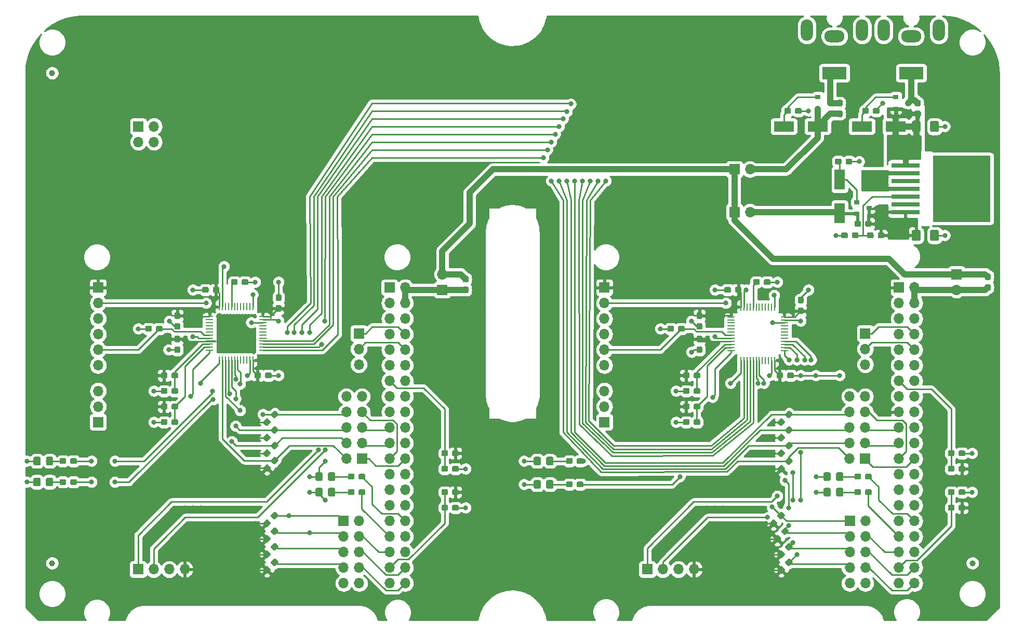
<source format=gbr>
G04 #@! TF.GenerationSoftware,KiCad,Pcbnew,5.0.2-bee76a0~70~ubuntu18.04.1*
G04 #@! TF.CreationDate,2019-05-15T21:37:27+02:00*
G04 #@! TF.ProjectId,networkScanner,6e657477-6f72-46b5-9363-616e6e65722e,rev?*
G04 #@! TF.SameCoordinates,Original*
G04 #@! TF.FileFunction,Copper,L1,Top*
G04 #@! TF.FilePolarity,Positive*
%FSLAX46Y46*%
G04 Gerber Fmt 4.6, Leading zero omitted, Abs format (unit mm)*
G04 Created by KiCad (PCBNEW 5.0.2-bee76a0~70~ubuntu18.04.1) date Mi 15 Mai 2019 21:37:27 CEST*
%MOMM*%
%LPD*%
G01*
G04 APERTURE LIST*
G04 #@! TA.AperFunction,BGAPad,CuDef*
%ADD10C,1.000000*%
G04 #@! TD*
G04 #@! TA.AperFunction,ComponentPad*
%ADD11R,1.700000X1.700000*%
G04 #@! TD*
G04 #@! TA.AperFunction,ComponentPad*
%ADD12O,1.700000X1.700000*%
G04 #@! TD*
G04 #@! TA.AperFunction,SMDPad,CuDef*
%ADD13R,1.300000X0.250000*%
G04 #@! TD*
G04 #@! TA.AperFunction,SMDPad,CuDef*
%ADD14R,0.250000X1.300000*%
G04 #@! TD*
G04 #@! TA.AperFunction,ComponentPad*
%ADD15R,4.000000X2.000000*%
G04 #@! TD*
G04 #@! TA.AperFunction,ComponentPad*
%ADD16O,3.300000X2.000000*%
G04 #@! TD*
G04 #@! TA.AperFunction,ComponentPad*
%ADD17O,2.000000X3.500000*%
G04 #@! TD*
G04 #@! TA.AperFunction,SMDPad,CuDef*
%ADD18R,4.600000X0.800000*%
G04 #@! TD*
G04 #@! TA.AperFunction,SMDPad,CuDef*
%ADD19R,9.400000X10.800000*%
G04 #@! TD*
G04 #@! TA.AperFunction,SMDPad,CuDef*
%ADD20R,3.300000X1.700000*%
G04 #@! TD*
G04 #@! TA.AperFunction,SMDPad,CuDef*
%ADD21R,1.700000X3.300000*%
G04 #@! TD*
G04 #@! TA.AperFunction,SMDPad,CuDef*
%ADD22R,0.900000X0.800000*%
G04 #@! TD*
G04 #@! TA.AperFunction,Conductor*
%ADD23C,0.100000*%
G04 #@! TD*
G04 #@! TA.AperFunction,SMDPad,CuDef*
%ADD24C,0.950000*%
G04 #@! TD*
G04 #@! TA.AperFunction,SMDPad,CuDef*
%ADD25C,1.425000*%
G04 #@! TD*
G04 #@! TA.AperFunction,SMDPad,CuDef*
%ADD26C,1.150000*%
G04 #@! TD*
G04 #@! TA.AperFunction,ViaPad*
%ADD27C,0.800000*%
G04 #@! TD*
G04 #@! TA.AperFunction,Conductor*
%ADD28C,0.250000*%
G04 #@! TD*
G04 #@! TA.AperFunction,Conductor*
%ADD29C,1.000000*%
G04 #@! TD*
G04 #@! TA.AperFunction,Conductor*
%ADD30C,0.500000*%
G04 #@! TD*
G04 #@! TA.AperFunction,Conductor*
%ADD31C,0.254000*%
G04 #@! TD*
G04 APERTURE END LIST*
D10*
G04 #@! TO.P,REF\002A\002A,*
G04 #@! TO.N,*
X205000000Y-140000000D03*
G04 #@! TD*
G04 #@! TO.P,REF\002A\002A,*
G04 #@! TO.N,*
X55000000Y-60000000D03*
G04 #@! TD*
D11*
G04 #@! TO.P,J1,1*
G04 #@! TO.N,Net-(J1-Pad1)*
X110000000Y-95000000D03*
D12*
G04 #@! TO.P,J1,2*
G04 #@! TO.N,Net-(J1-Pad2)*
X112540000Y-95000000D03*
G04 #@! TO.P,J1,3*
G04 #@! TO.N,Net-(J1-Pad3)*
X110000000Y-97540000D03*
G04 #@! TO.P,J1,4*
G04 #@! TO.N,Net-(J1-Pad2)*
X112540000Y-97540000D03*
G04 #@! TO.P,J1,5*
G04 #@! TO.N,Net-(J1-Pad5)*
X110000000Y-100080000D03*
G04 #@! TO.P,J1,6*
G04 #@! TO.N,GND*
X112540000Y-100080000D03*
G04 #@! TO.P,J1,7*
G04 #@! TO.N,Net-(J1-Pad7)*
X110000000Y-102620000D03*
G04 #@! TO.P,J1,8*
G04 #@! TO.N,Net-(J1-Pad8)*
X112540000Y-102620000D03*
G04 #@! TO.P,J1,9*
G04 #@! TO.N,GND*
X110000000Y-105160000D03*
G04 #@! TO.P,J1,10*
G04 #@! TO.N,Net-(J1-Pad10)*
X112540000Y-105160000D03*
G04 #@! TO.P,J1,11*
G04 #@! TO.N,Net-(J1-Pad11)*
X110000000Y-107700000D03*
G04 #@! TO.P,J1,12*
G04 #@! TO.N,Net-(J1-Pad12)*
X112540000Y-107700000D03*
G04 #@! TO.P,J1,13*
G04 #@! TO.N,Net-(J1-Pad13)*
X110000000Y-110240000D03*
G04 #@! TO.P,J1,14*
G04 #@! TO.N,GND*
X112540000Y-110240000D03*
G04 #@! TO.P,J1,15*
G04 #@! TO.N,Net-(J1-Pad15)*
X110000000Y-112780000D03*
G04 #@! TO.P,J1,16*
G04 #@! TO.N,Net-(J1-Pad16)*
X112540000Y-112780000D03*
G04 #@! TO.P,J1,17*
G04 #@! TO.N,Net-(J1-Pad17)*
X110000000Y-115320000D03*
G04 #@! TO.P,J1,18*
G04 #@! TO.N,Net-(J1-Pad18)*
X112540000Y-115320000D03*
G04 #@! TO.P,J1,19*
G04 #@! TO.N,Net-(J1-Pad19)*
X110000000Y-117860000D03*
G04 #@! TO.P,J1,20*
G04 #@! TO.N,GND*
X112540000Y-117860000D03*
G04 #@! TO.P,J1,21*
G04 #@! TO.N,Net-(J1-Pad21)*
X110000000Y-120400000D03*
G04 #@! TO.P,J1,22*
G04 #@! TO.N,Net-(J1-Pad22)*
X112540000Y-120400000D03*
G04 #@! TO.P,J1,23*
G04 #@! TO.N,Net-(J1-Pad23)*
X110000000Y-122940000D03*
G04 #@! TO.P,J1,24*
G04 #@! TO.N,Net-(J1-Pad24)*
X112540000Y-122940000D03*
G04 #@! TO.P,J1,25*
G04 #@! TO.N,GND*
X110000000Y-125480000D03*
G04 #@! TO.P,J1,26*
G04 #@! TO.N,Net-(J1-Pad26)*
X112540000Y-125480000D03*
G04 #@! TO.P,J1,27*
G04 #@! TO.N,Net-(J1-Pad27)*
X110000000Y-128020000D03*
G04 #@! TO.P,J1,28*
G04 #@! TO.N,Net-(J1-Pad28)*
X112540000Y-128020000D03*
G04 #@! TO.P,J1,29*
G04 #@! TO.N,Net-(J1-Pad29)*
X110000000Y-130560000D03*
G04 #@! TO.P,J1,30*
G04 #@! TO.N,GND*
X112540000Y-130560000D03*
G04 #@! TO.P,J1,31*
G04 #@! TO.N,Net-(J1-Pad31)*
X110000000Y-133100000D03*
G04 #@! TO.P,J1,32*
G04 #@! TO.N,Net-(J1-Pad32)*
X112540000Y-133100000D03*
G04 #@! TO.P,J1,33*
G04 #@! TO.N,Net-(J1-Pad33)*
X110000000Y-135640000D03*
G04 #@! TO.P,J1,34*
G04 #@! TO.N,GND*
X112540000Y-135640000D03*
G04 #@! TO.P,J1,35*
G04 #@! TO.N,Net-(J1-Pad35)*
X110000000Y-138180000D03*
G04 #@! TO.P,J1,36*
G04 #@! TO.N,Net-(J1-Pad36)*
X112540000Y-138180000D03*
G04 #@! TO.P,J1,37*
G04 #@! TO.N,Net-(J1-Pad37)*
X110000000Y-140720000D03*
G04 #@! TO.P,J1,38*
G04 #@! TO.N,Net-(J1-Pad38)*
X112540000Y-140720000D03*
G04 #@! TO.P,J1,39*
G04 #@! TO.N,GND*
X110000000Y-143260000D03*
G04 #@! TO.P,J1,40*
G04 #@! TO.N,Net-(J1-Pad40)*
X112540000Y-143260000D03*
G04 #@! TD*
G04 #@! TO.P,J2,40*
G04 #@! TO.N,Net-(J12-Pad8)*
X195540000Y-143260000D03*
G04 #@! TO.P,J2,39*
G04 #@! TO.N,GND*
X193000000Y-143260000D03*
G04 #@! TO.P,J2,38*
G04 #@! TO.N,Net-(J12-Pad6)*
X195540000Y-140720000D03*
G04 #@! TO.P,J2,37*
G04 #@! TO.N,Net-(J2-Pad37)*
X193000000Y-140720000D03*
G04 #@! TO.P,J2,36*
G04 #@! TO.N,Net-(J2-Pad36)*
X195540000Y-138180000D03*
G04 #@! TO.P,J2,35*
G04 #@! TO.N,Net-(J12-Pad4)*
X193000000Y-138180000D03*
G04 #@! TO.P,J2,34*
G04 #@! TO.N,GND*
X195540000Y-135640000D03*
G04 #@! TO.P,J2,33*
G04 #@! TO.N,Net-(J2-Pad33)*
X193000000Y-135640000D03*
G04 #@! TO.P,J2,32*
G04 #@! TO.N,Net-(J2-Pad32)*
X195540000Y-133100000D03*
G04 #@! TO.P,J2,31*
G04 #@! TO.N,Net-(J2-Pad31)*
X193000000Y-133100000D03*
G04 #@! TO.P,J2,30*
G04 #@! TO.N,GND*
X195540000Y-130560000D03*
G04 #@! TO.P,J2,29*
G04 #@! TO.N,Net-(J2-Pad29)*
X193000000Y-130560000D03*
G04 #@! TO.P,J2,28*
G04 #@! TO.N,Net-(J2-Pad28)*
X195540000Y-128020000D03*
G04 #@! TO.P,J2,27*
G04 #@! TO.N,Net-(J2-Pad27)*
X193000000Y-128020000D03*
G04 #@! TO.P,J2,26*
G04 #@! TO.N,Net-(J2-Pad26)*
X195540000Y-125480000D03*
G04 #@! TO.P,J2,25*
G04 #@! TO.N,GND*
X193000000Y-125480000D03*
G04 #@! TO.P,J2,24*
G04 #@! TO.N,Net-(J14-Pad1)*
X195540000Y-122940000D03*
G04 #@! TO.P,J2,23*
G04 #@! TO.N,Net-(J14-Pad7)*
X193000000Y-122940000D03*
G04 #@! TO.P,J2,22*
G04 #@! TO.N,Net-(J2-Pad22)*
X195540000Y-120400000D03*
G04 #@! TO.P,J2,21*
G04 #@! TO.N,Net-(J14-Pad3)*
X193000000Y-120400000D03*
G04 #@! TO.P,J2,20*
G04 #@! TO.N,GND*
X195540000Y-117860000D03*
G04 #@! TO.P,J2,19*
G04 #@! TO.N,Net-(J14-Pad5)*
X193000000Y-117860000D03*
G04 #@! TO.P,J2,18*
G04 #@! TO.N,Net-(J2-Pad18)*
X195540000Y-115320000D03*
G04 #@! TO.P,J2,17*
G04 #@! TO.N,+3V3*
X193000000Y-115320000D03*
G04 #@! TO.P,J2,16*
G04 #@! TO.N,Net-(J2-Pad16)*
X195540000Y-112780000D03*
G04 #@! TO.P,J2,15*
G04 #@! TO.N,Net-(J2-Pad15)*
X193000000Y-112780000D03*
G04 #@! TO.P,J2,14*
G04 #@! TO.N,GND*
X195540000Y-110240000D03*
G04 #@! TO.P,J2,13*
G04 #@! TO.N,Net-(J2-Pad13)*
X193000000Y-110240000D03*
G04 #@! TO.P,J2,12*
G04 #@! TO.N,Net-(J12-Pad2)*
X195540000Y-107700000D03*
G04 #@! TO.P,J2,11*
G04 #@! TO.N,Net-(J2-Pad11)*
X193000000Y-107700000D03*
G04 #@! TO.P,J2,10*
G04 #@! TO.N,Net-(J13-Pad2)*
X195540000Y-105160000D03*
G04 #@! TO.P,J2,9*
G04 #@! TO.N,GND*
X193000000Y-105160000D03*
G04 #@! TO.P,J2,8*
G04 #@! TO.N,Net-(J13-Pad1)*
X195540000Y-102620000D03*
G04 #@! TO.P,J2,7*
G04 #@! TO.N,Net-(J2-Pad7)*
X193000000Y-102620000D03*
G04 #@! TO.P,J2,6*
G04 #@! TO.N,GND*
X195540000Y-100080000D03*
G04 #@! TO.P,J2,5*
G04 #@! TO.N,Net-(J2-Pad5)*
X193000000Y-100080000D03*
G04 #@! TO.P,J2,4*
G04 #@! TO.N,Net-(J2-Pad2)*
X195540000Y-97540000D03*
G04 #@! TO.P,J2,3*
G04 #@! TO.N,Net-(J2-Pad3)*
X193000000Y-97540000D03*
G04 #@! TO.P,J2,2*
G04 #@! TO.N,Net-(J2-Pad2)*
X195540000Y-95000000D03*
D11*
G04 #@! TO.P,J2,1*
G04 #@! TO.N,+3V3*
X193000000Y-95000000D03*
G04 #@! TD*
D13*
G04 #@! TO.P,U1,1*
G04 #@! TO.N,+3V3*
X80650000Y-99750000D03*
G04 #@! TO.P,U1,2*
G04 #@! TO.N,Net-(U1-Pad2)*
X80650000Y-100250000D03*
G04 #@! TO.P,U1,3*
G04 #@! TO.N,Net-(U1-Pad3)*
X80650000Y-100750000D03*
G04 #@! TO.P,U1,4*
G04 #@! TO.N,Net-(U1-Pad4)*
X80650000Y-101250000D03*
G04 #@! TO.P,U1,5*
G04 #@! TO.N,Net-(U1-Pad5)*
X80650000Y-101750000D03*
G04 #@! TO.P,U1,6*
G04 #@! TO.N,Net-(U1-Pad6)*
X80650000Y-102250000D03*
G04 #@! TO.P,U1,7*
G04 #@! TO.N,/Sheet5CCB0C0B/NRST1*
X80650000Y-102750000D03*
G04 #@! TO.P,U1,8*
G04 #@! TO.N,GND*
X80650000Y-103250000D03*
G04 #@! TO.P,U1,9*
G04 #@! TO.N,+3V3*
X80650000Y-103750000D03*
G04 #@! TO.P,U1,10*
G04 #@! TO.N,Net-(R29-Pad2)*
X80650000Y-104250000D03*
G04 #@! TO.P,U1,11*
G04 #@! TO.N,Net-(R31-Pad2)*
X80650000Y-104750000D03*
G04 #@! TO.P,U1,12*
G04 #@! TO.N,Net-(J17-Pad1)*
X80650000Y-105250000D03*
D14*
G04 #@! TO.P,U1,13*
G04 #@! TO.N,Net-(J17-Pad2)*
X82250000Y-106850000D03*
G04 #@! TO.P,U1,14*
G04 #@! TO.N,RP1-CS0*
X82750000Y-106850000D03*
G04 #@! TO.P,U1,15*
G04 #@! TO.N,RP1-SCLK0*
X83250000Y-106850000D03*
G04 #@! TO.P,U1,16*
G04 #@! TO.N,RP1-MISO0*
X83750000Y-106850000D03*
G04 #@! TO.P,U1,17*
G04 #@! TO.N,RP1-MOSI0*
X84250000Y-106850000D03*
G04 #@! TO.P,U1,18*
G04 #@! TO.N,Net-(R22-Pad2)*
X84750000Y-106850000D03*
G04 #@! TO.P,U1,19*
G04 #@! TO.N,Net-(R23-Pad2)*
X85250000Y-106850000D03*
G04 #@! TO.P,U1,20*
G04 #@! TO.N,Net-(U1-Pad20)*
X85750000Y-106850000D03*
G04 #@! TO.P,U1,21*
G04 #@! TO.N,Net-(U1-Pad21)*
X86250000Y-106850000D03*
G04 #@! TO.P,U1,22*
G04 #@! TO.N,Net-(U1-Pad22)*
X86750000Y-106850000D03*
G04 #@! TO.P,U1,23*
G04 #@! TO.N,GND*
X87250000Y-106850000D03*
G04 #@! TO.P,U1,24*
G04 #@! TO.N,+3V3*
X87750000Y-106850000D03*
D13*
G04 #@! TO.P,U1,25*
G04 #@! TO.N,RP2-CS0*
X89350000Y-105250000D03*
G04 #@! TO.P,U1,26*
G04 #@! TO.N,RP2-SCLK0*
X89350000Y-104750000D03*
G04 #@! TO.P,U1,27*
G04 #@! TO.N,RP2-MISO0*
X89350000Y-104250000D03*
G04 #@! TO.P,U1,28*
G04 #@! TO.N,RP2-MOSI0*
X89350000Y-103750000D03*
G04 #@! TO.P,U1,29*
G04 #@! TO.N,Net-(U1-Pad29)*
X89350000Y-103250000D03*
G04 #@! TO.P,U1,30*
G04 #@! TO.N,Net-(U1-Pad30)*
X89350000Y-102750000D03*
G04 #@! TO.P,U1,31*
G04 #@! TO.N,Net-(U1-Pad31)*
X89350000Y-102250000D03*
G04 #@! TO.P,U1,32*
G04 #@! TO.N,Net-(U1-Pad32)*
X89350000Y-101750000D03*
G04 #@! TO.P,U1,33*
G04 #@! TO.N,Net-(U1-Pad33)*
X89350000Y-101250000D03*
G04 #@! TO.P,U1,34*
G04 #@! TO.N,/Sheet5CCB0C0B/SWDIO1*
X89350000Y-100750000D03*
G04 #@! TO.P,U1,35*
G04 #@! TO.N,GND*
X89350000Y-100250000D03*
G04 #@! TO.P,U1,36*
G04 #@! TO.N,+3V3*
X89350000Y-99750000D03*
D14*
G04 #@! TO.P,U1,37*
G04 #@! TO.N,/Sheet5CCB0C0B/SWCLK1*
X87750000Y-98150000D03*
G04 #@! TO.P,U1,38*
G04 #@! TO.N,Net-(U1-Pad38)*
X87250000Y-98150000D03*
G04 #@! TO.P,U1,39*
G04 #@! TO.N,Net-(U1-Pad39)*
X86750000Y-98150000D03*
G04 #@! TO.P,U1,40*
G04 #@! TO.N,Net-(U1-Pad40)*
X86250000Y-98150000D03*
G04 #@! TO.P,U1,41*
G04 #@! TO.N,Net-(U1-Pad41)*
X85750000Y-98150000D03*
G04 #@! TO.P,U1,42*
G04 #@! TO.N,Net-(U1-Pad42)*
X85250000Y-98150000D03*
G04 #@! TO.P,U1,43*
G04 #@! TO.N,Net-(U1-Pad43)*
X84750000Y-98150000D03*
G04 #@! TO.P,U1,44*
G04 #@! TO.N,Net-(R24-Pad1)*
X84250000Y-98150000D03*
G04 #@! TO.P,U1,45*
G04 #@! TO.N,Net-(U1-Pad45)*
X83750000Y-98150000D03*
G04 #@! TO.P,U1,46*
G04 #@! TO.N,Net-(U1-Pad46)*
X83250000Y-98150000D03*
G04 #@! TO.P,U1,47*
G04 #@! TO.N,GND*
X82750000Y-98150000D03*
G04 #@! TO.P,U1,48*
G04 #@! TO.N,+3V3*
X82250000Y-98150000D03*
G04 #@! TD*
D13*
G04 #@! TO.P,U2,1*
G04 #@! TO.N,+3V3*
X165650000Y-99790000D03*
G04 #@! TO.P,U2,2*
G04 #@! TO.N,Net-(U2-Pad2)*
X165650000Y-100290000D03*
G04 #@! TO.P,U2,3*
G04 #@! TO.N,Net-(U2-Pad3)*
X165650000Y-100790000D03*
G04 #@! TO.P,U2,4*
G04 #@! TO.N,Net-(U2-Pad4)*
X165650000Y-101290000D03*
G04 #@! TO.P,U2,5*
G04 #@! TO.N,Net-(U2-Pad5)*
X165650000Y-101790000D03*
G04 #@! TO.P,U2,6*
G04 #@! TO.N,Net-(U2-Pad6)*
X165650000Y-102290000D03*
G04 #@! TO.P,U2,7*
G04 #@! TO.N,/Sheet5CCB0C0B/NRST2*
X165650000Y-102790000D03*
G04 #@! TO.P,U2,8*
G04 #@! TO.N,GND*
X165650000Y-103290000D03*
G04 #@! TO.P,U2,9*
G04 #@! TO.N,+3V3*
X165650000Y-103790000D03*
G04 #@! TO.P,U2,10*
G04 #@! TO.N,Net-(R33-Pad2)*
X165650000Y-104290000D03*
G04 #@! TO.P,U2,11*
G04 #@! TO.N,Net-(R35-Pad2)*
X165650000Y-104790000D03*
G04 #@! TO.P,U2,12*
G04 #@! TO.N,Net-(J18-Pad1)*
X165650000Y-105290000D03*
D14*
G04 #@! TO.P,U2,13*
G04 #@! TO.N,Net-(J18-Pad2)*
X167250000Y-106890000D03*
G04 #@! TO.P,U2,14*
G04 #@! TO.N,RP1-CS1*
X167750000Y-106890000D03*
G04 #@! TO.P,U2,15*
G04 #@! TO.N,RP1-SCLK1*
X168250000Y-106890000D03*
G04 #@! TO.P,U2,16*
G04 #@! TO.N,RP1-MISO1*
X168750000Y-106890000D03*
G04 #@! TO.P,U2,17*
G04 #@! TO.N,RP1-MOSI1*
X169250000Y-106890000D03*
G04 #@! TO.P,U2,18*
G04 #@! TO.N,Net-(R26-Pad2)*
X169750000Y-106890000D03*
G04 #@! TO.P,U2,19*
G04 #@! TO.N,Net-(R27-Pad2)*
X170250000Y-106890000D03*
G04 #@! TO.P,U2,20*
G04 #@! TO.N,Net-(U2-Pad20)*
X170750000Y-106890000D03*
G04 #@! TO.P,U2,21*
G04 #@! TO.N,Net-(U2-Pad21)*
X171250000Y-106890000D03*
G04 #@! TO.P,U2,22*
G04 #@! TO.N,Net-(U2-Pad22)*
X171750000Y-106890000D03*
G04 #@! TO.P,U2,23*
G04 #@! TO.N,GND*
X172250000Y-106890000D03*
G04 #@! TO.P,U2,24*
G04 #@! TO.N,+3V3*
X172750000Y-106890000D03*
D13*
G04 #@! TO.P,U2,25*
G04 #@! TO.N,RP2-CS1*
X174350000Y-105290000D03*
G04 #@! TO.P,U2,26*
G04 #@! TO.N,RP2-SCLK1*
X174350000Y-104790000D03*
G04 #@! TO.P,U2,27*
G04 #@! TO.N,RP2-MISO1*
X174350000Y-104290000D03*
G04 #@! TO.P,U2,28*
G04 #@! TO.N,RP2-MOSI1*
X174350000Y-103790000D03*
G04 #@! TO.P,U2,29*
G04 #@! TO.N,Net-(U2-Pad29)*
X174350000Y-103290000D03*
G04 #@! TO.P,U2,30*
G04 #@! TO.N,Net-(U2-Pad30)*
X174350000Y-102790000D03*
G04 #@! TO.P,U2,31*
G04 #@! TO.N,Net-(U2-Pad31)*
X174350000Y-102290000D03*
G04 #@! TO.P,U2,32*
G04 #@! TO.N,Net-(U2-Pad32)*
X174350000Y-101790000D03*
G04 #@! TO.P,U2,33*
G04 #@! TO.N,Net-(U2-Pad33)*
X174350000Y-101290000D03*
G04 #@! TO.P,U2,34*
G04 #@! TO.N,/Sheet5CCB0C0B/SWDIO2*
X174350000Y-100790000D03*
G04 #@! TO.P,U2,35*
G04 #@! TO.N,GND*
X174350000Y-100290000D03*
G04 #@! TO.P,U2,36*
G04 #@! TO.N,+3V3*
X174350000Y-99790000D03*
D14*
G04 #@! TO.P,U2,37*
G04 #@! TO.N,/Sheet5CCB0C0B/SWCLK2*
X172750000Y-98190000D03*
G04 #@! TO.P,U2,38*
G04 #@! TO.N,Net-(U2-Pad38)*
X172250000Y-98190000D03*
G04 #@! TO.P,U2,39*
G04 #@! TO.N,Net-(U2-Pad39)*
X171750000Y-98190000D03*
G04 #@! TO.P,U2,40*
G04 #@! TO.N,Net-(U2-Pad40)*
X171250000Y-98190000D03*
G04 #@! TO.P,U2,41*
G04 #@! TO.N,Net-(U2-Pad41)*
X170750000Y-98190000D03*
G04 #@! TO.P,U2,42*
G04 #@! TO.N,Net-(U2-Pad42)*
X170250000Y-98190000D03*
G04 #@! TO.P,U2,43*
G04 #@! TO.N,Net-(U2-Pad43)*
X169750000Y-98190000D03*
G04 #@! TO.P,U2,44*
G04 #@! TO.N,Net-(R28-Pad1)*
X169250000Y-98190000D03*
G04 #@! TO.P,U2,45*
G04 #@! TO.N,Net-(U2-Pad45)*
X168750000Y-98190000D03*
G04 #@! TO.P,U2,46*
G04 #@! TO.N,Net-(U2-Pad46)*
X168250000Y-98190000D03*
G04 #@! TO.P,U2,47*
G04 #@! TO.N,GND*
X167750000Y-98190000D03*
G04 #@! TO.P,U2,48*
G04 #@! TO.N,+3V3*
X167250000Y-98190000D03*
G04 #@! TD*
D11*
G04 #@! TO.P,J3,1*
G04 #@! TO.N,Net-(J1-Pad3)*
X69000000Y-141000000D03*
D12*
G04 #@! TO.P,J3,2*
G04 #@! TO.N,Net-(J1-Pad5)*
X71540000Y-141000000D03*
G04 #@! TO.P,J3,3*
G04 #@! TO.N,GND*
X74080000Y-141000000D03*
G04 #@! TO.P,J3,4*
G04 #@! TO.N,+3V3*
X76620000Y-141000000D03*
G04 #@! TD*
G04 #@! TO.P,J4,4*
G04 #@! TO.N,+3V3*
X159620000Y-141000000D03*
G04 #@! TO.P,J4,3*
G04 #@! TO.N,GND*
X157080000Y-141000000D03*
G04 #@! TO.P,J4,2*
G04 #@! TO.N,Net-(J2-Pad5)*
X154540000Y-141000000D03*
D11*
G04 #@! TO.P,J4,1*
G04 #@! TO.N,Net-(J2-Pad3)*
X152000000Y-141000000D03*
G04 #@! TD*
D15*
G04 #@! TO.P,J5,1*
G04 #@! TO.N,Net-(J5-Pad1)*
X182500000Y-60000000D03*
D16*
G04 #@! TO.P,J5,2*
G04 #@! TO.N,GND*
X182500000Y-54000000D03*
D17*
G04 #@! TO.P,J5,MP*
G04 #@! TO.N,N/C*
X187000000Y-53000000D03*
X178000000Y-53000000D03*
G04 #@! TD*
G04 #@! TO.P,J6,MP*
G04 #@! TO.N,N/C*
X190500000Y-53000000D03*
X199500000Y-53000000D03*
D16*
G04 #@! TO.P,J6,2*
G04 #@! TO.N,GND*
X195000000Y-54000000D03*
D15*
G04 #@! TO.P,J6,1*
G04 #@! TO.N,Net-(J6-Pad1)*
X195000000Y-60000000D03*
G04 #@! TD*
D18*
G04 #@! TO.P,U3,1*
G04 #@! TO.N,+24V*
X194085000Y-75070000D03*
G04 #@! TO.P,U3,2*
G04 #@! TO.N,GND*
X194085000Y-76340000D03*
G04 #@! TO.P,U3,3*
G04 #@! TO.N,Net-(U3-Pad3)*
X194085000Y-77610000D03*
G04 #@! TO.P,U3,4*
G04 #@! TO.N,GND*
X194085000Y-78880000D03*
G04 #@! TO.P,U3,5*
G04 #@! TO.N,Net-(R13-Pad2)*
X194085000Y-80150000D03*
G04 #@! TO.P,U3,6*
G04 #@! TO.N,Net-(U3-Pad6)*
X194085000Y-81420000D03*
G04 #@! TO.P,U3,7*
G04 #@! TO.N,Net-(C2-Pad1)*
X194085000Y-82690000D03*
D19*
G04 #@! TO.P,U3,4*
G04 #@! TO.N,GND*
X203235000Y-78880000D03*
G04 #@! TD*
D20*
G04 #@! TO.P,D1,1*
G04 #@! TO.N,Net-(D1-Pad1)*
X179750000Y-68720000D03*
G04 #@! TO.P,D1,2*
G04 #@! TO.N,Net-(D1-Pad2)*
X174250000Y-68720000D03*
G04 #@! TD*
G04 #@! TO.P,D2,2*
G04 #@! TO.N,Net-(D2-Pad2)*
X186950000Y-68720000D03*
G04 #@! TO.P,D2,1*
G04 #@! TO.N,+24V*
X192450000Y-68720000D03*
G04 #@! TD*
D21*
G04 #@! TO.P,D3,1*
G04 #@! TO.N,Net-(D3-Pad1)*
X183350000Y-82900000D03*
G04 #@! TO.P,D3,2*
G04 #@! TO.N,Net-(D3-Pad2)*
X183350000Y-77400000D03*
G04 #@! TD*
D22*
G04 #@! TO.P,Q1,1*
G04 #@! TO.N,Net-(D1-Pad2)*
X179810000Y-63960000D03*
G04 #@! TO.P,Q1,2*
G04 #@! TO.N,Net-(D1-Pad1)*
X179810000Y-65860000D03*
G04 #@! TO.P,Q1,3*
G04 #@! TO.N,Net-(J5-Pad1)*
X181810000Y-64910000D03*
G04 #@! TD*
G04 #@! TO.P,Q2,1*
G04 #@! TO.N,Net-(D2-Pad2)*
X192510000Y-63960000D03*
G04 #@! TO.P,Q2,2*
G04 #@! TO.N,+24V*
X192510000Y-65860000D03*
G04 #@! TO.P,Q2,3*
G04 #@! TO.N,Net-(J6-Pad1)*
X194510000Y-64910000D03*
G04 #@! TD*
G04 #@! TO.P,Q3,3*
G04 #@! TO.N,Net-(C2-Pad1)*
X188160000Y-82055000D03*
G04 #@! TO.P,Q3,2*
G04 #@! TO.N,Net-(D3-Pad1)*
X186160000Y-83005000D03*
G04 #@! TO.P,Q3,1*
G04 #@! TO.N,Net-(D3-Pad2)*
X186160000Y-81105000D03*
G04 #@! TD*
D23*
G04 #@! TO.N,Net-(J5-Pad1)*
G04 #@! TO.C,R1*
G36*
X183610779Y-64386144D02*
X183633834Y-64389563D01*
X183656443Y-64395227D01*
X183678387Y-64403079D01*
X183699457Y-64413044D01*
X183719448Y-64425026D01*
X183738168Y-64438910D01*
X183755438Y-64454562D01*
X183771090Y-64471832D01*
X183784974Y-64490552D01*
X183796956Y-64510543D01*
X183806921Y-64531613D01*
X183814773Y-64553557D01*
X183820437Y-64576166D01*
X183823856Y-64599221D01*
X183825000Y-64622500D01*
X183825000Y-65197500D01*
X183823856Y-65220779D01*
X183820437Y-65243834D01*
X183814773Y-65266443D01*
X183806921Y-65288387D01*
X183796956Y-65309457D01*
X183784974Y-65329448D01*
X183771090Y-65348168D01*
X183755438Y-65365438D01*
X183738168Y-65381090D01*
X183719448Y-65394974D01*
X183699457Y-65406956D01*
X183678387Y-65416921D01*
X183656443Y-65424773D01*
X183633834Y-65430437D01*
X183610779Y-65433856D01*
X183587500Y-65435000D01*
X183112500Y-65435000D01*
X183089221Y-65433856D01*
X183066166Y-65430437D01*
X183043557Y-65424773D01*
X183021613Y-65416921D01*
X183000543Y-65406956D01*
X182980552Y-65394974D01*
X182961832Y-65381090D01*
X182944562Y-65365438D01*
X182928910Y-65348168D01*
X182915026Y-65329448D01*
X182903044Y-65309457D01*
X182893079Y-65288387D01*
X182885227Y-65266443D01*
X182879563Y-65243834D01*
X182876144Y-65220779D01*
X182875000Y-65197500D01*
X182875000Y-64622500D01*
X182876144Y-64599221D01*
X182879563Y-64576166D01*
X182885227Y-64553557D01*
X182893079Y-64531613D01*
X182903044Y-64510543D01*
X182915026Y-64490552D01*
X182928910Y-64471832D01*
X182944562Y-64454562D01*
X182961832Y-64438910D01*
X182980552Y-64425026D01*
X183000543Y-64413044D01*
X183021613Y-64403079D01*
X183043557Y-64395227D01*
X183066166Y-64389563D01*
X183089221Y-64386144D01*
X183112500Y-64385000D01*
X183587500Y-64385000D01*
X183610779Y-64386144D01*
X183610779Y-64386144D01*
G37*
D24*
G04 #@! TD*
G04 #@! TO.P,R1,2*
G04 #@! TO.N,Net-(J5-Pad1)*
X183350000Y-64910000D03*
D23*
G04 #@! TO.N,Net-(D1-Pad1)*
G04 #@! TO.C,R1*
G36*
X183610779Y-66136144D02*
X183633834Y-66139563D01*
X183656443Y-66145227D01*
X183678387Y-66153079D01*
X183699457Y-66163044D01*
X183719448Y-66175026D01*
X183738168Y-66188910D01*
X183755438Y-66204562D01*
X183771090Y-66221832D01*
X183784974Y-66240552D01*
X183796956Y-66260543D01*
X183806921Y-66281613D01*
X183814773Y-66303557D01*
X183820437Y-66326166D01*
X183823856Y-66349221D01*
X183825000Y-66372500D01*
X183825000Y-66947500D01*
X183823856Y-66970779D01*
X183820437Y-66993834D01*
X183814773Y-67016443D01*
X183806921Y-67038387D01*
X183796956Y-67059457D01*
X183784974Y-67079448D01*
X183771090Y-67098168D01*
X183755438Y-67115438D01*
X183738168Y-67131090D01*
X183719448Y-67144974D01*
X183699457Y-67156956D01*
X183678387Y-67166921D01*
X183656443Y-67174773D01*
X183633834Y-67180437D01*
X183610779Y-67183856D01*
X183587500Y-67185000D01*
X183112500Y-67185000D01*
X183089221Y-67183856D01*
X183066166Y-67180437D01*
X183043557Y-67174773D01*
X183021613Y-67166921D01*
X183000543Y-67156956D01*
X182980552Y-67144974D01*
X182961832Y-67131090D01*
X182944562Y-67115438D01*
X182928910Y-67098168D01*
X182915026Y-67079448D01*
X182903044Y-67059457D01*
X182893079Y-67038387D01*
X182885227Y-67016443D01*
X182879563Y-66993834D01*
X182876144Y-66970779D01*
X182875000Y-66947500D01*
X182875000Y-66372500D01*
X182876144Y-66349221D01*
X182879563Y-66326166D01*
X182885227Y-66303557D01*
X182893079Y-66281613D01*
X182903044Y-66260543D01*
X182915026Y-66240552D01*
X182928910Y-66221832D01*
X182944562Y-66204562D01*
X182961832Y-66188910D01*
X182980552Y-66175026D01*
X183000543Y-66163044D01*
X183021613Y-66153079D01*
X183043557Y-66145227D01*
X183066166Y-66139563D01*
X183089221Y-66136144D01*
X183112500Y-66135000D01*
X183587500Y-66135000D01*
X183610779Y-66136144D01*
X183610779Y-66136144D01*
G37*
D24*
G04 #@! TD*
G04 #@! TO.P,R1,1*
G04 #@! TO.N,Net-(D1-Pad1)*
X183350000Y-66660000D03*
D23*
G04 #@! TO.N,GND*
G04 #@! TO.C,R2*
G36*
X176915779Y-65706144D02*
X176938834Y-65709563D01*
X176961443Y-65715227D01*
X176983387Y-65723079D01*
X177004457Y-65733044D01*
X177024448Y-65745026D01*
X177043168Y-65758910D01*
X177060438Y-65774562D01*
X177076090Y-65791832D01*
X177089974Y-65810552D01*
X177101956Y-65830543D01*
X177111921Y-65851613D01*
X177119773Y-65873557D01*
X177125437Y-65896166D01*
X177128856Y-65919221D01*
X177130000Y-65942500D01*
X177130000Y-66417500D01*
X177128856Y-66440779D01*
X177125437Y-66463834D01*
X177119773Y-66486443D01*
X177111921Y-66508387D01*
X177101956Y-66529457D01*
X177089974Y-66549448D01*
X177076090Y-66568168D01*
X177060438Y-66585438D01*
X177043168Y-66601090D01*
X177024448Y-66614974D01*
X177004457Y-66626956D01*
X176983387Y-66636921D01*
X176961443Y-66644773D01*
X176938834Y-66650437D01*
X176915779Y-66653856D01*
X176892500Y-66655000D01*
X176317500Y-66655000D01*
X176294221Y-66653856D01*
X176271166Y-66650437D01*
X176248557Y-66644773D01*
X176226613Y-66636921D01*
X176205543Y-66626956D01*
X176185552Y-66614974D01*
X176166832Y-66601090D01*
X176149562Y-66585438D01*
X176133910Y-66568168D01*
X176120026Y-66549448D01*
X176108044Y-66529457D01*
X176098079Y-66508387D01*
X176090227Y-66486443D01*
X176084563Y-66463834D01*
X176081144Y-66440779D01*
X176080000Y-66417500D01*
X176080000Y-65942500D01*
X176081144Y-65919221D01*
X176084563Y-65896166D01*
X176090227Y-65873557D01*
X176098079Y-65851613D01*
X176108044Y-65830543D01*
X176120026Y-65810552D01*
X176133910Y-65791832D01*
X176149562Y-65774562D01*
X176166832Y-65758910D01*
X176185552Y-65745026D01*
X176205543Y-65733044D01*
X176226613Y-65723079D01*
X176248557Y-65715227D01*
X176271166Y-65709563D01*
X176294221Y-65706144D01*
X176317500Y-65705000D01*
X176892500Y-65705000D01*
X176915779Y-65706144D01*
X176915779Y-65706144D01*
G37*
D24*
G04 #@! TD*
G04 #@! TO.P,R2,2*
G04 #@! TO.N,GND*
X176605000Y-66180000D03*
D23*
G04 #@! TO.N,Net-(D1-Pad2)*
G04 #@! TO.C,R2*
G36*
X175165779Y-65706144D02*
X175188834Y-65709563D01*
X175211443Y-65715227D01*
X175233387Y-65723079D01*
X175254457Y-65733044D01*
X175274448Y-65745026D01*
X175293168Y-65758910D01*
X175310438Y-65774562D01*
X175326090Y-65791832D01*
X175339974Y-65810552D01*
X175351956Y-65830543D01*
X175361921Y-65851613D01*
X175369773Y-65873557D01*
X175375437Y-65896166D01*
X175378856Y-65919221D01*
X175380000Y-65942500D01*
X175380000Y-66417500D01*
X175378856Y-66440779D01*
X175375437Y-66463834D01*
X175369773Y-66486443D01*
X175361921Y-66508387D01*
X175351956Y-66529457D01*
X175339974Y-66549448D01*
X175326090Y-66568168D01*
X175310438Y-66585438D01*
X175293168Y-66601090D01*
X175274448Y-66614974D01*
X175254457Y-66626956D01*
X175233387Y-66636921D01*
X175211443Y-66644773D01*
X175188834Y-66650437D01*
X175165779Y-66653856D01*
X175142500Y-66655000D01*
X174567500Y-66655000D01*
X174544221Y-66653856D01*
X174521166Y-66650437D01*
X174498557Y-66644773D01*
X174476613Y-66636921D01*
X174455543Y-66626956D01*
X174435552Y-66614974D01*
X174416832Y-66601090D01*
X174399562Y-66585438D01*
X174383910Y-66568168D01*
X174370026Y-66549448D01*
X174358044Y-66529457D01*
X174348079Y-66508387D01*
X174340227Y-66486443D01*
X174334563Y-66463834D01*
X174331144Y-66440779D01*
X174330000Y-66417500D01*
X174330000Y-65942500D01*
X174331144Y-65919221D01*
X174334563Y-65896166D01*
X174340227Y-65873557D01*
X174348079Y-65851613D01*
X174358044Y-65830543D01*
X174370026Y-65810552D01*
X174383910Y-65791832D01*
X174399562Y-65774562D01*
X174416832Y-65758910D01*
X174435552Y-65745026D01*
X174455543Y-65733044D01*
X174476613Y-65723079D01*
X174498557Y-65715227D01*
X174521166Y-65709563D01*
X174544221Y-65706144D01*
X174567500Y-65705000D01*
X175142500Y-65705000D01*
X175165779Y-65706144D01*
X175165779Y-65706144D01*
G37*
D24*
G04 #@! TD*
G04 #@! TO.P,R2,1*
G04 #@! TO.N,Net-(D1-Pad2)*
X174855000Y-66180000D03*
D23*
G04 #@! TO.N,+24V*
G04 #@! TO.C,R3*
G36*
X196310779Y-66136144D02*
X196333834Y-66139563D01*
X196356443Y-66145227D01*
X196378387Y-66153079D01*
X196399457Y-66163044D01*
X196419448Y-66175026D01*
X196438168Y-66188910D01*
X196455438Y-66204562D01*
X196471090Y-66221832D01*
X196484974Y-66240552D01*
X196496956Y-66260543D01*
X196506921Y-66281613D01*
X196514773Y-66303557D01*
X196520437Y-66326166D01*
X196523856Y-66349221D01*
X196525000Y-66372500D01*
X196525000Y-66947500D01*
X196523856Y-66970779D01*
X196520437Y-66993834D01*
X196514773Y-67016443D01*
X196506921Y-67038387D01*
X196496956Y-67059457D01*
X196484974Y-67079448D01*
X196471090Y-67098168D01*
X196455438Y-67115438D01*
X196438168Y-67131090D01*
X196419448Y-67144974D01*
X196399457Y-67156956D01*
X196378387Y-67166921D01*
X196356443Y-67174773D01*
X196333834Y-67180437D01*
X196310779Y-67183856D01*
X196287500Y-67185000D01*
X195812500Y-67185000D01*
X195789221Y-67183856D01*
X195766166Y-67180437D01*
X195743557Y-67174773D01*
X195721613Y-67166921D01*
X195700543Y-67156956D01*
X195680552Y-67144974D01*
X195661832Y-67131090D01*
X195644562Y-67115438D01*
X195628910Y-67098168D01*
X195615026Y-67079448D01*
X195603044Y-67059457D01*
X195593079Y-67038387D01*
X195585227Y-67016443D01*
X195579563Y-66993834D01*
X195576144Y-66970779D01*
X195575000Y-66947500D01*
X195575000Y-66372500D01*
X195576144Y-66349221D01*
X195579563Y-66326166D01*
X195585227Y-66303557D01*
X195593079Y-66281613D01*
X195603044Y-66260543D01*
X195615026Y-66240552D01*
X195628910Y-66221832D01*
X195644562Y-66204562D01*
X195661832Y-66188910D01*
X195680552Y-66175026D01*
X195700543Y-66163044D01*
X195721613Y-66153079D01*
X195743557Y-66145227D01*
X195766166Y-66139563D01*
X195789221Y-66136144D01*
X195812500Y-66135000D01*
X196287500Y-66135000D01*
X196310779Y-66136144D01*
X196310779Y-66136144D01*
G37*
D24*
G04 #@! TD*
G04 #@! TO.P,R3,1*
G04 #@! TO.N,+24V*
X196050000Y-66660000D03*
D23*
G04 #@! TO.N,Net-(J6-Pad1)*
G04 #@! TO.C,R3*
G36*
X196310779Y-64386144D02*
X196333834Y-64389563D01*
X196356443Y-64395227D01*
X196378387Y-64403079D01*
X196399457Y-64413044D01*
X196419448Y-64425026D01*
X196438168Y-64438910D01*
X196455438Y-64454562D01*
X196471090Y-64471832D01*
X196484974Y-64490552D01*
X196496956Y-64510543D01*
X196506921Y-64531613D01*
X196514773Y-64553557D01*
X196520437Y-64576166D01*
X196523856Y-64599221D01*
X196525000Y-64622500D01*
X196525000Y-65197500D01*
X196523856Y-65220779D01*
X196520437Y-65243834D01*
X196514773Y-65266443D01*
X196506921Y-65288387D01*
X196496956Y-65309457D01*
X196484974Y-65329448D01*
X196471090Y-65348168D01*
X196455438Y-65365438D01*
X196438168Y-65381090D01*
X196419448Y-65394974D01*
X196399457Y-65406956D01*
X196378387Y-65416921D01*
X196356443Y-65424773D01*
X196333834Y-65430437D01*
X196310779Y-65433856D01*
X196287500Y-65435000D01*
X195812500Y-65435000D01*
X195789221Y-65433856D01*
X195766166Y-65430437D01*
X195743557Y-65424773D01*
X195721613Y-65416921D01*
X195700543Y-65406956D01*
X195680552Y-65394974D01*
X195661832Y-65381090D01*
X195644562Y-65365438D01*
X195628910Y-65348168D01*
X195615026Y-65329448D01*
X195603044Y-65309457D01*
X195593079Y-65288387D01*
X195585227Y-65266443D01*
X195579563Y-65243834D01*
X195576144Y-65220779D01*
X195575000Y-65197500D01*
X195575000Y-64622500D01*
X195576144Y-64599221D01*
X195579563Y-64576166D01*
X195585227Y-64553557D01*
X195593079Y-64531613D01*
X195603044Y-64510543D01*
X195615026Y-64490552D01*
X195628910Y-64471832D01*
X195644562Y-64454562D01*
X195661832Y-64438910D01*
X195680552Y-64425026D01*
X195700543Y-64413044D01*
X195721613Y-64403079D01*
X195743557Y-64395227D01*
X195766166Y-64389563D01*
X195789221Y-64386144D01*
X195812500Y-64385000D01*
X196287500Y-64385000D01*
X196310779Y-64386144D01*
X196310779Y-64386144D01*
G37*
D24*
G04 #@! TD*
G04 #@! TO.P,R3,2*
G04 #@! TO.N,Net-(J6-Pad1)*
X196050000Y-64910000D03*
D23*
G04 #@! TO.N,Net-(D2-Pad2)*
G04 #@! TO.C,R4*
G36*
X187865779Y-65706144D02*
X187888834Y-65709563D01*
X187911443Y-65715227D01*
X187933387Y-65723079D01*
X187954457Y-65733044D01*
X187974448Y-65745026D01*
X187993168Y-65758910D01*
X188010438Y-65774562D01*
X188026090Y-65791832D01*
X188039974Y-65810552D01*
X188051956Y-65830543D01*
X188061921Y-65851613D01*
X188069773Y-65873557D01*
X188075437Y-65896166D01*
X188078856Y-65919221D01*
X188080000Y-65942500D01*
X188080000Y-66417500D01*
X188078856Y-66440779D01*
X188075437Y-66463834D01*
X188069773Y-66486443D01*
X188061921Y-66508387D01*
X188051956Y-66529457D01*
X188039974Y-66549448D01*
X188026090Y-66568168D01*
X188010438Y-66585438D01*
X187993168Y-66601090D01*
X187974448Y-66614974D01*
X187954457Y-66626956D01*
X187933387Y-66636921D01*
X187911443Y-66644773D01*
X187888834Y-66650437D01*
X187865779Y-66653856D01*
X187842500Y-66655000D01*
X187267500Y-66655000D01*
X187244221Y-66653856D01*
X187221166Y-66650437D01*
X187198557Y-66644773D01*
X187176613Y-66636921D01*
X187155543Y-66626956D01*
X187135552Y-66614974D01*
X187116832Y-66601090D01*
X187099562Y-66585438D01*
X187083910Y-66568168D01*
X187070026Y-66549448D01*
X187058044Y-66529457D01*
X187048079Y-66508387D01*
X187040227Y-66486443D01*
X187034563Y-66463834D01*
X187031144Y-66440779D01*
X187030000Y-66417500D01*
X187030000Y-65942500D01*
X187031144Y-65919221D01*
X187034563Y-65896166D01*
X187040227Y-65873557D01*
X187048079Y-65851613D01*
X187058044Y-65830543D01*
X187070026Y-65810552D01*
X187083910Y-65791832D01*
X187099562Y-65774562D01*
X187116832Y-65758910D01*
X187135552Y-65745026D01*
X187155543Y-65733044D01*
X187176613Y-65723079D01*
X187198557Y-65715227D01*
X187221166Y-65709563D01*
X187244221Y-65706144D01*
X187267500Y-65705000D01*
X187842500Y-65705000D01*
X187865779Y-65706144D01*
X187865779Y-65706144D01*
G37*
D24*
G04 #@! TD*
G04 #@! TO.P,R4,1*
G04 #@! TO.N,Net-(D2-Pad2)*
X187555000Y-66180000D03*
D23*
G04 #@! TO.N,GND*
G04 #@! TO.C,R4*
G36*
X189615779Y-65706144D02*
X189638834Y-65709563D01*
X189661443Y-65715227D01*
X189683387Y-65723079D01*
X189704457Y-65733044D01*
X189724448Y-65745026D01*
X189743168Y-65758910D01*
X189760438Y-65774562D01*
X189776090Y-65791832D01*
X189789974Y-65810552D01*
X189801956Y-65830543D01*
X189811921Y-65851613D01*
X189819773Y-65873557D01*
X189825437Y-65896166D01*
X189828856Y-65919221D01*
X189830000Y-65942500D01*
X189830000Y-66417500D01*
X189828856Y-66440779D01*
X189825437Y-66463834D01*
X189819773Y-66486443D01*
X189811921Y-66508387D01*
X189801956Y-66529457D01*
X189789974Y-66549448D01*
X189776090Y-66568168D01*
X189760438Y-66585438D01*
X189743168Y-66601090D01*
X189724448Y-66614974D01*
X189704457Y-66626956D01*
X189683387Y-66636921D01*
X189661443Y-66644773D01*
X189638834Y-66650437D01*
X189615779Y-66653856D01*
X189592500Y-66655000D01*
X189017500Y-66655000D01*
X188994221Y-66653856D01*
X188971166Y-66650437D01*
X188948557Y-66644773D01*
X188926613Y-66636921D01*
X188905543Y-66626956D01*
X188885552Y-66614974D01*
X188866832Y-66601090D01*
X188849562Y-66585438D01*
X188833910Y-66568168D01*
X188820026Y-66549448D01*
X188808044Y-66529457D01*
X188798079Y-66508387D01*
X188790227Y-66486443D01*
X188784563Y-66463834D01*
X188781144Y-66440779D01*
X188780000Y-66417500D01*
X188780000Y-65942500D01*
X188781144Y-65919221D01*
X188784563Y-65896166D01*
X188790227Y-65873557D01*
X188798079Y-65851613D01*
X188808044Y-65830543D01*
X188820026Y-65810552D01*
X188833910Y-65791832D01*
X188849562Y-65774562D01*
X188866832Y-65758910D01*
X188885552Y-65745026D01*
X188905543Y-65733044D01*
X188926613Y-65723079D01*
X188948557Y-65715227D01*
X188971166Y-65709563D01*
X188994221Y-65706144D01*
X189017500Y-65705000D01*
X189592500Y-65705000D01*
X189615779Y-65706144D01*
X189615779Y-65706144D01*
G37*
D24*
G04 #@! TD*
G04 #@! TO.P,R4,2*
G04 #@! TO.N,GND*
X189305000Y-66180000D03*
D23*
G04 #@! TO.N,Net-(D3-Pad1)*
G04 #@! TO.C,R5*
G36*
X186595779Y-84121144D02*
X186618834Y-84124563D01*
X186641443Y-84130227D01*
X186663387Y-84138079D01*
X186684457Y-84148044D01*
X186704448Y-84160026D01*
X186723168Y-84173910D01*
X186740438Y-84189562D01*
X186756090Y-84206832D01*
X186769974Y-84225552D01*
X186781956Y-84245543D01*
X186791921Y-84266613D01*
X186799773Y-84288557D01*
X186805437Y-84311166D01*
X186808856Y-84334221D01*
X186810000Y-84357500D01*
X186810000Y-84832500D01*
X186808856Y-84855779D01*
X186805437Y-84878834D01*
X186799773Y-84901443D01*
X186791921Y-84923387D01*
X186781956Y-84944457D01*
X186769974Y-84964448D01*
X186756090Y-84983168D01*
X186740438Y-85000438D01*
X186723168Y-85016090D01*
X186704448Y-85029974D01*
X186684457Y-85041956D01*
X186663387Y-85051921D01*
X186641443Y-85059773D01*
X186618834Y-85065437D01*
X186595779Y-85068856D01*
X186572500Y-85070000D01*
X185997500Y-85070000D01*
X185974221Y-85068856D01*
X185951166Y-85065437D01*
X185928557Y-85059773D01*
X185906613Y-85051921D01*
X185885543Y-85041956D01*
X185865552Y-85029974D01*
X185846832Y-85016090D01*
X185829562Y-85000438D01*
X185813910Y-84983168D01*
X185800026Y-84964448D01*
X185788044Y-84944457D01*
X185778079Y-84923387D01*
X185770227Y-84901443D01*
X185764563Y-84878834D01*
X185761144Y-84855779D01*
X185760000Y-84832500D01*
X185760000Y-84357500D01*
X185761144Y-84334221D01*
X185764563Y-84311166D01*
X185770227Y-84288557D01*
X185778079Y-84266613D01*
X185788044Y-84245543D01*
X185800026Y-84225552D01*
X185813910Y-84206832D01*
X185829562Y-84189562D01*
X185846832Y-84173910D01*
X185865552Y-84160026D01*
X185885543Y-84148044D01*
X185906613Y-84138079D01*
X185928557Y-84130227D01*
X185951166Y-84124563D01*
X185974221Y-84121144D01*
X185997500Y-84120000D01*
X186572500Y-84120000D01*
X186595779Y-84121144D01*
X186595779Y-84121144D01*
G37*
D24*
G04 #@! TD*
G04 #@! TO.P,R5,1*
G04 #@! TO.N,Net-(D3-Pad1)*
X186285000Y-84595000D03*
D23*
G04 #@! TO.N,Net-(C2-Pad1)*
G04 #@! TO.C,R5*
G36*
X188345779Y-84121144D02*
X188368834Y-84124563D01*
X188391443Y-84130227D01*
X188413387Y-84138079D01*
X188434457Y-84148044D01*
X188454448Y-84160026D01*
X188473168Y-84173910D01*
X188490438Y-84189562D01*
X188506090Y-84206832D01*
X188519974Y-84225552D01*
X188531956Y-84245543D01*
X188541921Y-84266613D01*
X188549773Y-84288557D01*
X188555437Y-84311166D01*
X188558856Y-84334221D01*
X188560000Y-84357500D01*
X188560000Y-84832500D01*
X188558856Y-84855779D01*
X188555437Y-84878834D01*
X188549773Y-84901443D01*
X188541921Y-84923387D01*
X188531956Y-84944457D01*
X188519974Y-84964448D01*
X188506090Y-84983168D01*
X188490438Y-85000438D01*
X188473168Y-85016090D01*
X188454448Y-85029974D01*
X188434457Y-85041956D01*
X188413387Y-85051921D01*
X188391443Y-85059773D01*
X188368834Y-85065437D01*
X188345779Y-85068856D01*
X188322500Y-85070000D01*
X187747500Y-85070000D01*
X187724221Y-85068856D01*
X187701166Y-85065437D01*
X187678557Y-85059773D01*
X187656613Y-85051921D01*
X187635543Y-85041956D01*
X187615552Y-85029974D01*
X187596832Y-85016090D01*
X187579562Y-85000438D01*
X187563910Y-84983168D01*
X187550026Y-84964448D01*
X187538044Y-84944457D01*
X187528079Y-84923387D01*
X187520227Y-84901443D01*
X187514563Y-84878834D01*
X187511144Y-84855779D01*
X187510000Y-84832500D01*
X187510000Y-84357500D01*
X187511144Y-84334221D01*
X187514563Y-84311166D01*
X187520227Y-84288557D01*
X187528079Y-84266613D01*
X187538044Y-84245543D01*
X187550026Y-84225552D01*
X187563910Y-84206832D01*
X187579562Y-84189562D01*
X187596832Y-84173910D01*
X187615552Y-84160026D01*
X187635543Y-84148044D01*
X187656613Y-84138079D01*
X187678557Y-84130227D01*
X187701166Y-84124563D01*
X187724221Y-84121144D01*
X187747500Y-84120000D01*
X188322500Y-84120000D01*
X188345779Y-84121144D01*
X188345779Y-84121144D01*
G37*
D24*
G04 #@! TD*
G04 #@! TO.P,R5,2*
G04 #@! TO.N,Net-(C2-Pad1)*
X188035000Y-84595000D03*
D23*
G04 #@! TO.N,GND*
G04 #@! TO.C,R6*
G36*
X185170779Y-73961144D02*
X185193834Y-73964563D01*
X185216443Y-73970227D01*
X185238387Y-73978079D01*
X185259457Y-73988044D01*
X185279448Y-74000026D01*
X185298168Y-74013910D01*
X185315438Y-74029562D01*
X185331090Y-74046832D01*
X185344974Y-74065552D01*
X185356956Y-74085543D01*
X185366921Y-74106613D01*
X185374773Y-74128557D01*
X185380437Y-74151166D01*
X185383856Y-74174221D01*
X185385000Y-74197500D01*
X185385000Y-74672500D01*
X185383856Y-74695779D01*
X185380437Y-74718834D01*
X185374773Y-74741443D01*
X185366921Y-74763387D01*
X185356956Y-74784457D01*
X185344974Y-74804448D01*
X185331090Y-74823168D01*
X185315438Y-74840438D01*
X185298168Y-74856090D01*
X185279448Y-74869974D01*
X185259457Y-74881956D01*
X185238387Y-74891921D01*
X185216443Y-74899773D01*
X185193834Y-74905437D01*
X185170779Y-74908856D01*
X185147500Y-74910000D01*
X184572500Y-74910000D01*
X184549221Y-74908856D01*
X184526166Y-74905437D01*
X184503557Y-74899773D01*
X184481613Y-74891921D01*
X184460543Y-74881956D01*
X184440552Y-74869974D01*
X184421832Y-74856090D01*
X184404562Y-74840438D01*
X184388910Y-74823168D01*
X184375026Y-74804448D01*
X184363044Y-74784457D01*
X184353079Y-74763387D01*
X184345227Y-74741443D01*
X184339563Y-74718834D01*
X184336144Y-74695779D01*
X184335000Y-74672500D01*
X184335000Y-74197500D01*
X184336144Y-74174221D01*
X184339563Y-74151166D01*
X184345227Y-74128557D01*
X184353079Y-74106613D01*
X184363044Y-74085543D01*
X184375026Y-74065552D01*
X184388910Y-74046832D01*
X184404562Y-74029562D01*
X184421832Y-74013910D01*
X184440552Y-74000026D01*
X184460543Y-73988044D01*
X184481613Y-73978079D01*
X184503557Y-73970227D01*
X184526166Y-73964563D01*
X184549221Y-73961144D01*
X184572500Y-73960000D01*
X185147500Y-73960000D01*
X185170779Y-73961144D01*
X185170779Y-73961144D01*
G37*
D24*
G04 #@! TD*
G04 #@! TO.P,R6,2*
G04 #@! TO.N,GND*
X184860000Y-74435000D03*
D23*
G04 #@! TO.N,Net-(D3-Pad2)*
G04 #@! TO.C,R6*
G36*
X183420779Y-73961144D02*
X183443834Y-73964563D01*
X183466443Y-73970227D01*
X183488387Y-73978079D01*
X183509457Y-73988044D01*
X183529448Y-74000026D01*
X183548168Y-74013910D01*
X183565438Y-74029562D01*
X183581090Y-74046832D01*
X183594974Y-74065552D01*
X183606956Y-74085543D01*
X183616921Y-74106613D01*
X183624773Y-74128557D01*
X183630437Y-74151166D01*
X183633856Y-74174221D01*
X183635000Y-74197500D01*
X183635000Y-74672500D01*
X183633856Y-74695779D01*
X183630437Y-74718834D01*
X183624773Y-74741443D01*
X183616921Y-74763387D01*
X183606956Y-74784457D01*
X183594974Y-74804448D01*
X183581090Y-74823168D01*
X183565438Y-74840438D01*
X183548168Y-74856090D01*
X183529448Y-74869974D01*
X183509457Y-74881956D01*
X183488387Y-74891921D01*
X183466443Y-74899773D01*
X183443834Y-74905437D01*
X183420779Y-74908856D01*
X183397500Y-74910000D01*
X182822500Y-74910000D01*
X182799221Y-74908856D01*
X182776166Y-74905437D01*
X182753557Y-74899773D01*
X182731613Y-74891921D01*
X182710543Y-74881956D01*
X182690552Y-74869974D01*
X182671832Y-74856090D01*
X182654562Y-74840438D01*
X182638910Y-74823168D01*
X182625026Y-74804448D01*
X182613044Y-74784457D01*
X182603079Y-74763387D01*
X182595227Y-74741443D01*
X182589563Y-74718834D01*
X182586144Y-74695779D01*
X182585000Y-74672500D01*
X182585000Y-74197500D01*
X182586144Y-74174221D01*
X182589563Y-74151166D01*
X182595227Y-74128557D01*
X182603079Y-74106613D01*
X182613044Y-74085543D01*
X182625026Y-74065552D01*
X182638910Y-74046832D01*
X182654562Y-74029562D01*
X182671832Y-74013910D01*
X182690552Y-74000026D01*
X182710543Y-73988044D01*
X182731613Y-73978079D01*
X182753557Y-73970227D01*
X182776166Y-73964563D01*
X182799221Y-73961144D01*
X182822500Y-73960000D01*
X183397500Y-73960000D01*
X183420779Y-73961144D01*
X183420779Y-73961144D01*
G37*
D24*
G04 #@! TD*
G04 #@! TO.P,R6,1*
G04 #@! TO.N,Net-(D3-Pad2)*
X183110000Y-74435000D03*
D10*
G04 #@! TO.P,REF\002A\002A,*
G04 #@! TO.N,*
X55000000Y-140000000D03*
G04 #@! TD*
D23*
G04 #@! TO.N,GND*
G04 #@! TO.C,C1*
G36*
X199294504Y-67846204D02*
X199318773Y-67849804D01*
X199342571Y-67855765D01*
X199365671Y-67864030D01*
X199387849Y-67874520D01*
X199408893Y-67887133D01*
X199428598Y-67901747D01*
X199446777Y-67918223D01*
X199463253Y-67936402D01*
X199477867Y-67956107D01*
X199490480Y-67977151D01*
X199500970Y-67999329D01*
X199509235Y-68022429D01*
X199515196Y-68046227D01*
X199518796Y-68070496D01*
X199520000Y-68095000D01*
X199520000Y-69345000D01*
X199518796Y-69369504D01*
X199515196Y-69393773D01*
X199509235Y-69417571D01*
X199500970Y-69440671D01*
X199490480Y-69462849D01*
X199477867Y-69483893D01*
X199463253Y-69503598D01*
X199446777Y-69521777D01*
X199428598Y-69538253D01*
X199408893Y-69552867D01*
X199387849Y-69565480D01*
X199365671Y-69575970D01*
X199342571Y-69584235D01*
X199318773Y-69590196D01*
X199294504Y-69593796D01*
X199270000Y-69595000D01*
X198345000Y-69595000D01*
X198320496Y-69593796D01*
X198296227Y-69590196D01*
X198272429Y-69584235D01*
X198249329Y-69575970D01*
X198227151Y-69565480D01*
X198206107Y-69552867D01*
X198186402Y-69538253D01*
X198168223Y-69521777D01*
X198151747Y-69503598D01*
X198137133Y-69483893D01*
X198124520Y-69462849D01*
X198114030Y-69440671D01*
X198105765Y-69417571D01*
X198099804Y-69393773D01*
X198096204Y-69369504D01*
X198095000Y-69345000D01*
X198095000Y-68095000D01*
X198096204Y-68070496D01*
X198099804Y-68046227D01*
X198105765Y-68022429D01*
X198114030Y-67999329D01*
X198124520Y-67977151D01*
X198137133Y-67956107D01*
X198151747Y-67936402D01*
X198168223Y-67918223D01*
X198186402Y-67901747D01*
X198206107Y-67887133D01*
X198227151Y-67874520D01*
X198249329Y-67864030D01*
X198272429Y-67855765D01*
X198296227Y-67849804D01*
X198320496Y-67846204D01*
X198345000Y-67845000D01*
X199270000Y-67845000D01*
X199294504Y-67846204D01*
X199294504Y-67846204D01*
G37*
D25*
G04 #@! TD*
G04 #@! TO.P,C1,2*
G04 #@! TO.N,GND*
X198807500Y-68720000D03*
D23*
G04 #@! TO.N,+24V*
G04 #@! TO.C,C1*
G36*
X196319504Y-67846204D02*
X196343773Y-67849804D01*
X196367571Y-67855765D01*
X196390671Y-67864030D01*
X196412849Y-67874520D01*
X196433893Y-67887133D01*
X196453598Y-67901747D01*
X196471777Y-67918223D01*
X196488253Y-67936402D01*
X196502867Y-67956107D01*
X196515480Y-67977151D01*
X196525970Y-67999329D01*
X196534235Y-68022429D01*
X196540196Y-68046227D01*
X196543796Y-68070496D01*
X196545000Y-68095000D01*
X196545000Y-69345000D01*
X196543796Y-69369504D01*
X196540196Y-69393773D01*
X196534235Y-69417571D01*
X196525970Y-69440671D01*
X196515480Y-69462849D01*
X196502867Y-69483893D01*
X196488253Y-69503598D01*
X196471777Y-69521777D01*
X196453598Y-69538253D01*
X196433893Y-69552867D01*
X196412849Y-69565480D01*
X196390671Y-69575970D01*
X196367571Y-69584235D01*
X196343773Y-69590196D01*
X196319504Y-69593796D01*
X196295000Y-69595000D01*
X195370000Y-69595000D01*
X195345496Y-69593796D01*
X195321227Y-69590196D01*
X195297429Y-69584235D01*
X195274329Y-69575970D01*
X195252151Y-69565480D01*
X195231107Y-69552867D01*
X195211402Y-69538253D01*
X195193223Y-69521777D01*
X195176747Y-69503598D01*
X195162133Y-69483893D01*
X195149520Y-69462849D01*
X195139030Y-69440671D01*
X195130765Y-69417571D01*
X195124804Y-69393773D01*
X195121204Y-69369504D01*
X195120000Y-69345000D01*
X195120000Y-68095000D01*
X195121204Y-68070496D01*
X195124804Y-68046227D01*
X195130765Y-68022429D01*
X195139030Y-67999329D01*
X195149520Y-67977151D01*
X195162133Y-67956107D01*
X195176747Y-67936402D01*
X195193223Y-67918223D01*
X195211402Y-67901747D01*
X195231107Y-67887133D01*
X195252151Y-67874520D01*
X195274329Y-67864030D01*
X195297429Y-67855765D01*
X195321227Y-67849804D01*
X195345496Y-67846204D01*
X195370000Y-67845000D01*
X196295000Y-67845000D01*
X196319504Y-67846204D01*
X196319504Y-67846204D01*
G37*
D25*
G04 #@! TD*
G04 #@! TO.P,C1,1*
G04 #@! TO.N,+24V*
X195832500Y-68720000D03*
D23*
G04 #@! TO.N,Net-(C2-Pad1)*
G04 #@! TO.C,C2*
G36*
X196319504Y-85626204D02*
X196343773Y-85629804D01*
X196367571Y-85635765D01*
X196390671Y-85644030D01*
X196412849Y-85654520D01*
X196433893Y-85667133D01*
X196453598Y-85681747D01*
X196471777Y-85698223D01*
X196488253Y-85716402D01*
X196502867Y-85736107D01*
X196515480Y-85757151D01*
X196525970Y-85779329D01*
X196534235Y-85802429D01*
X196540196Y-85826227D01*
X196543796Y-85850496D01*
X196545000Y-85875000D01*
X196545000Y-87125000D01*
X196543796Y-87149504D01*
X196540196Y-87173773D01*
X196534235Y-87197571D01*
X196525970Y-87220671D01*
X196515480Y-87242849D01*
X196502867Y-87263893D01*
X196488253Y-87283598D01*
X196471777Y-87301777D01*
X196453598Y-87318253D01*
X196433893Y-87332867D01*
X196412849Y-87345480D01*
X196390671Y-87355970D01*
X196367571Y-87364235D01*
X196343773Y-87370196D01*
X196319504Y-87373796D01*
X196295000Y-87375000D01*
X195370000Y-87375000D01*
X195345496Y-87373796D01*
X195321227Y-87370196D01*
X195297429Y-87364235D01*
X195274329Y-87355970D01*
X195252151Y-87345480D01*
X195231107Y-87332867D01*
X195211402Y-87318253D01*
X195193223Y-87301777D01*
X195176747Y-87283598D01*
X195162133Y-87263893D01*
X195149520Y-87242849D01*
X195139030Y-87220671D01*
X195130765Y-87197571D01*
X195124804Y-87173773D01*
X195121204Y-87149504D01*
X195120000Y-87125000D01*
X195120000Y-85875000D01*
X195121204Y-85850496D01*
X195124804Y-85826227D01*
X195130765Y-85802429D01*
X195139030Y-85779329D01*
X195149520Y-85757151D01*
X195162133Y-85736107D01*
X195176747Y-85716402D01*
X195193223Y-85698223D01*
X195211402Y-85681747D01*
X195231107Y-85667133D01*
X195252151Y-85654520D01*
X195274329Y-85644030D01*
X195297429Y-85635765D01*
X195321227Y-85629804D01*
X195345496Y-85626204D01*
X195370000Y-85625000D01*
X196295000Y-85625000D01*
X196319504Y-85626204D01*
X196319504Y-85626204D01*
G37*
D25*
G04 #@! TD*
G04 #@! TO.P,C2,1*
G04 #@! TO.N,Net-(C2-Pad1)*
X195832500Y-86500000D03*
D23*
G04 #@! TO.N,GND*
G04 #@! TO.C,C2*
G36*
X199294504Y-85626204D02*
X199318773Y-85629804D01*
X199342571Y-85635765D01*
X199365671Y-85644030D01*
X199387849Y-85654520D01*
X199408893Y-85667133D01*
X199428598Y-85681747D01*
X199446777Y-85698223D01*
X199463253Y-85716402D01*
X199477867Y-85736107D01*
X199490480Y-85757151D01*
X199500970Y-85779329D01*
X199509235Y-85802429D01*
X199515196Y-85826227D01*
X199518796Y-85850496D01*
X199520000Y-85875000D01*
X199520000Y-87125000D01*
X199518796Y-87149504D01*
X199515196Y-87173773D01*
X199509235Y-87197571D01*
X199500970Y-87220671D01*
X199490480Y-87242849D01*
X199477867Y-87263893D01*
X199463253Y-87283598D01*
X199446777Y-87301777D01*
X199428598Y-87318253D01*
X199408893Y-87332867D01*
X199387849Y-87345480D01*
X199365671Y-87355970D01*
X199342571Y-87364235D01*
X199318773Y-87370196D01*
X199294504Y-87373796D01*
X199270000Y-87375000D01*
X198345000Y-87375000D01*
X198320496Y-87373796D01*
X198296227Y-87370196D01*
X198272429Y-87364235D01*
X198249329Y-87355970D01*
X198227151Y-87345480D01*
X198206107Y-87332867D01*
X198186402Y-87318253D01*
X198168223Y-87301777D01*
X198151747Y-87283598D01*
X198137133Y-87263893D01*
X198124520Y-87242849D01*
X198114030Y-87220671D01*
X198105765Y-87197571D01*
X198099804Y-87173773D01*
X198096204Y-87149504D01*
X198095000Y-87125000D01*
X198095000Y-85875000D01*
X198096204Y-85850496D01*
X198099804Y-85826227D01*
X198105765Y-85802429D01*
X198114030Y-85779329D01*
X198124520Y-85757151D01*
X198137133Y-85736107D01*
X198151747Y-85716402D01*
X198168223Y-85698223D01*
X198186402Y-85681747D01*
X198206107Y-85667133D01*
X198227151Y-85654520D01*
X198249329Y-85644030D01*
X198272429Y-85635765D01*
X198296227Y-85629804D01*
X198320496Y-85626204D01*
X198345000Y-85625000D01*
X199270000Y-85625000D01*
X199294504Y-85626204D01*
X199294504Y-85626204D01*
G37*
D25*
G04 #@! TD*
G04 #@! TO.P,C2,2*
G04 #@! TO.N,GND*
X198807500Y-86500000D03*
D23*
G04 #@! TO.N,GND*
G04 #@! TO.C,C3*
G36*
X75660779Y-100821144D02*
X75683834Y-100824563D01*
X75706443Y-100830227D01*
X75728387Y-100838079D01*
X75749457Y-100848044D01*
X75769448Y-100860026D01*
X75788168Y-100873910D01*
X75805438Y-100889562D01*
X75821090Y-100906832D01*
X75834974Y-100925552D01*
X75846956Y-100945543D01*
X75856921Y-100966613D01*
X75864773Y-100988557D01*
X75870437Y-101011166D01*
X75873856Y-101034221D01*
X75875000Y-101057500D01*
X75875000Y-101632500D01*
X75873856Y-101655779D01*
X75870437Y-101678834D01*
X75864773Y-101701443D01*
X75856921Y-101723387D01*
X75846956Y-101744457D01*
X75834974Y-101764448D01*
X75821090Y-101783168D01*
X75805438Y-101800438D01*
X75788168Y-101816090D01*
X75769448Y-101829974D01*
X75749457Y-101841956D01*
X75728387Y-101851921D01*
X75706443Y-101859773D01*
X75683834Y-101865437D01*
X75660779Y-101868856D01*
X75637500Y-101870000D01*
X75162500Y-101870000D01*
X75139221Y-101868856D01*
X75116166Y-101865437D01*
X75093557Y-101859773D01*
X75071613Y-101851921D01*
X75050543Y-101841956D01*
X75030552Y-101829974D01*
X75011832Y-101816090D01*
X74994562Y-101800438D01*
X74978910Y-101783168D01*
X74965026Y-101764448D01*
X74953044Y-101744457D01*
X74943079Y-101723387D01*
X74935227Y-101701443D01*
X74929563Y-101678834D01*
X74926144Y-101655779D01*
X74925000Y-101632500D01*
X74925000Y-101057500D01*
X74926144Y-101034221D01*
X74929563Y-101011166D01*
X74935227Y-100988557D01*
X74943079Y-100966613D01*
X74953044Y-100945543D01*
X74965026Y-100925552D01*
X74978910Y-100906832D01*
X74994562Y-100889562D01*
X75011832Y-100873910D01*
X75030552Y-100860026D01*
X75050543Y-100848044D01*
X75071613Y-100838079D01*
X75093557Y-100830227D01*
X75116166Y-100824563D01*
X75139221Y-100821144D01*
X75162500Y-100820000D01*
X75637500Y-100820000D01*
X75660779Y-100821144D01*
X75660779Y-100821144D01*
G37*
D24*
G04 #@! TD*
G04 #@! TO.P,C3,2*
G04 #@! TO.N,GND*
X75400000Y-101345000D03*
D23*
G04 #@! TO.N,+3V3*
G04 #@! TO.C,C3*
G36*
X75660779Y-99071144D02*
X75683834Y-99074563D01*
X75706443Y-99080227D01*
X75728387Y-99088079D01*
X75749457Y-99098044D01*
X75769448Y-99110026D01*
X75788168Y-99123910D01*
X75805438Y-99139562D01*
X75821090Y-99156832D01*
X75834974Y-99175552D01*
X75846956Y-99195543D01*
X75856921Y-99216613D01*
X75864773Y-99238557D01*
X75870437Y-99261166D01*
X75873856Y-99284221D01*
X75875000Y-99307500D01*
X75875000Y-99882500D01*
X75873856Y-99905779D01*
X75870437Y-99928834D01*
X75864773Y-99951443D01*
X75856921Y-99973387D01*
X75846956Y-99994457D01*
X75834974Y-100014448D01*
X75821090Y-100033168D01*
X75805438Y-100050438D01*
X75788168Y-100066090D01*
X75769448Y-100079974D01*
X75749457Y-100091956D01*
X75728387Y-100101921D01*
X75706443Y-100109773D01*
X75683834Y-100115437D01*
X75660779Y-100118856D01*
X75637500Y-100120000D01*
X75162500Y-100120000D01*
X75139221Y-100118856D01*
X75116166Y-100115437D01*
X75093557Y-100109773D01*
X75071613Y-100101921D01*
X75050543Y-100091956D01*
X75030552Y-100079974D01*
X75011832Y-100066090D01*
X74994562Y-100050438D01*
X74978910Y-100033168D01*
X74965026Y-100014448D01*
X74953044Y-99994457D01*
X74943079Y-99973387D01*
X74935227Y-99951443D01*
X74929563Y-99928834D01*
X74926144Y-99905779D01*
X74925000Y-99882500D01*
X74925000Y-99307500D01*
X74926144Y-99284221D01*
X74929563Y-99261166D01*
X74935227Y-99238557D01*
X74943079Y-99216613D01*
X74953044Y-99195543D01*
X74965026Y-99175552D01*
X74978910Y-99156832D01*
X74994562Y-99139562D01*
X75011832Y-99123910D01*
X75030552Y-99110026D01*
X75050543Y-99098044D01*
X75071613Y-99088079D01*
X75093557Y-99080227D01*
X75116166Y-99074563D01*
X75139221Y-99071144D01*
X75162500Y-99070000D01*
X75637500Y-99070000D01*
X75660779Y-99071144D01*
X75660779Y-99071144D01*
G37*
D24*
G04 #@! TD*
G04 #@! TO.P,C3,1*
G04 #@! TO.N,+3V3*
X75400000Y-99595000D03*
D23*
G04 #@! TO.N,+3V3*
G04 #@! TO.C,C4*
G36*
X88805779Y-108886144D02*
X88828834Y-108889563D01*
X88851443Y-108895227D01*
X88873387Y-108903079D01*
X88894457Y-108913044D01*
X88914448Y-108925026D01*
X88933168Y-108938910D01*
X88950438Y-108954562D01*
X88966090Y-108971832D01*
X88979974Y-108990552D01*
X88991956Y-109010543D01*
X89001921Y-109031613D01*
X89009773Y-109053557D01*
X89015437Y-109076166D01*
X89018856Y-109099221D01*
X89020000Y-109122500D01*
X89020000Y-109597500D01*
X89018856Y-109620779D01*
X89015437Y-109643834D01*
X89009773Y-109666443D01*
X89001921Y-109688387D01*
X88991956Y-109709457D01*
X88979974Y-109729448D01*
X88966090Y-109748168D01*
X88950438Y-109765438D01*
X88933168Y-109781090D01*
X88914448Y-109794974D01*
X88894457Y-109806956D01*
X88873387Y-109816921D01*
X88851443Y-109824773D01*
X88828834Y-109830437D01*
X88805779Y-109833856D01*
X88782500Y-109835000D01*
X88207500Y-109835000D01*
X88184221Y-109833856D01*
X88161166Y-109830437D01*
X88138557Y-109824773D01*
X88116613Y-109816921D01*
X88095543Y-109806956D01*
X88075552Y-109794974D01*
X88056832Y-109781090D01*
X88039562Y-109765438D01*
X88023910Y-109748168D01*
X88010026Y-109729448D01*
X87998044Y-109709457D01*
X87988079Y-109688387D01*
X87980227Y-109666443D01*
X87974563Y-109643834D01*
X87971144Y-109620779D01*
X87970000Y-109597500D01*
X87970000Y-109122500D01*
X87971144Y-109099221D01*
X87974563Y-109076166D01*
X87980227Y-109053557D01*
X87988079Y-109031613D01*
X87998044Y-109010543D01*
X88010026Y-108990552D01*
X88023910Y-108971832D01*
X88039562Y-108954562D01*
X88056832Y-108938910D01*
X88075552Y-108925026D01*
X88095543Y-108913044D01*
X88116613Y-108903079D01*
X88138557Y-108895227D01*
X88161166Y-108889563D01*
X88184221Y-108886144D01*
X88207500Y-108885000D01*
X88782500Y-108885000D01*
X88805779Y-108886144D01*
X88805779Y-108886144D01*
G37*
D24*
G04 #@! TD*
G04 #@! TO.P,C4,1*
G04 #@! TO.N,+3V3*
X88495000Y-109360000D03*
D23*
G04 #@! TO.N,GND*
G04 #@! TO.C,C4*
G36*
X90555779Y-108886144D02*
X90578834Y-108889563D01*
X90601443Y-108895227D01*
X90623387Y-108903079D01*
X90644457Y-108913044D01*
X90664448Y-108925026D01*
X90683168Y-108938910D01*
X90700438Y-108954562D01*
X90716090Y-108971832D01*
X90729974Y-108990552D01*
X90741956Y-109010543D01*
X90751921Y-109031613D01*
X90759773Y-109053557D01*
X90765437Y-109076166D01*
X90768856Y-109099221D01*
X90770000Y-109122500D01*
X90770000Y-109597500D01*
X90768856Y-109620779D01*
X90765437Y-109643834D01*
X90759773Y-109666443D01*
X90751921Y-109688387D01*
X90741956Y-109709457D01*
X90729974Y-109729448D01*
X90716090Y-109748168D01*
X90700438Y-109765438D01*
X90683168Y-109781090D01*
X90664448Y-109794974D01*
X90644457Y-109806956D01*
X90623387Y-109816921D01*
X90601443Y-109824773D01*
X90578834Y-109830437D01*
X90555779Y-109833856D01*
X90532500Y-109835000D01*
X89957500Y-109835000D01*
X89934221Y-109833856D01*
X89911166Y-109830437D01*
X89888557Y-109824773D01*
X89866613Y-109816921D01*
X89845543Y-109806956D01*
X89825552Y-109794974D01*
X89806832Y-109781090D01*
X89789562Y-109765438D01*
X89773910Y-109748168D01*
X89760026Y-109729448D01*
X89748044Y-109709457D01*
X89738079Y-109688387D01*
X89730227Y-109666443D01*
X89724563Y-109643834D01*
X89721144Y-109620779D01*
X89720000Y-109597500D01*
X89720000Y-109122500D01*
X89721144Y-109099221D01*
X89724563Y-109076166D01*
X89730227Y-109053557D01*
X89738079Y-109031613D01*
X89748044Y-109010543D01*
X89760026Y-108990552D01*
X89773910Y-108971832D01*
X89789562Y-108954562D01*
X89806832Y-108938910D01*
X89825552Y-108925026D01*
X89845543Y-108913044D01*
X89866613Y-108903079D01*
X89888557Y-108895227D01*
X89911166Y-108889563D01*
X89934221Y-108886144D01*
X89957500Y-108885000D01*
X90532500Y-108885000D01*
X90555779Y-108886144D01*
X90555779Y-108886144D01*
G37*
D24*
G04 #@! TD*
G04 #@! TO.P,C4,2*
G04 #@! TO.N,GND*
X90245000Y-109360000D03*
D23*
G04 #@! TO.N,GND*
G04 #@! TO.C,C5*
G36*
X92170779Y-96136144D02*
X92193834Y-96139563D01*
X92216443Y-96145227D01*
X92238387Y-96153079D01*
X92259457Y-96163044D01*
X92279448Y-96175026D01*
X92298168Y-96188910D01*
X92315438Y-96204562D01*
X92331090Y-96221832D01*
X92344974Y-96240552D01*
X92356956Y-96260543D01*
X92366921Y-96281613D01*
X92374773Y-96303557D01*
X92380437Y-96326166D01*
X92383856Y-96349221D01*
X92385000Y-96372500D01*
X92385000Y-96947500D01*
X92383856Y-96970779D01*
X92380437Y-96993834D01*
X92374773Y-97016443D01*
X92366921Y-97038387D01*
X92356956Y-97059457D01*
X92344974Y-97079448D01*
X92331090Y-97098168D01*
X92315438Y-97115438D01*
X92298168Y-97131090D01*
X92279448Y-97144974D01*
X92259457Y-97156956D01*
X92238387Y-97166921D01*
X92216443Y-97174773D01*
X92193834Y-97180437D01*
X92170779Y-97183856D01*
X92147500Y-97185000D01*
X91672500Y-97185000D01*
X91649221Y-97183856D01*
X91626166Y-97180437D01*
X91603557Y-97174773D01*
X91581613Y-97166921D01*
X91560543Y-97156956D01*
X91540552Y-97144974D01*
X91521832Y-97131090D01*
X91504562Y-97115438D01*
X91488910Y-97098168D01*
X91475026Y-97079448D01*
X91463044Y-97059457D01*
X91453079Y-97038387D01*
X91445227Y-97016443D01*
X91439563Y-96993834D01*
X91436144Y-96970779D01*
X91435000Y-96947500D01*
X91435000Y-96372500D01*
X91436144Y-96349221D01*
X91439563Y-96326166D01*
X91445227Y-96303557D01*
X91453079Y-96281613D01*
X91463044Y-96260543D01*
X91475026Y-96240552D01*
X91488910Y-96221832D01*
X91504562Y-96204562D01*
X91521832Y-96188910D01*
X91540552Y-96175026D01*
X91560543Y-96163044D01*
X91581613Y-96153079D01*
X91603557Y-96145227D01*
X91626166Y-96139563D01*
X91649221Y-96136144D01*
X91672500Y-96135000D01*
X92147500Y-96135000D01*
X92170779Y-96136144D01*
X92170779Y-96136144D01*
G37*
D24*
G04 #@! TD*
G04 #@! TO.P,C5,2*
G04 #@! TO.N,GND*
X91910000Y-96660000D03*
D23*
G04 #@! TO.N,+3V3*
G04 #@! TO.C,C5*
G36*
X92170779Y-97886144D02*
X92193834Y-97889563D01*
X92216443Y-97895227D01*
X92238387Y-97903079D01*
X92259457Y-97913044D01*
X92279448Y-97925026D01*
X92298168Y-97938910D01*
X92315438Y-97954562D01*
X92331090Y-97971832D01*
X92344974Y-97990552D01*
X92356956Y-98010543D01*
X92366921Y-98031613D01*
X92374773Y-98053557D01*
X92380437Y-98076166D01*
X92383856Y-98099221D01*
X92385000Y-98122500D01*
X92385000Y-98697500D01*
X92383856Y-98720779D01*
X92380437Y-98743834D01*
X92374773Y-98766443D01*
X92366921Y-98788387D01*
X92356956Y-98809457D01*
X92344974Y-98829448D01*
X92331090Y-98848168D01*
X92315438Y-98865438D01*
X92298168Y-98881090D01*
X92279448Y-98894974D01*
X92259457Y-98906956D01*
X92238387Y-98916921D01*
X92216443Y-98924773D01*
X92193834Y-98930437D01*
X92170779Y-98933856D01*
X92147500Y-98935000D01*
X91672500Y-98935000D01*
X91649221Y-98933856D01*
X91626166Y-98930437D01*
X91603557Y-98924773D01*
X91581613Y-98916921D01*
X91560543Y-98906956D01*
X91540552Y-98894974D01*
X91521832Y-98881090D01*
X91504562Y-98865438D01*
X91488910Y-98848168D01*
X91475026Y-98829448D01*
X91463044Y-98809457D01*
X91453079Y-98788387D01*
X91445227Y-98766443D01*
X91439563Y-98743834D01*
X91436144Y-98720779D01*
X91435000Y-98697500D01*
X91435000Y-98122500D01*
X91436144Y-98099221D01*
X91439563Y-98076166D01*
X91445227Y-98053557D01*
X91453079Y-98031613D01*
X91463044Y-98010543D01*
X91475026Y-97990552D01*
X91488910Y-97971832D01*
X91504562Y-97954562D01*
X91521832Y-97938910D01*
X91540552Y-97925026D01*
X91560543Y-97913044D01*
X91581613Y-97903079D01*
X91603557Y-97895227D01*
X91626166Y-97889563D01*
X91649221Y-97886144D01*
X91672500Y-97885000D01*
X92147500Y-97885000D01*
X92170779Y-97886144D01*
X92170779Y-97886144D01*
G37*
D24*
G04 #@! TD*
G04 #@! TO.P,C5,1*
G04 #@! TO.N,+3V3*
X91910000Y-98410000D03*
D23*
G04 #@! TO.N,GND*
G04 #@! TO.C,C6*
G36*
X80296779Y-94916144D02*
X80319834Y-94919563D01*
X80342443Y-94925227D01*
X80364387Y-94933079D01*
X80385457Y-94943044D01*
X80405448Y-94955026D01*
X80424168Y-94968910D01*
X80441438Y-94984562D01*
X80457090Y-95001832D01*
X80470974Y-95020552D01*
X80482956Y-95040543D01*
X80492921Y-95061613D01*
X80500773Y-95083557D01*
X80506437Y-95106166D01*
X80509856Y-95129221D01*
X80511000Y-95152500D01*
X80511000Y-95627500D01*
X80509856Y-95650779D01*
X80506437Y-95673834D01*
X80500773Y-95696443D01*
X80492921Y-95718387D01*
X80482956Y-95739457D01*
X80470974Y-95759448D01*
X80457090Y-95778168D01*
X80441438Y-95795438D01*
X80424168Y-95811090D01*
X80405448Y-95824974D01*
X80385457Y-95836956D01*
X80364387Y-95846921D01*
X80342443Y-95854773D01*
X80319834Y-95860437D01*
X80296779Y-95863856D01*
X80273500Y-95865000D01*
X79698500Y-95865000D01*
X79675221Y-95863856D01*
X79652166Y-95860437D01*
X79629557Y-95854773D01*
X79607613Y-95846921D01*
X79586543Y-95836956D01*
X79566552Y-95824974D01*
X79547832Y-95811090D01*
X79530562Y-95795438D01*
X79514910Y-95778168D01*
X79501026Y-95759448D01*
X79489044Y-95739457D01*
X79479079Y-95718387D01*
X79471227Y-95696443D01*
X79465563Y-95673834D01*
X79462144Y-95650779D01*
X79461000Y-95627500D01*
X79461000Y-95152500D01*
X79462144Y-95129221D01*
X79465563Y-95106166D01*
X79471227Y-95083557D01*
X79479079Y-95061613D01*
X79489044Y-95040543D01*
X79501026Y-95020552D01*
X79514910Y-95001832D01*
X79530562Y-94984562D01*
X79547832Y-94968910D01*
X79566552Y-94955026D01*
X79586543Y-94943044D01*
X79607613Y-94933079D01*
X79629557Y-94925227D01*
X79652166Y-94919563D01*
X79675221Y-94916144D01*
X79698500Y-94915000D01*
X80273500Y-94915000D01*
X80296779Y-94916144D01*
X80296779Y-94916144D01*
G37*
D24*
G04 #@! TD*
G04 #@! TO.P,C6,2*
G04 #@! TO.N,GND*
X79986000Y-95390000D03*
D23*
G04 #@! TO.N,+3V3*
G04 #@! TO.C,C6*
G36*
X82046779Y-94916144D02*
X82069834Y-94919563D01*
X82092443Y-94925227D01*
X82114387Y-94933079D01*
X82135457Y-94943044D01*
X82155448Y-94955026D01*
X82174168Y-94968910D01*
X82191438Y-94984562D01*
X82207090Y-95001832D01*
X82220974Y-95020552D01*
X82232956Y-95040543D01*
X82242921Y-95061613D01*
X82250773Y-95083557D01*
X82256437Y-95106166D01*
X82259856Y-95129221D01*
X82261000Y-95152500D01*
X82261000Y-95627500D01*
X82259856Y-95650779D01*
X82256437Y-95673834D01*
X82250773Y-95696443D01*
X82242921Y-95718387D01*
X82232956Y-95739457D01*
X82220974Y-95759448D01*
X82207090Y-95778168D01*
X82191438Y-95795438D01*
X82174168Y-95811090D01*
X82155448Y-95824974D01*
X82135457Y-95836956D01*
X82114387Y-95846921D01*
X82092443Y-95854773D01*
X82069834Y-95860437D01*
X82046779Y-95863856D01*
X82023500Y-95865000D01*
X81448500Y-95865000D01*
X81425221Y-95863856D01*
X81402166Y-95860437D01*
X81379557Y-95854773D01*
X81357613Y-95846921D01*
X81336543Y-95836956D01*
X81316552Y-95824974D01*
X81297832Y-95811090D01*
X81280562Y-95795438D01*
X81264910Y-95778168D01*
X81251026Y-95759448D01*
X81239044Y-95739457D01*
X81229079Y-95718387D01*
X81221227Y-95696443D01*
X81215563Y-95673834D01*
X81212144Y-95650779D01*
X81211000Y-95627500D01*
X81211000Y-95152500D01*
X81212144Y-95129221D01*
X81215563Y-95106166D01*
X81221227Y-95083557D01*
X81229079Y-95061613D01*
X81239044Y-95040543D01*
X81251026Y-95020552D01*
X81264910Y-95001832D01*
X81280562Y-94984562D01*
X81297832Y-94968910D01*
X81316552Y-94955026D01*
X81336543Y-94943044D01*
X81357613Y-94933079D01*
X81379557Y-94925227D01*
X81402166Y-94919563D01*
X81425221Y-94916144D01*
X81448500Y-94915000D01*
X82023500Y-94915000D01*
X82046779Y-94916144D01*
X82046779Y-94916144D01*
G37*
D24*
G04 #@! TD*
G04 #@! TO.P,C6,1*
G04 #@! TO.N,+3V3*
X81736000Y-95390000D03*
D23*
G04 #@! TO.N,+3V3*
G04 #@! TO.C,C7*
G36*
X75660779Y-102881144D02*
X75683834Y-102884563D01*
X75706443Y-102890227D01*
X75728387Y-102898079D01*
X75749457Y-102908044D01*
X75769448Y-102920026D01*
X75788168Y-102933910D01*
X75805438Y-102949562D01*
X75821090Y-102966832D01*
X75834974Y-102985552D01*
X75846956Y-103005543D01*
X75856921Y-103026613D01*
X75864773Y-103048557D01*
X75870437Y-103071166D01*
X75873856Y-103094221D01*
X75875000Y-103117500D01*
X75875000Y-103692500D01*
X75873856Y-103715779D01*
X75870437Y-103738834D01*
X75864773Y-103761443D01*
X75856921Y-103783387D01*
X75846956Y-103804457D01*
X75834974Y-103824448D01*
X75821090Y-103843168D01*
X75805438Y-103860438D01*
X75788168Y-103876090D01*
X75769448Y-103889974D01*
X75749457Y-103901956D01*
X75728387Y-103911921D01*
X75706443Y-103919773D01*
X75683834Y-103925437D01*
X75660779Y-103928856D01*
X75637500Y-103930000D01*
X75162500Y-103930000D01*
X75139221Y-103928856D01*
X75116166Y-103925437D01*
X75093557Y-103919773D01*
X75071613Y-103911921D01*
X75050543Y-103901956D01*
X75030552Y-103889974D01*
X75011832Y-103876090D01*
X74994562Y-103860438D01*
X74978910Y-103843168D01*
X74965026Y-103824448D01*
X74953044Y-103804457D01*
X74943079Y-103783387D01*
X74935227Y-103761443D01*
X74929563Y-103738834D01*
X74926144Y-103715779D01*
X74925000Y-103692500D01*
X74925000Y-103117500D01*
X74926144Y-103094221D01*
X74929563Y-103071166D01*
X74935227Y-103048557D01*
X74943079Y-103026613D01*
X74953044Y-103005543D01*
X74965026Y-102985552D01*
X74978910Y-102966832D01*
X74994562Y-102949562D01*
X75011832Y-102933910D01*
X75030552Y-102920026D01*
X75050543Y-102908044D01*
X75071613Y-102898079D01*
X75093557Y-102890227D01*
X75116166Y-102884563D01*
X75139221Y-102881144D01*
X75162500Y-102880000D01*
X75637500Y-102880000D01*
X75660779Y-102881144D01*
X75660779Y-102881144D01*
G37*
D24*
G04 #@! TD*
G04 #@! TO.P,C7,1*
G04 #@! TO.N,+3V3*
X75400000Y-103405000D03*
D23*
G04 #@! TO.N,GND*
G04 #@! TO.C,C7*
G36*
X75660779Y-104631144D02*
X75683834Y-104634563D01*
X75706443Y-104640227D01*
X75728387Y-104648079D01*
X75749457Y-104658044D01*
X75769448Y-104670026D01*
X75788168Y-104683910D01*
X75805438Y-104699562D01*
X75821090Y-104716832D01*
X75834974Y-104735552D01*
X75846956Y-104755543D01*
X75856921Y-104776613D01*
X75864773Y-104798557D01*
X75870437Y-104821166D01*
X75873856Y-104844221D01*
X75875000Y-104867500D01*
X75875000Y-105442500D01*
X75873856Y-105465779D01*
X75870437Y-105488834D01*
X75864773Y-105511443D01*
X75856921Y-105533387D01*
X75846956Y-105554457D01*
X75834974Y-105574448D01*
X75821090Y-105593168D01*
X75805438Y-105610438D01*
X75788168Y-105626090D01*
X75769448Y-105639974D01*
X75749457Y-105651956D01*
X75728387Y-105661921D01*
X75706443Y-105669773D01*
X75683834Y-105675437D01*
X75660779Y-105678856D01*
X75637500Y-105680000D01*
X75162500Y-105680000D01*
X75139221Y-105678856D01*
X75116166Y-105675437D01*
X75093557Y-105669773D01*
X75071613Y-105661921D01*
X75050543Y-105651956D01*
X75030552Y-105639974D01*
X75011832Y-105626090D01*
X74994562Y-105610438D01*
X74978910Y-105593168D01*
X74965026Y-105574448D01*
X74953044Y-105554457D01*
X74943079Y-105533387D01*
X74935227Y-105511443D01*
X74929563Y-105488834D01*
X74926144Y-105465779D01*
X74925000Y-105442500D01*
X74925000Y-104867500D01*
X74926144Y-104844221D01*
X74929563Y-104821166D01*
X74935227Y-104798557D01*
X74943079Y-104776613D01*
X74953044Y-104755543D01*
X74965026Y-104735552D01*
X74978910Y-104716832D01*
X74994562Y-104699562D01*
X75011832Y-104683910D01*
X75030552Y-104670026D01*
X75050543Y-104658044D01*
X75071613Y-104648079D01*
X75093557Y-104640227D01*
X75116166Y-104634563D01*
X75139221Y-104631144D01*
X75162500Y-104630000D01*
X75637500Y-104630000D01*
X75660779Y-104631144D01*
X75660779Y-104631144D01*
G37*
D24*
G04 #@! TD*
G04 #@! TO.P,C7,2*
G04 #@! TO.N,GND*
X75400000Y-105155000D03*
D23*
G04 #@! TO.N,GND*
G04 #@! TO.C,C8*
G36*
X160750779Y-100821144D02*
X160773834Y-100824563D01*
X160796443Y-100830227D01*
X160818387Y-100838079D01*
X160839457Y-100848044D01*
X160859448Y-100860026D01*
X160878168Y-100873910D01*
X160895438Y-100889562D01*
X160911090Y-100906832D01*
X160924974Y-100925552D01*
X160936956Y-100945543D01*
X160946921Y-100966613D01*
X160954773Y-100988557D01*
X160960437Y-101011166D01*
X160963856Y-101034221D01*
X160965000Y-101057500D01*
X160965000Y-101632500D01*
X160963856Y-101655779D01*
X160960437Y-101678834D01*
X160954773Y-101701443D01*
X160946921Y-101723387D01*
X160936956Y-101744457D01*
X160924974Y-101764448D01*
X160911090Y-101783168D01*
X160895438Y-101800438D01*
X160878168Y-101816090D01*
X160859448Y-101829974D01*
X160839457Y-101841956D01*
X160818387Y-101851921D01*
X160796443Y-101859773D01*
X160773834Y-101865437D01*
X160750779Y-101868856D01*
X160727500Y-101870000D01*
X160252500Y-101870000D01*
X160229221Y-101868856D01*
X160206166Y-101865437D01*
X160183557Y-101859773D01*
X160161613Y-101851921D01*
X160140543Y-101841956D01*
X160120552Y-101829974D01*
X160101832Y-101816090D01*
X160084562Y-101800438D01*
X160068910Y-101783168D01*
X160055026Y-101764448D01*
X160043044Y-101744457D01*
X160033079Y-101723387D01*
X160025227Y-101701443D01*
X160019563Y-101678834D01*
X160016144Y-101655779D01*
X160015000Y-101632500D01*
X160015000Y-101057500D01*
X160016144Y-101034221D01*
X160019563Y-101011166D01*
X160025227Y-100988557D01*
X160033079Y-100966613D01*
X160043044Y-100945543D01*
X160055026Y-100925552D01*
X160068910Y-100906832D01*
X160084562Y-100889562D01*
X160101832Y-100873910D01*
X160120552Y-100860026D01*
X160140543Y-100848044D01*
X160161613Y-100838079D01*
X160183557Y-100830227D01*
X160206166Y-100824563D01*
X160229221Y-100821144D01*
X160252500Y-100820000D01*
X160727500Y-100820000D01*
X160750779Y-100821144D01*
X160750779Y-100821144D01*
G37*
D24*
G04 #@! TD*
G04 #@! TO.P,C8,2*
G04 #@! TO.N,GND*
X160490000Y-101345000D03*
D23*
G04 #@! TO.N,+3V3*
G04 #@! TO.C,C8*
G36*
X160750779Y-99071144D02*
X160773834Y-99074563D01*
X160796443Y-99080227D01*
X160818387Y-99088079D01*
X160839457Y-99098044D01*
X160859448Y-99110026D01*
X160878168Y-99123910D01*
X160895438Y-99139562D01*
X160911090Y-99156832D01*
X160924974Y-99175552D01*
X160936956Y-99195543D01*
X160946921Y-99216613D01*
X160954773Y-99238557D01*
X160960437Y-99261166D01*
X160963856Y-99284221D01*
X160965000Y-99307500D01*
X160965000Y-99882500D01*
X160963856Y-99905779D01*
X160960437Y-99928834D01*
X160954773Y-99951443D01*
X160946921Y-99973387D01*
X160936956Y-99994457D01*
X160924974Y-100014448D01*
X160911090Y-100033168D01*
X160895438Y-100050438D01*
X160878168Y-100066090D01*
X160859448Y-100079974D01*
X160839457Y-100091956D01*
X160818387Y-100101921D01*
X160796443Y-100109773D01*
X160773834Y-100115437D01*
X160750779Y-100118856D01*
X160727500Y-100120000D01*
X160252500Y-100120000D01*
X160229221Y-100118856D01*
X160206166Y-100115437D01*
X160183557Y-100109773D01*
X160161613Y-100101921D01*
X160140543Y-100091956D01*
X160120552Y-100079974D01*
X160101832Y-100066090D01*
X160084562Y-100050438D01*
X160068910Y-100033168D01*
X160055026Y-100014448D01*
X160043044Y-99994457D01*
X160033079Y-99973387D01*
X160025227Y-99951443D01*
X160019563Y-99928834D01*
X160016144Y-99905779D01*
X160015000Y-99882500D01*
X160015000Y-99307500D01*
X160016144Y-99284221D01*
X160019563Y-99261166D01*
X160025227Y-99238557D01*
X160033079Y-99216613D01*
X160043044Y-99195543D01*
X160055026Y-99175552D01*
X160068910Y-99156832D01*
X160084562Y-99139562D01*
X160101832Y-99123910D01*
X160120552Y-99110026D01*
X160140543Y-99098044D01*
X160161613Y-99088079D01*
X160183557Y-99080227D01*
X160206166Y-99074563D01*
X160229221Y-99071144D01*
X160252500Y-99070000D01*
X160727500Y-99070000D01*
X160750779Y-99071144D01*
X160750779Y-99071144D01*
G37*
D24*
G04 #@! TD*
G04 #@! TO.P,C8,1*
G04 #@! TO.N,+3V3*
X160490000Y-99595000D03*
D23*
G04 #@! TO.N,GND*
G04 #@! TO.C,C9*
G36*
X175645779Y-108886144D02*
X175668834Y-108889563D01*
X175691443Y-108895227D01*
X175713387Y-108903079D01*
X175734457Y-108913044D01*
X175754448Y-108925026D01*
X175773168Y-108938910D01*
X175790438Y-108954562D01*
X175806090Y-108971832D01*
X175819974Y-108990552D01*
X175831956Y-109010543D01*
X175841921Y-109031613D01*
X175849773Y-109053557D01*
X175855437Y-109076166D01*
X175858856Y-109099221D01*
X175860000Y-109122500D01*
X175860000Y-109597500D01*
X175858856Y-109620779D01*
X175855437Y-109643834D01*
X175849773Y-109666443D01*
X175841921Y-109688387D01*
X175831956Y-109709457D01*
X175819974Y-109729448D01*
X175806090Y-109748168D01*
X175790438Y-109765438D01*
X175773168Y-109781090D01*
X175754448Y-109794974D01*
X175734457Y-109806956D01*
X175713387Y-109816921D01*
X175691443Y-109824773D01*
X175668834Y-109830437D01*
X175645779Y-109833856D01*
X175622500Y-109835000D01*
X175047500Y-109835000D01*
X175024221Y-109833856D01*
X175001166Y-109830437D01*
X174978557Y-109824773D01*
X174956613Y-109816921D01*
X174935543Y-109806956D01*
X174915552Y-109794974D01*
X174896832Y-109781090D01*
X174879562Y-109765438D01*
X174863910Y-109748168D01*
X174850026Y-109729448D01*
X174838044Y-109709457D01*
X174828079Y-109688387D01*
X174820227Y-109666443D01*
X174814563Y-109643834D01*
X174811144Y-109620779D01*
X174810000Y-109597500D01*
X174810000Y-109122500D01*
X174811144Y-109099221D01*
X174814563Y-109076166D01*
X174820227Y-109053557D01*
X174828079Y-109031613D01*
X174838044Y-109010543D01*
X174850026Y-108990552D01*
X174863910Y-108971832D01*
X174879562Y-108954562D01*
X174896832Y-108938910D01*
X174915552Y-108925026D01*
X174935543Y-108913044D01*
X174956613Y-108903079D01*
X174978557Y-108895227D01*
X175001166Y-108889563D01*
X175024221Y-108886144D01*
X175047500Y-108885000D01*
X175622500Y-108885000D01*
X175645779Y-108886144D01*
X175645779Y-108886144D01*
G37*
D24*
G04 #@! TD*
G04 #@! TO.P,C9,2*
G04 #@! TO.N,GND*
X175335000Y-109360000D03*
D23*
G04 #@! TO.N,+3V3*
G04 #@! TO.C,C9*
G36*
X173895779Y-108886144D02*
X173918834Y-108889563D01*
X173941443Y-108895227D01*
X173963387Y-108903079D01*
X173984457Y-108913044D01*
X174004448Y-108925026D01*
X174023168Y-108938910D01*
X174040438Y-108954562D01*
X174056090Y-108971832D01*
X174069974Y-108990552D01*
X174081956Y-109010543D01*
X174091921Y-109031613D01*
X174099773Y-109053557D01*
X174105437Y-109076166D01*
X174108856Y-109099221D01*
X174110000Y-109122500D01*
X174110000Y-109597500D01*
X174108856Y-109620779D01*
X174105437Y-109643834D01*
X174099773Y-109666443D01*
X174091921Y-109688387D01*
X174081956Y-109709457D01*
X174069974Y-109729448D01*
X174056090Y-109748168D01*
X174040438Y-109765438D01*
X174023168Y-109781090D01*
X174004448Y-109794974D01*
X173984457Y-109806956D01*
X173963387Y-109816921D01*
X173941443Y-109824773D01*
X173918834Y-109830437D01*
X173895779Y-109833856D01*
X173872500Y-109835000D01*
X173297500Y-109835000D01*
X173274221Y-109833856D01*
X173251166Y-109830437D01*
X173228557Y-109824773D01*
X173206613Y-109816921D01*
X173185543Y-109806956D01*
X173165552Y-109794974D01*
X173146832Y-109781090D01*
X173129562Y-109765438D01*
X173113910Y-109748168D01*
X173100026Y-109729448D01*
X173088044Y-109709457D01*
X173078079Y-109688387D01*
X173070227Y-109666443D01*
X173064563Y-109643834D01*
X173061144Y-109620779D01*
X173060000Y-109597500D01*
X173060000Y-109122500D01*
X173061144Y-109099221D01*
X173064563Y-109076166D01*
X173070227Y-109053557D01*
X173078079Y-109031613D01*
X173088044Y-109010543D01*
X173100026Y-108990552D01*
X173113910Y-108971832D01*
X173129562Y-108954562D01*
X173146832Y-108938910D01*
X173165552Y-108925026D01*
X173185543Y-108913044D01*
X173206613Y-108903079D01*
X173228557Y-108895227D01*
X173251166Y-108889563D01*
X173274221Y-108886144D01*
X173297500Y-108885000D01*
X173872500Y-108885000D01*
X173895779Y-108886144D01*
X173895779Y-108886144D01*
G37*
D24*
G04 #@! TD*
G04 #@! TO.P,C9,1*
G04 #@! TO.N,+3V3*
X173585000Y-109360000D03*
D23*
G04 #@! TO.N,+3V3*
G04 #@! TO.C,C10*
G36*
X177260779Y-98281144D02*
X177283834Y-98284563D01*
X177306443Y-98290227D01*
X177328387Y-98298079D01*
X177349457Y-98308044D01*
X177369448Y-98320026D01*
X177388168Y-98333910D01*
X177405438Y-98349562D01*
X177421090Y-98366832D01*
X177434974Y-98385552D01*
X177446956Y-98405543D01*
X177456921Y-98426613D01*
X177464773Y-98448557D01*
X177470437Y-98471166D01*
X177473856Y-98494221D01*
X177475000Y-98517500D01*
X177475000Y-99092500D01*
X177473856Y-99115779D01*
X177470437Y-99138834D01*
X177464773Y-99161443D01*
X177456921Y-99183387D01*
X177446956Y-99204457D01*
X177434974Y-99224448D01*
X177421090Y-99243168D01*
X177405438Y-99260438D01*
X177388168Y-99276090D01*
X177369448Y-99289974D01*
X177349457Y-99301956D01*
X177328387Y-99311921D01*
X177306443Y-99319773D01*
X177283834Y-99325437D01*
X177260779Y-99328856D01*
X177237500Y-99330000D01*
X176762500Y-99330000D01*
X176739221Y-99328856D01*
X176716166Y-99325437D01*
X176693557Y-99319773D01*
X176671613Y-99311921D01*
X176650543Y-99301956D01*
X176630552Y-99289974D01*
X176611832Y-99276090D01*
X176594562Y-99260438D01*
X176578910Y-99243168D01*
X176565026Y-99224448D01*
X176553044Y-99204457D01*
X176543079Y-99183387D01*
X176535227Y-99161443D01*
X176529563Y-99138834D01*
X176526144Y-99115779D01*
X176525000Y-99092500D01*
X176525000Y-98517500D01*
X176526144Y-98494221D01*
X176529563Y-98471166D01*
X176535227Y-98448557D01*
X176543079Y-98426613D01*
X176553044Y-98405543D01*
X176565026Y-98385552D01*
X176578910Y-98366832D01*
X176594562Y-98349562D01*
X176611832Y-98333910D01*
X176630552Y-98320026D01*
X176650543Y-98308044D01*
X176671613Y-98298079D01*
X176693557Y-98290227D01*
X176716166Y-98284563D01*
X176739221Y-98281144D01*
X176762500Y-98280000D01*
X177237500Y-98280000D01*
X177260779Y-98281144D01*
X177260779Y-98281144D01*
G37*
D24*
G04 #@! TD*
G04 #@! TO.P,C10,1*
G04 #@! TO.N,+3V3*
X177000000Y-98805000D03*
D23*
G04 #@! TO.N,GND*
G04 #@! TO.C,C10*
G36*
X177260779Y-96531144D02*
X177283834Y-96534563D01*
X177306443Y-96540227D01*
X177328387Y-96548079D01*
X177349457Y-96558044D01*
X177369448Y-96570026D01*
X177388168Y-96583910D01*
X177405438Y-96599562D01*
X177421090Y-96616832D01*
X177434974Y-96635552D01*
X177446956Y-96655543D01*
X177456921Y-96676613D01*
X177464773Y-96698557D01*
X177470437Y-96721166D01*
X177473856Y-96744221D01*
X177475000Y-96767500D01*
X177475000Y-97342500D01*
X177473856Y-97365779D01*
X177470437Y-97388834D01*
X177464773Y-97411443D01*
X177456921Y-97433387D01*
X177446956Y-97454457D01*
X177434974Y-97474448D01*
X177421090Y-97493168D01*
X177405438Y-97510438D01*
X177388168Y-97526090D01*
X177369448Y-97539974D01*
X177349457Y-97551956D01*
X177328387Y-97561921D01*
X177306443Y-97569773D01*
X177283834Y-97575437D01*
X177260779Y-97578856D01*
X177237500Y-97580000D01*
X176762500Y-97580000D01*
X176739221Y-97578856D01*
X176716166Y-97575437D01*
X176693557Y-97569773D01*
X176671613Y-97561921D01*
X176650543Y-97551956D01*
X176630552Y-97539974D01*
X176611832Y-97526090D01*
X176594562Y-97510438D01*
X176578910Y-97493168D01*
X176565026Y-97474448D01*
X176553044Y-97454457D01*
X176543079Y-97433387D01*
X176535227Y-97411443D01*
X176529563Y-97388834D01*
X176526144Y-97365779D01*
X176525000Y-97342500D01*
X176525000Y-96767500D01*
X176526144Y-96744221D01*
X176529563Y-96721166D01*
X176535227Y-96698557D01*
X176543079Y-96676613D01*
X176553044Y-96655543D01*
X176565026Y-96635552D01*
X176578910Y-96616832D01*
X176594562Y-96599562D01*
X176611832Y-96583910D01*
X176630552Y-96570026D01*
X176650543Y-96558044D01*
X176671613Y-96548079D01*
X176693557Y-96540227D01*
X176716166Y-96534563D01*
X176739221Y-96531144D01*
X176762500Y-96530000D01*
X177237500Y-96530000D01*
X177260779Y-96531144D01*
X177260779Y-96531144D01*
G37*
D24*
G04 #@! TD*
G04 #@! TO.P,C10,2*
G04 #@! TO.N,GND*
X177000000Y-97055000D03*
D23*
G04 #@! TO.N,GND*
G04 #@! TO.C,C11*
G36*
X165400779Y-94916144D02*
X165423834Y-94919563D01*
X165446443Y-94925227D01*
X165468387Y-94933079D01*
X165489457Y-94943044D01*
X165509448Y-94955026D01*
X165528168Y-94968910D01*
X165545438Y-94984562D01*
X165561090Y-95001832D01*
X165574974Y-95020552D01*
X165586956Y-95040543D01*
X165596921Y-95061613D01*
X165604773Y-95083557D01*
X165610437Y-95106166D01*
X165613856Y-95129221D01*
X165615000Y-95152500D01*
X165615000Y-95627500D01*
X165613856Y-95650779D01*
X165610437Y-95673834D01*
X165604773Y-95696443D01*
X165596921Y-95718387D01*
X165586956Y-95739457D01*
X165574974Y-95759448D01*
X165561090Y-95778168D01*
X165545438Y-95795438D01*
X165528168Y-95811090D01*
X165509448Y-95824974D01*
X165489457Y-95836956D01*
X165468387Y-95846921D01*
X165446443Y-95854773D01*
X165423834Y-95860437D01*
X165400779Y-95863856D01*
X165377500Y-95865000D01*
X164802500Y-95865000D01*
X164779221Y-95863856D01*
X164756166Y-95860437D01*
X164733557Y-95854773D01*
X164711613Y-95846921D01*
X164690543Y-95836956D01*
X164670552Y-95824974D01*
X164651832Y-95811090D01*
X164634562Y-95795438D01*
X164618910Y-95778168D01*
X164605026Y-95759448D01*
X164593044Y-95739457D01*
X164583079Y-95718387D01*
X164575227Y-95696443D01*
X164569563Y-95673834D01*
X164566144Y-95650779D01*
X164565000Y-95627500D01*
X164565000Y-95152500D01*
X164566144Y-95129221D01*
X164569563Y-95106166D01*
X164575227Y-95083557D01*
X164583079Y-95061613D01*
X164593044Y-95040543D01*
X164605026Y-95020552D01*
X164618910Y-95001832D01*
X164634562Y-94984562D01*
X164651832Y-94968910D01*
X164670552Y-94955026D01*
X164690543Y-94943044D01*
X164711613Y-94933079D01*
X164733557Y-94925227D01*
X164756166Y-94919563D01*
X164779221Y-94916144D01*
X164802500Y-94915000D01*
X165377500Y-94915000D01*
X165400779Y-94916144D01*
X165400779Y-94916144D01*
G37*
D24*
G04 #@! TD*
G04 #@! TO.P,C11,2*
G04 #@! TO.N,GND*
X165090000Y-95390000D03*
D23*
G04 #@! TO.N,+3V3*
G04 #@! TO.C,C11*
G36*
X167150779Y-94916144D02*
X167173834Y-94919563D01*
X167196443Y-94925227D01*
X167218387Y-94933079D01*
X167239457Y-94943044D01*
X167259448Y-94955026D01*
X167278168Y-94968910D01*
X167295438Y-94984562D01*
X167311090Y-95001832D01*
X167324974Y-95020552D01*
X167336956Y-95040543D01*
X167346921Y-95061613D01*
X167354773Y-95083557D01*
X167360437Y-95106166D01*
X167363856Y-95129221D01*
X167365000Y-95152500D01*
X167365000Y-95627500D01*
X167363856Y-95650779D01*
X167360437Y-95673834D01*
X167354773Y-95696443D01*
X167346921Y-95718387D01*
X167336956Y-95739457D01*
X167324974Y-95759448D01*
X167311090Y-95778168D01*
X167295438Y-95795438D01*
X167278168Y-95811090D01*
X167259448Y-95824974D01*
X167239457Y-95836956D01*
X167218387Y-95846921D01*
X167196443Y-95854773D01*
X167173834Y-95860437D01*
X167150779Y-95863856D01*
X167127500Y-95865000D01*
X166552500Y-95865000D01*
X166529221Y-95863856D01*
X166506166Y-95860437D01*
X166483557Y-95854773D01*
X166461613Y-95846921D01*
X166440543Y-95836956D01*
X166420552Y-95824974D01*
X166401832Y-95811090D01*
X166384562Y-95795438D01*
X166368910Y-95778168D01*
X166355026Y-95759448D01*
X166343044Y-95739457D01*
X166333079Y-95718387D01*
X166325227Y-95696443D01*
X166319563Y-95673834D01*
X166316144Y-95650779D01*
X166315000Y-95627500D01*
X166315000Y-95152500D01*
X166316144Y-95129221D01*
X166319563Y-95106166D01*
X166325227Y-95083557D01*
X166333079Y-95061613D01*
X166343044Y-95040543D01*
X166355026Y-95020552D01*
X166368910Y-95001832D01*
X166384562Y-94984562D01*
X166401832Y-94968910D01*
X166420552Y-94955026D01*
X166440543Y-94943044D01*
X166461613Y-94933079D01*
X166483557Y-94925227D01*
X166506166Y-94919563D01*
X166529221Y-94916144D01*
X166552500Y-94915000D01*
X167127500Y-94915000D01*
X167150779Y-94916144D01*
X167150779Y-94916144D01*
G37*
D24*
G04 #@! TD*
G04 #@! TO.P,C11,1*
G04 #@! TO.N,+3V3*
X166840000Y-95390000D03*
D23*
G04 #@! TO.N,+3V3*
G04 #@! TO.C,C12*
G36*
X160750779Y-102881144D02*
X160773834Y-102884563D01*
X160796443Y-102890227D01*
X160818387Y-102898079D01*
X160839457Y-102908044D01*
X160859448Y-102920026D01*
X160878168Y-102933910D01*
X160895438Y-102949562D01*
X160911090Y-102966832D01*
X160924974Y-102985552D01*
X160936956Y-103005543D01*
X160946921Y-103026613D01*
X160954773Y-103048557D01*
X160960437Y-103071166D01*
X160963856Y-103094221D01*
X160965000Y-103117500D01*
X160965000Y-103692500D01*
X160963856Y-103715779D01*
X160960437Y-103738834D01*
X160954773Y-103761443D01*
X160946921Y-103783387D01*
X160936956Y-103804457D01*
X160924974Y-103824448D01*
X160911090Y-103843168D01*
X160895438Y-103860438D01*
X160878168Y-103876090D01*
X160859448Y-103889974D01*
X160839457Y-103901956D01*
X160818387Y-103911921D01*
X160796443Y-103919773D01*
X160773834Y-103925437D01*
X160750779Y-103928856D01*
X160727500Y-103930000D01*
X160252500Y-103930000D01*
X160229221Y-103928856D01*
X160206166Y-103925437D01*
X160183557Y-103919773D01*
X160161613Y-103911921D01*
X160140543Y-103901956D01*
X160120552Y-103889974D01*
X160101832Y-103876090D01*
X160084562Y-103860438D01*
X160068910Y-103843168D01*
X160055026Y-103824448D01*
X160043044Y-103804457D01*
X160033079Y-103783387D01*
X160025227Y-103761443D01*
X160019563Y-103738834D01*
X160016144Y-103715779D01*
X160015000Y-103692500D01*
X160015000Y-103117500D01*
X160016144Y-103094221D01*
X160019563Y-103071166D01*
X160025227Y-103048557D01*
X160033079Y-103026613D01*
X160043044Y-103005543D01*
X160055026Y-102985552D01*
X160068910Y-102966832D01*
X160084562Y-102949562D01*
X160101832Y-102933910D01*
X160120552Y-102920026D01*
X160140543Y-102908044D01*
X160161613Y-102898079D01*
X160183557Y-102890227D01*
X160206166Y-102884563D01*
X160229221Y-102881144D01*
X160252500Y-102880000D01*
X160727500Y-102880000D01*
X160750779Y-102881144D01*
X160750779Y-102881144D01*
G37*
D24*
G04 #@! TD*
G04 #@! TO.P,C12,1*
G04 #@! TO.N,+3V3*
X160490000Y-103405000D03*
D23*
G04 #@! TO.N,GND*
G04 #@! TO.C,C12*
G36*
X160750779Y-104631144D02*
X160773834Y-104634563D01*
X160796443Y-104640227D01*
X160818387Y-104648079D01*
X160839457Y-104658044D01*
X160859448Y-104670026D01*
X160878168Y-104683910D01*
X160895438Y-104699562D01*
X160911090Y-104716832D01*
X160924974Y-104735552D01*
X160936956Y-104755543D01*
X160946921Y-104776613D01*
X160954773Y-104798557D01*
X160960437Y-104821166D01*
X160963856Y-104844221D01*
X160965000Y-104867500D01*
X160965000Y-105442500D01*
X160963856Y-105465779D01*
X160960437Y-105488834D01*
X160954773Y-105511443D01*
X160946921Y-105533387D01*
X160936956Y-105554457D01*
X160924974Y-105574448D01*
X160911090Y-105593168D01*
X160895438Y-105610438D01*
X160878168Y-105626090D01*
X160859448Y-105639974D01*
X160839457Y-105651956D01*
X160818387Y-105661921D01*
X160796443Y-105669773D01*
X160773834Y-105675437D01*
X160750779Y-105678856D01*
X160727500Y-105680000D01*
X160252500Y-105680000D01*
X160229221Y-105678856D01*
X160206166Y-105675437D01*
X160183557Y-105669773D01*
X160161613Y-105661921D01*
X160140543Y-105651956D01*
X160120552Y-105639974D01*
X160101832Y-105626090D01*
X160084562Y-105610438D01*
X160068910Y-105593168D01*
X160055026Y-105574448D01*
X160043044Y-105554457D01*
X160033079Y-105533387D01*
X160025227Y-105511443D01*
X160019563Y-105488834D01*
X160016144Y-105465779D01*
X160015000Y-105442500D01*
X160015000Y-104867500D01*
X160016144Y-104844221D01*
X160019563Y-104821166D01*
X160025227Y-104798557D01*
X160033079Y-104776613D01*
X160043044Y-104755543D01*
X160055026Y-104735552D01*
X160068910Y-104716832D01*
X160084562Y-104699562D01*
X160101832Y-104683910D01*
X160120552Y-104670026D01*
X160140543Y-104658044D01*
X160161613Y-104648079D01*
X160183557Y-104640227D01*
X160206166Y-104634563D01*
X160229221Y-104631144D01*
X160252500Y-104630000D01*
X160727500Y-104630000D01*
X160750779Y-104631144D01*
X160750779Y-104631144D01*
G37*
D24*
G04 #@! TD*
G04 #@! TO.P,C12,2*
G04 #@! TO.N,GND*
X160490000Y-105155000D03*
D23*
G04 #@! TO.N,Net-(D4-Pad2)*
G04 #@! TO.C,D4*
G36*
X100904505Y-125171204D02*
X100928773Y-125174804D01*
X100952572Y-125180765D01*
X100975671Y-125189030D01*
X100997850Y-125199520D01*
X101018893Y-125212132D01*
X101038599Y-125226747D01*
X101056777Y-125243223D01*
X101073253Y-125261401D01*
X101087868Y-125281107D01*
X101100480Y-125302150D01*
X101110970Y-125324329D01*
X101119235Y-125347428D01*
X101125196Y-125371227D01*
X101128796Y-125395495D01*
X101130000Y-125419999D01*
X101130000Y-126320001D01*
X101128796Y-126344505D01*
X101125196Y-126368773D01*
X101119235Y-126392572D01*
X101110970Y-126415671D01*
X101100480Y-126437850D01*
X101087868Y-126458893D01*
X101073253Y-126478599D01*
X101056777Y-126496777D01*
X101038599Y-126513253D01*
X101018893Y-126527868D01*
X100997850Y-126540480D01*
X100975671Y-126550970D01*
X100952572Y-126559235D01*
X100928773Y-126565196D01*
X100904505Y-126568796D01*
X100880001Y-126570000D01*
X100229999Y-126570000D01*
X100205495Y-126568796D01*
X100181227Y-126565196D01*
X100157428Y-126559235D01*
X100134329Y-126550970D01*
X100112150Y-126540480D01*
X100091107Y-126527868D01*
X100071401Y-126513253D01*
X100053223Y-126496777D01*
X100036747Y-126478599D01*
X100022132Y-126458893D01*
X100009520Y-126437850D01*
X99999030Y-126415671D01*
X99990765Y-126392572D01*
X99984804Y-126368773D01*
X99981204Y-126344505D01*
X99980000Y-126320001D01*
X99980000Y-125419999D01*
X99981204Y-125395495D01*
X99984804Y-125371227D01*
X99990765Y-125347428D01*
X99999030Y-125324329D01*
X100009520Y-125302150D01*
X100022132Y-125281107D01*
X100036747Y-125261401D01*
X100053223Y-125243223D01*
X100071401Y-125226747D01*
X100091107Y-125212132D01*
X100112150Y-125199520D01*
X100134329Y-125189030D01*
X100157428Y-125180765D01*
X100181227Y-125174804D01*
X100205495Y-125171204D01*
X100229999Y-125170000D01*
X100880001Y-125170000D01*
X100904505Y-125171204D01*
X100904505Y-125171204D01*
G37*
D26*
G04 #@! TD*
G04 #@! TO.P,D4,2*
G04 #@! TO.N,Net-(D4-Pad2)*
X100555000Y-125870000D03*
D23*
G04 #@! TO.N,GND*
G04 #@! TO.C,D4*
G36*
X98854505Y-125171204D02*
X98878773Y-125174804D01*
X98902572Y-125180765D01*
X98925671Y-125189030D01*
X98947850Y-125199520D01*
X98968893Y-125212132D01*
X98988599Y-125226747D01*
X99006777Y-125243223D01*
X99023253Y-125261401D01*
X99037868Y-125281107D01*
X99050480Y-125302150D01*
X99060970Y-125324329D01*
X99069235Y-125347428D01*
X99075196Y-125371227D01*
X99078796Y-125395495D01*
X99080000Y-125419999D01*
X99080000Y-126320001D01*
X99078796Y-126344505D01*
X99075196Y-126368773D01*
X99069235Y-126392572D01*
X99060970Y-126415671D01*
X99050480Y-126437850D01*
X99037868Y-126458893D01*
X99023253Y-126478599D01*
X99006777Y-126496777D01*
X98988599Y-126513253D01*
X98968893Y-126527868D01*
X98947850Y-126540480D01*
X98925671Y-126550970D01*
X98902572Y-126559235D01*
X98878773Y-126565196D01*
X98854505Y-126568796D01*
X98830001Y-126570000D01*
X98179999Y-126570000D01*
X98155495Y-126568796D01*
X98131227Y-126565196D01*
X98107428Y-126559235D01*
X98084329Y-126550970D01*
X98062150Y-126540480D01*
X98041107Y-126527868D01*
X98021401Y-126513253D01*
X98003223Y-126496777D01*
X97986747Y-126478599D01*
X97972132Y-126458893D01*
X97959520Y-126437850D01*
X97949030Y-126415671D01*
X97940765Y-126392572D01*
X97934804Y-126368773D01*
X97931204Y-126344505D01*
X97930000Y-126320001D01*
X97930000Y-125419999D01*
X97931204Y-125395495D01*
X97934804Y-125371227D01*
X97940765Y-125347428D01*
X97949030Y-125324329D01*
X97959520Y-125302150D01*
X97972132Y-125281107D01*
X97986747Y-125261401D01*
X98003223Y-125243223D01*
X98021401Y-125226747D01*
X98041107Y-125212132D01*
X98062150Y-125199520D01*
X98084329Y-125189030D01*
X98107428Y-125180765D01*
X98131227Y-125174804D01*
X98155495Y-125171204D01*
X98179999Y-125170000D01*
X98830001Y-125170000D01*
X98854505Y-125171204D01*
X98854505Y-125171204D01*
G37*
D26*
G04 #@! TD*
G04 #@! TO.P,D4,1*
G04 #@! TO.N,GND*
X98505000Y-125870000D03*
D23*
G04 #@! TO.N,GND*
G04 #@! TO.C,D5*
G36*
X98854505Y-127711204D02*
X98878773Y-127714804D01*
X98902572Y-127720765D01*
X98925671Y-127729030D01*
X98947850Y-127739520D01*
X98968893Y-127752132D01*
X98988599Y-127766747D01*
X99006777Y-127783223D01*
X99023253Y-127801401D01*
X99037868Y-127821107D01*
X99050480Y-127842150D01*
X99060970Y-127864329D01*
X99069235Y-127887428D01*
X99075196Y-127911227D01*
X99078796Y-127935495D01*
X99080000Y-127959999D01*
X99080000Y-128860001D01*
X99078796Y-128884505D01*
X99075196Y-128908773D01*
X99069235Y-128932572D01*
X99060970Y-128955671D01*
X99050480Y-128977850D01*
X99037868Y-128998893D01*
X99023253Y-129018599D01*
X99006777Y-129036777D01*
X98988599Y-129053253D01*
X98968893Y-129067868D01*
X98947850Y-129080480D01*
X98925671Y-129090970D01*
X98902572Y-129099235D01*
X98878773Y-129105196D01*
X98854505Y-129108796D01*
X98830001Y-129110000D01*
X98179999Y-129110000D01*
X98155495Y-129108796D01*
X98131227Y-129105196D01*
X98107428Y-129099235D01*
X98084329Y-129090970D01*
X98062150Y-129080480D01*
X98041107Y-129067868D01*
X98021401Y-129053253D01*
X98003223Y-129036777D01*
X97986747Y-129018599D01*
X97972132Y-128998893D01*
X97959520Y-128977850D01*
X97949030Y-128955671D01*
X97940765Y-128932572D01*
X97934804Y-128908773D01*
X97931204Y-128884505D01*
X97930000Y-128860001D01*
X97930000Y-127959999D01*
X97931204Y-127935495D01*
X97934804Y-127911227D01*
X97940765Y-127887428D01*
X97949030Y-127864329D01*
X97959520Y-127842150D01*
X97972132Y-127821107D01*
X97986747Y-127801401D01*
X98003223Y-127783223D01*
X98021401Y-127766747D01*
X98041107Y-127752132D01*
X98062150Y-127739520D01*
X98084329Y-127729030D01*
X98107428Y-127720765D01*
X98131227Y-127714804D01*
X98155495Y-127711204D01*
X98179999Y-127710000D01*
X98830001Y-127710000D01*
X98854505Y-127711204D01*
X98854505Y-127711204D01*
G37*
D26*
G04 #@! TD*
G04 #@! TO.P,D5,1*
G04 #@! TO.N,GND*
X98505000Y-128410000D03*
D23*
G04 #@! TO.N,Net-(D5-Pad2)*
G04 #@! TO.C,D5*
G36*
X100904505Y-127711204D02*
X100928773Y-127714804D01*
X100952572Y-127720765D01*
X100975671Y-127729030D01*
X100997850Y-127739520D01*
X101018893Y-127752132D01*
X101038599Y-127766747D01*
X101056777Y-127783223D01*
X101073253Y-127801401D01*
X101087868Y-127821107D01*
X101100480Y-127842150D01*
X101110970Y-127864329D01*
X101119235Y-127887428D01*
X101125196Y-127911227D01*
X101128796Y-127935495D01*
X101130000Y-127959999D01*
X101130000Y-128860001D01*
X101128796Y-128884505D01*
X101125196Y-128908773D01*
X101119235Y-128932572D01*
X101110970Y-128955671D01*
X101100480Y-128977850D01*
X101087868Y-128998893D01*
X101073253Y-129018599D01*
X101056777Y-129036777D01*
X101038599Y-129053253D01*
X101018893Y-129067868D01*
X100997850Y-129080480D01*
X100975671Y-129090970D01*
X100952572Y-129099235D01*
X100928773Y-129105196D01*
X100904505Y-129108796D01*
X100880001Y-129110000D01*
X100229999Y-129110000D01*
X100205495Y-129108796D01*
X100181227Y-129105196D01*
X100157428Y-129099235D01*
X100134329Y-129090970D01*
X100112150Y-129080480D01*
X100091107Y-129067868D01*
X100071401Y-129053253D01*
X100053223Y-129036777D01*
X100036747Y-129018599D01*
X100022132Y-128998893D01*
X100009520Y-128977850D01*
X99999030Y-128955671D01*
X99990765Y-128932572D01*
X99984804Y-128908773D01*
X99981204Y-128884505D01*
X99980000Y-128860001D01*
X99980000Y-127959999D01*
X99981204Y-127935495D01*
X99984804Y-127911227D01*
X99990765Y-127887428D01*
X99999030Y-127864329D01*
X100009520Y-127842150D01*
X100022132Y-127821107D01*
X100036747Y-127801401D01*
X100053223Y-127783223D01*
X100071401Y-127766747D01*
X100091107Y-127752132D01*
X100112150Y-127739520D01*
X100134329Y-127729030D01*
X100157428Y-127720765D01*
X100181227Y-127714804D01*
X100205495Y-127711204D01*
X100229999Y-127710000D01*
X100880001Y-127710000D01*
X100904505Y-127711204D01*
X100904505Y-127711204D01*
G37*
D26*
G04 #@! TD*
G04 #@! TO.P,D5,2*
G04 #@! TO.N,Net-(D5-Pad2)*
X100555000Y-128410000D03*
D23*
G04 #@! TO.N,GND*
G04 #@! TO.C,D6*
G36*
X181649505Y-125171204D02*
X181673773Y-125174804D01*
X181697572Y-125180765D01*
X181720671Y-125189030D01*
X181742850Y-125199520D01*
X181763893Y-125212132D01*
X181783599Y-125226747D01*
X181801777Y-125243223D01*
X181818253Y-125261401D01*
X181832868Y-125281107D01*
X181845480Y-125302150D01*
X181855970Y-125324329D01*
X181864235Y-125347428D01*
X181870196Y-125371227D01*
X181873796Y-125395495D01*
X181875000Y-125419999D01*
X181875000Y-126320001D01*
X181873796Y-126344505D01*
X181870196Y-126368773D01*
X181864235Y-126392572D01*
X181855970Y-126415671D01*
X181845480Y-126437850D01*
X181832868Y-126458893D01*
X181818253Y-126478599D01*
X181801777Y-126496777D01*
X181783599Y-126513253D01*
X181763893Y-126527868D01*
X181742850Y-126540480D01*
X181720671Y-126550970D01*
X181697572Y-126559235D01*
X181673773Y-126565196D01*
X181649505Y-126568796D01*
X181625001Y-126570000D01*
X180974999Y-126570000D01*
X180950495Y-126568796D01*
X180926227Y-126565196D01*
X180902428Y-126559235D01*
X180879329Y-126550970D01*
X180857150Y-126540480D01*
X180836107Y-126527868D01*
X180816401Y-126513253D01*
X180798223Y-126496777D01*
X180781747Y-126478599D01*
X180767132Y-126458893D01*
X180754520Y-126437850D01*
X180744030Y-126415671D01*
X180735765Y-126392572D01*
X180729804Y-126368773D01*
X180726204Y-126344505D01*
X180725000Y-126320001D01*
X180725000Y-125419999D01*
X180726204Y-125395495D01*
X180729804Y-125371227D01*
X180735765Y-125347428D01*
X180744030Y-125324329D01*
X180754520Y-125302150D01*
X180767132Y-125281107D01*
X180781747Y-125261401D01*
X180798223Y-125243223D01*
X180816401Y-125226747D01*
X180836107Y-125212132D01*
X180857150Y-125199520D01*
X180879329Y-125189030D01*
X180902428Y-125180765D01*
X180926227Y-125174804D01*
X180950495Y-125171204D01*
X180974999Y-125170000D01*
X181625001Y-125170000D01*
X181649505Y-125171204D01*
X181649505Y-125171204D01*
G37*
D26*
G04 #@! TD*
G04 #@! TO.P,D6,1*
G04 #@! TO.N,GND*
X181300000Y-125870000D03*
D23*
G04 #@! TO.N,Net-(D6-Pad2)*
G04 #@! TO.C,D6*
G36*
X183699505Y-125171204D02*
X183723773Y-125174804D01*
X183747572Y-125180765D01*
X183770671Y-125189030D01*
X183792850Y-125199520D01*
X183813893Y-125212132D01*
X183833599Y-125226747D01*
X183851777Y-125243223D01*
X183868253Y-125261401D01*
X183882868Y-125281107D01*
X183895480Y-125302150D01*
X183905970Y-125324329D01*
X183914235Y-125347428D01*
X183920196Y-125371227D01*
X183923796Y-125395495D01*
X183925000Y-125419999D01*
X183925000Y-126320001D01*
X183923796Y-126344505D01*
X183920196Y-126368773D01*
X183914235Y-126392572D01*
X183905970Y-126415671D01*
X183895480Y-126437850D01*
X183882868Y-126458893D01*
X183868253Y-126478599D01*
X183851777Y-126496777D01*
X183833599Y-126513253D01*
X183813893Y-126527868D01*
X183792850Y-126540480D01*
X183770671Y-126550970D01*
X183747572Y-126559235D01*
X183723773Y-126565196D01*
X183699505Y-126568796D01*
X183675001Y-126570000D01*
X183024999Y-126570000D01*
X183000495Y-126568796D01*
X182976227Y-126565196D01*
X182952428Y-126559235D01*
X182929329Y-126550970D01*
X182907150Y-126540480D01*
X182886107Y-126527868D01*
X182866401Y-126513253D01*
X182848223Y-126496777D01*
X182831747Y-126478599D01*
X182817132Y-126458893D01*
X182804520Y-126437850D01*
X182794030Y-126415671D01*
X182785765Y-126392572D01*
X182779804Y-126368773D01*
X182776204Y-126344505D01*
X182775000Y-126320001D01*
X182775000Y-125419999D01*
X182776204Y-125395495D01*
X182779804Y-125371227D01*
X182785765Y-125347428D01*
X182794030Y-125324329D01*
X182804520Y-125302150D01*
X182817132Y-125281107D01*
X182831747Y-125261401D01*
X182848223Y-125243223D01*
X182866401Y-125226747D01*
X182886107Y-125212132D01*
X182907150Y-125199520D01*
X182929329Y-125189030D01*
X182952428Y-125180765D01*
X182976227Y-125174804D01*
X183000495Y-125171204D01*
X183024999Y-125170000D01*
X183675001Y-125170000D01*
X183699505Y-125171204D01*
X183699505Y-125171204D01*
G37*
D26*
G04 #@! TD*
G04 #@! TO.P,D6,2*
G04 #@! TO.N,Net-(D6-Pad2)*
X183350000Y-125870000D03*
D23*
G04 #@! TO.N,Net-(D7-Pad2)*
G04 #@! TO.C,D7*
G36*
X183708505Y-127711204D02*
X183732773Y-127714804D01*
X183756572Y-127720765D01*
X183779671Y-127729030D01*
X183801850Y-127739520D01*
X183822893Y-127752132D01*
X183842599Y-127766747D01*
X183860777Y-127783223D01*
X183877253Y-127801401D01*
X183891868Y-127821107D01*
X183904480Y-127842150D01*
X183914970Y-127864329D01*
X183923235Y-127887428D01*
X183929196Y-127911227D01*
X183932796Y-127935495D01*
X183934000Y-127959999D01*
X183934000Y-128860001D01*
X183932796Y-128884505D01*
X183929196Y-128908773D01*
X183923235Y-128932572D01*
X183914970Y-128955671D01*
X183904480Y-128977850D01*
X183891868Y-128998893D01*
X183877253Y-129018599D01*
X183860777Y-129036777D01*
X183842599Y-129053253D01*
X183822893Y-129067868D01*
X183801850Y-129080480D01*
X183779671Y-129090970D01*
X183756572Y-129099235D01*
X183732773Y-129105196D01*
X183708505Y-129108796D01*
X183684001Y-129110000D01*
X183033999Y-129110000D01*
X183009495Y-129108796D01*
X182985227Y-129105196D01*
X182961428Y-129099235D01*
X182938329Y-129090970D01*
X182916150Y-129080480D01*
X182895107Y-129067868D01*
X182875401Y-129053253D01*
X182857223Y-129036777D01*
X182840747Y-129018599D01*
X182826132Y-128998893D01*
X182813520Y-128977850D01*
X182803030Y-128955671D01*
X182794765Y-128932572D01*
X182788804Y-128908773D01*
X182785204Y-128884505D01*
X182784000Y-128860001D01*
X182784000Y-127959999D01*
X182785204Y-127935495D01*
X182788804Y-127911227D01*
X182794765Y-127887428D01*
X182803030Y-127864329D01*
X182813520Y-127842150D01*
X182826132Y-127821107D01*
X182840747Y-127801401D01*
X182857223Y-127783223D01*
X182875401Y-127766747D01*
X182895107Y-127752132D01*
X182916150Y-127739520D01*
X182938329Y-127729030D01*
X182961428Y-127720765D01*
X182985227Y-127714804D01*
X183009495Y-127711204D01*
X183033999Y-127710000D01*
X183684001Y-127710000D01*
X183708505Y-127711204D01*
X183708505Y-127711204D01*
G37*
D26*
G04 #@! TD*
G04 #@! TO.P,D7,2*
G04 #@! TO.N,Net-(D7-Pad2)*
X183359000Y-128410000D03*
D23*
G04 #@! TO.N,GND*
G04 #@! TO.C,D7*
G36*
X181658505Y-127711204D02*
X181682773Y-127714804D01*
X181706572Y-127720765D01*
X181729671Y-127729030D01*
X181751850Y-127739520D01*
X181772893Y-127752132D01*
X181792599Y-127766747D01*
X181810777Y-127783223D01*
X181827253Y-127801401D01*
X181841868Y-127821107D01*
X181854480Y-127842150D01*
X181864970Y-127864329D01*
X181873235Y-127887428D01*
X181879196Y-127911227D01*
X181882796Y-127935495D01*
X181884000Y-127959999D01*
X181884000Y-128860001D01*
X181882796Y-128884505D01*
X181879196Y-128908773D01*
X181873235Y-128932572D01*
X181864970Y-128955671D01*
X181854480Y-128977850D01*
X181841868Y-128998893D01*
X181827253Y-129018599D01*
X181810777Y-129036777D01*
X181792599Y-129053253D01*
X181772893Y-129067868D01*
X181751850Y-129080480D01*
X181729671Y-129090970D01*
X181706572Y-129099235D01*
X181682773Y-129105196D01*
X181658505Y-129108796D01*
X181634001Y-129110000D01*
X180983999Y-129110000D01*
X180959495Y-129108796D01*
X180935227Y-129105196D01*
X180911428Y-129099235D01*
X180888329Y-129090970D01*
X180866150Y-129080480D01*
X180845107Y-129067868D01*
X180825401Y-129053253D01*
X180807223Y-129036777D01*
X180790747Y-129018599D01*
X180776132Y-128998893D01*
X180763520Y-128977850D01*
X180753030Y-128955671D01*
X180744765Y-128932572D01*
X180738804Y-128908773D01*
X180735204Y-128884505D01*
X180734000Y-128860001D01*
X180734000Y-127959999D01*
X180735204Y-127935495D01*
X180738804Y-127911227D01*
X180744765Y-127887428D01*
X180753030Y-127864329D01*
X180763520Y-127842150D01*
X180776132Y-127821107D01*
X180790747Y-127801401D01*
X180807223Y-127783223D01*
X180825401Y-127766747D01*
X180845107Y-127752132D01*
X180866150Y-127739520D01*
X180888329Y-127729030D01*
X180911428Y-127720765D01*
X180935227Y-127714804D01*
X180959495Y-127711204D01*
X180983999Y-127710000D01*
X181634001Y-127710000D01*
X181658505Y-127711204D01*
X181658505Y-127711204D01*
G37*
D26*
G04 #@! TD*
G04 #@! TO.P,D7,1*
G04 #@! TO.N,GND*
X181309000Y-128410000D03*
D23*
G04 #@! TO.N,Net-(D8-Pad2)*
G04 #@! TO.C,D8*
G36*
X54939505Y-122631204D02*
X54963773Y-122634804D01*
X54987572Y-122640765D01*
X55010671Y-122649030D01*
X55032850Y-122659520D01*
X55053893Y-122672132D01*
X55073599Y-122686747D01*
X55091777Y-122703223D01*
X55108253Y-122721401D01*
X55122868Y-122741107D01*
X55135480Y-122762150D01*
X55145970Y-122784329D01*
X55154235Y-122807428D01*
X55160196Y-122831227D01*
X55163796Y-122855495D01*
X55165000Y-122879999D01*
X55165000Y-123780001D01*
X55163796Y-123804505D01*
X55160196Y-123828773D01*
X55154235Y-123852572D01*
X55145970Y-123875671D01*
X55135480Y-123897850D01*
X55122868Y-123918893D01*
X55108253Y-123938599D01*
X55091777Y-123956777D01*
X55073599Y-123973253D01*
X55053893Y-123987868D01*
X55032850Y-124000480D01*
X55010671Y-124010970D01*
X54987572Y-124019235D01*
X54963773Y-124025196D01*
X54939505Y-124028796D01*
X54915001Y-124030000D01*
X54264999Y-124030000D01*
X54240495Y-124028796D01*
X54216227Y-124025196D01*
X54192428Y-124019235D01*
X54169329Y-124010970D01*
X54147150Y-124000480D01*
X54126107Y-123987868D01*
X54106401Y-123973253D01*
X54088223Y-123956777D01*
X54071747Y-123938599D01*
X54057132Y-123918893D01*
X54044520Y-123897850D01*
X54034030Y-123875671D01*
X54025765Y-123852572D01*
X54019804Y-123828773D01*
X54016204Y-123804505D01*
X54015000Y-123780001D01*
X54015000Y-122879999D01*
X54016204Y-122855495D01*
X54019804Y-122831227D01*
X54025765Y-122807428D01*
X54034030Y-122784329D01*
X54044520Y-122762150D01*
X54057132Y-122741107D01*
X54071747Y-122721401D01*
X54088223Y-122703223D01*
X54106401Y-122686747D01*
X54126107Y-122672132D01*
X54147150Y-122659520D01*
X54169329Y-122649030D01*
X54192428Y-122640765D01*
X54216227Y-122634804D01*
X54240495Y-122631204D01*
X54264999Y-122630000D01*
X54915001Y-122630000D01*
X54939505Y-122631204D01*
X54939505Y-122631204D01*
G37*
D26*
G04 #@! TD*
G04 #@! TO.P,D8,2*
G04 #@! TO.N,Net-(D8-Pad2)*
X54590000Y-123330000D03*
D23*
G04 #@! TO.N,GND*
G04 #@! TO.C,D8*
G36*
X52889505Y-122631204D02*
X52913773Y-122634804D01*
X52937572Y-122640765D01*
X52960671Y-122649030D01*
X52982850Y-122659520D01*
X53003893Y-122672132D01*
X53023599Y-122686747D01*
X53041777Y-122703223D01*
X53058253Y-122721401D01*
X53072868Y-122741107D01*
X53085480Y-122762150D01*
X53095970Y-122784329D01*
X53104235Y-122807428D01*
X53110196Y-122831227D01*
X53113796Y-122855495D01*
X53115000Y-122879999D01*
X53115000Y-123780001D01*
X53113796Y-123804505D01*
X53110196Y-123828773D01*
X53104235Y-123852572D01*
X53095970Y-123875671D01*
X53085480Y-123897850D01*
X53072868Y-123918893D01*
X53058253Y-123938599D01*
X53041777Y-123956777D01*
X53023599Y-123973253D01*
X53003893Y-123987868D01*
X52982850Y-124000480D01*
X52960671Y-124010970D01*
X52937572Y-124019235D01*
X52913773Y-124025196D01*
X52889505Y-124028796D01*
X52865001Y-124030000D01*
X52214999Y-124030000D01*
X52190495Y-124028796D01*
X52166227Y-124025196D01*
X52142428Y-124019235D01*
X52119329Y-124010970D01*
X52097150Y-124000480D01*
X52076107Y-123987868D01*
X52056401Y-123973253D01*
X52038223Y-123956777D01*
X52021747Y-123938599D01*
X52007132Y-123918893D01*
X51994520Y-123897850D01*
X51984030Y-123875671D01*
X51975765Y-123852572D01*
X51969804Y-123828773D01*
X51966204Y-123804505D01*
X51965000Y-123780001D01*
X51965000Y-122879999D01*
X51966204Y-122855495D01*
X51969804Y-122831227D01*
X51975765Y-122807428D01*
X51984030Y-122784329D01*
X51994520Y-122762150D01*
X52007132Y-122741107D01*
X52021747Y-122721401D01*
X52038223Y-122703223D01*
X52056401Y-122686747D01*
X52076107Y-122672132D01*
X52097150Y-122659520D01*
X52119329Y-122649030D01*
X52142428Y-122640765D01*
X52166227Y-122634804D01*
X52190495Y-122631204D01*
X52214999Y-122630000D01*
X52865001Y-122630000D01*
X52889505Y-122631204D01*
X52889505Y-122631204D01*
G37*
D26*
G04 #@! TD*
G04 #@! TO.P,D8,1*
G04 #@! TO.N,GND*
X52540000Y-123330000D03*
D23*
G04 #@! TO.N,GND*
G04 #@! TO.C,D9*
G36*
X52880505Y-126060204D02*
X52904773Y-126063804D01*
X52928572Y-126069765D01*
X52951671Y-126078030D01*
X52973850Y-126088520D01*
X52994893Y-126101132D01*
X53014599Y-126115747D01*
X53032777Y-126132223D01*
X53049253Y-126150401D01*
X53063868Y-126170107D01*
X53076480Y-126191150D01*
X53086970Y-126213329D01*
X53095235Y-126236428D01*
X53101196Y-126260227D01*
X53104796Y-126284495D01*
X53106000Y-126308999D01*
X53106000Y-127209001D01*
X53104796Y-127233505D01*
X53101196Y-127257773D01*
X53095235Y-127281572D01*
X53086970Y-127304671D01*
X53076480Y-127326850D01*
X53063868Y-127347893D01*
X53049253Y-127367599D01*
X53032777Y-127385777D01*
X53014599Y-127402253D01*
X52994893Y-127416868D01*
X52973850Y-127429480D01*
X52951671Y-127439970D01*
X52928572Y-127448235D01*
X52904773Y-127454196D01*
X52880505Y-127457796D01*
X52856001Y-127459000D01*
X52205999Y-127459000D01*
X52181495Y-127457796D01*
X52157227Y-127454196D01*
X52133428Y-127448235D01*
X52110329Y-127439970D01*
X52088150Y-127429480D01*
X52067107Y-127416868D01*
X52047401Y-127402253D01*
X52029223Y-127385777D01*
X52012747Y-127367599D01*
X51998132Y-127347893D01*
X51985520Y-127326850D01*
X51975030Y-127304671D01*
X51966765Y-127281572D01*
X51960804Y-127257773D01*
X51957204Y-127233505D01*
X51956000Y-127209001D01*
X51956000Y-126308999D01*
X51957204Y-126284495D01*
X51960804Y-126260227D01*
X51966765Y-126236428D01*
X51975030Y-126213329D01*
X51985520Y-126191150D01*
X51998132Y-126170107D01*
X52012747Y-126150401D01*
X52029223Y-126132223D01*
X52047401Y-126115747D01*
X52067107Y-126101132D01*
X52088150Y-126088520D01*
X52110329Y-126078030D01*
X52133428Y-126069765D01*
X52157227Y-126063804D01*
X52181495Y-126060204D01*
X52205999Y-126059000D01*
X52856001Y-126059000D01*
X52880505Y-126060204D01*
X52880505Y-126060204D01*
G37*
D26*
G04 #@! TD*
G04 #@! TO.P,D9,1*
G04 #@! TO.N,GND*
X52531000Y-126759000D03*
D23*
G04 #@! TO.N,Net-(D9-Pad2)*
G04 #@! TO.C,D9*
G36*
X54930505Y-126060204D02*
X54954773Y-126063804D01*
X54978572Y-126069765D01*
X55001671Y-126078030D01*
X55023850Y-126088520D01*
X55044893Y-126101132D01*
X55064599Y-126115747D01*
X55082777Y-126132223D01*
X55099253Y-126150401D01*
X55113868Y-126170107D01*
X55126480Y-126191150D01*
X55136970Y-126213329D01*
X55145235Y-126236428D01*
X55151196Y-126260227D01*
X55154796Y-126284495D01*
X55156000Y-126308999D01*
X55156000Y-127209001D01*
X55154796Y-127233505D01*
X55151196Y-127257773D01*
X55145235Y-127281572D01*
X55136970Y-127304671D01*
X55126480Y-127326850D01*
X55113868Y-127347893D01*
X55099253Y-127367599D01*
X55082777Y-127385777D01*
X55064599Y-127402253D01*
X55044893Y-127416868D01*
X55023850Y-127429480D01*
X55001671Y-127439970D01*
X54978572Y-127448235D01*
X54954773Y-127454196D01*
X54930505Y-127457796D01*
X54906001Y-127459000D01*
X54255999Y-127459000D01*
X54231495Y-127457796D01*
X54207227Y-127454196D01*
X54183428Y-127448235D01*
X54160329Y-127439970D01*
X54138150Y-127429480D01*
X54117107Y-127416868D01*
X54097401Y-127402253D01*
X54079223Y-127385777D01*
X54062747Y-127367599D01*
X54048132Y-127347893D01*
X54035520Y-127326850D01*
X54025030Y-127304671D01*
X54016765Y-127281572D01*
X54010804Y-127257773D01*
X54007204Y-127233505D01*
X54006000Y-127209001D01*
X54006000Y-126308999D01*
X54007204Y-126284495D01*
X54010804Y-126260227D01*
X54016765Y-126236428D01*
X54025030Y-126213329D01*
X54035520Y-126191150D01*
X54048132Y-126170107D01*
X54062747Y-126150401D01*
X54079223Y-126132223D01*
X54097401Y-126115747D01*
X54117107Y-126101132D01*
X54138150Y-126088520D01*
X54160329Y-126078030D01*
X54183428Y-126069765D01*
X54207227Y-126063804D01*
X54231495Y-126060204D01*
X54255999Y-126059000D01*
X54906001Y-126059000D01*
X54930505Y-126060204D01*
X54930505Y-126060204D01*
G37*
D26*
G04 #@! TD*
G04 #@! TO.P,D9,2*
G04 #@! TO.N,Net-(D9-Pad2)*
X54581000Y-126759000D03*
D23*
G04 #@! TO.N,Net-(D10-Pad2)*
G04 #@! TO.C,D10*
G36*
X136464505Y-122631204D02*
X136488773Y-122634804D01*
X136512572Y-122640765D01*
X136535671Y-122649030D01*
X136557850Y-122659520D01*
X136578893Y-122672132D01*
X136598599Y-122686747D01*
X136616777Y-122703223D01*
X136633253Y-122721401D01*
X136647868Y-122741107D01*
X136660480Y-122762150D01*
X136670970Y-122784329D01*
X136679235Y-122807428D01*
X136685196Y-122831227D01*
X136688796Y-122855495D01*
X136690000Y-122879999D01*
X136690000Y-123780001D01*
X136688796Y-123804505D01*
X136685196Y-123828773D01*
X136679235Y-123852572D01*
X136670970Y-123875671D01*
X136660480Y-123897850D01*
X136647868Y-123918893D01*
X136633253Y-123938599D01*
X136616777Y-123956777D01*
X136598599Y-123973253D01*
X136578893Y-123987868D01*
X136557850Y-124000480D01*
X136535671Y-124010970D01*
X136512572Y-124019235D01*
X136488773Y-124025196D01*
X136464505Y-124028796D01*
X136440001Y-124030000D01*
X135789999Y-124030000D01*
X135765495Y-124028796D01*
X135741227Y-124025196D01*
X135717428Y-124019235D01*
X135694329Y-124010970D01*
X135672150Y-124000480D01*
X135651107Y-123987868D01*
X135631401Y-123973253D01*
X135613223Y-123956777D01*
X135596747Y-123938599D01*
X135582132Y-123918893D01*
X135569520Y-123897850D01*
X135559030Y-123875671D01*
X135550765Y-123852572D01*
X135544804Y-123828773D01*
X135541204Y-123804505D01*
X135540000Y-123780001D01*
X135540000Y-122879999D01*
X135541204Y-122855495D01*
X135544804Y-122831227D01*
X135550765Y-122807428D01*
X135559030Y-122784329D01*
X135569520Y-122762150D01*
X135582132Y-122741107D01*
X135596747Y-122721401D01*
X135613223Y-122703223D01*
X135631401Y-122686747D01*
X135651107Y-122672132D01*
X135672150Y-122659520D01*
X135694329Y-122649030D01*
X135717428Y-122640765D01*
X135741227Y-122634804D01*
X135765495Y-122631204D01*
X135789999Y-122630000D01*
X136440001Y-122630000D01*
X136464505Y-122631204D01*
X136464505Y-122631204D01*
G37*
D26*
G04 #@! TD*
G04 #@! TO.P,D10,2*
G04 #@! TO.N,Net-(D10-Pad2)*
X136115000Y-123330000D03*
D23*
G04 #@! TO.N,GND*
G04 #@! TO.C,D10*
G36*
X134414505Y-122631204D02*
X134438773Y-122634804D01*
X134462572Y-122640765D01*
X134485671Y-122649030D01*
X134507850Y-122659520D01*
X134528893Y-122672132D01*
X134548599Y-122686747D01*
X134566777Y-122703223D01*
X134583253Y-122721401D01*
X134597868Y-122741107D01*
X134610480Y-122762150D01*
X134620970Y-122784329D01*
X134629235Y-122807428D01*
X134635196Y-122831227D01*
X134638796Y-122855495D01*
X134640000Y-122879999D01*
X134640000Y-123780001D01*
X134638796Y-123804505D01*
X134635196Y-123828773D01*
X134629235Y-123852572D01*
X134620970Y-123875671D01*
X134610480Y-123897850D01*
X134597868Y-123918893D01*
X134583253Y-123938599D01*
X134566777Y-123956777D01*
X134548599Y-123973253D01*
X134528893Y-123987868D01*
X134507850Y-124000480D01*
X134485671Y-124010970D01*
X134462572Y-124019235D01*
X134438773Y-124025196D01*
X134414505Y-124028796D01*
X134390001Y-124030000D01*
X133739999Y-124030000D01*
X133715495Y-124028796D01*
X133691227Y-124025196D01*
X133667428Y-124019235D01*
X133644329Y-124010970D01*
X133622150Y-124000480D01*
X133601107Y-123987868D01*
X133581401Y-123973253D01*
X133563223Y-123956777D01*
X133546747Y-123938599D01*
X133532132Y-123918893D01*
X133519520Y-123897850D01*
X133509030Y-123875671D01*
X133500765Y-123852572D01*
X133494804Y-123828773D01*
X133491204Y-123804505D01*
X133490000Y-123780001D01*
X133490000Y-122879999D01*
X133491204Y-122855495D01*
X133494804Y-122831227D01*
X133500765Y-122807428D01*
X133509030Y-122784329D01*
X133519520Y-122762150D01*
X133532132Y-122741107D01*
X133546747Y-122721401D01*
X133563223Y-122703223D01*
X133581401Y-122686747D01*
X133601107Y-122672132D01*
X133622150Y-122659520D01*
X133644329Y-122649030D01*
X133667428Y-122640765D01*
X133691227Y-122634804D01*
X133715495Y-122631204D01*
X133739999Y-122630000D01*
X134390001Y-122630000D01*
X134414505Y-122631204D01*
X134414505Y-122631204D01*
G37*
D26*
G04 #@! TD*
G04 #@! TO.P,D10,1*
G04 #@! TO.N,GND*
X134065000Y-123330000D03*
D23*
G04 #@! TO.N,GND*
G04 #@! TO.C,D11*
G36*
X134414505Y-126441204D02*
X134438773Y-126444804D01*
X134462572Y-126450765D01*
X134485671Y-126459030D01*
X134507850Y-126469520D01*
X134528893Y-126482132D01*
X134548599Y-126496747D01*
X134566777Y-126513223D01*
X134583253Y-126531401D01*
X134597868Y-126551107D01*
X134610480Y-126572150D01*
X134620970Y-126594329D01*
X134629235Y-126617428D01*
X134635196Y-126641227D01*
X134638796Y-126665495D01*
X134640000Y-126689999D01*
X134640000Y-127590001D01*
X134638796Y-127614505D01*
X134635196Y-127638773D01*
X134629235Y-127662572D01*
X134620970Y-127685671D01*
X134610480Y-127707850D01*
X134597868Y-127728893D01*
X134583253Y-127748599D01*
X134566777Y-127766777D01*
X134548599Y-127783253D01*
X134528893Y-127797868D01*
X134507850Y-127810480D01*
X134485671Y-127820970D01*
X134462572Y-127829235D01*
X134438773Y-127835196D01*
X134414505Y-127838796D01*
X134390001Y-127840000D01*
X133739999Y-127840000D01*
X133715495Y-127838796D01*
X133691227Y-127835196D01*
X133667428Y-127829235D01*
X133644329Y-127820970D01*
X133622150Y-127810480D01*
X133601107Y-127797868D01*
X133581401Y-127783253D01*
X133563223Y-127766777D01*
X133546747Y-127748599D01*
X133532132Y-127728893D01*
X133519520Y-127707850D01*
X133509030Y-127685671D01*
X133500765Y-127662572D01*
X133494804Y-127638773D01*
X133491204Y-127614505D01*
X133490000Y-127590001D01*
X133490000Y-126689999D01*
X133491204Y-126665495D01*
X133494804Y-126641227D01*
X133500765Y-126617428D01*
X133509030Y-126594329D01*
X133519520Y-126572150D01*
X133532132Y-126551107D01*
X133546747Y-126531401D01*
X133563223Y-126513223D01*
X133581401Y-126496747D01*
X133601107Y-126482132D01*
X133622150Y-126469520D01*
X133644329Y-126459030D01*
X133667428Y-126450765D01*
X133691227Y-126444804D01*
X133715495Y-126441204D01*
X133739999Y-126440000D01*
X134390001Y-126440000D01*
X134414505Y-126441204D01*
X134414505Y-126441204D01*
G37*
D26*
G04 #@! TD*
G04 #@! TO.P,D11,1*
G04 #@! TO.N,GND*
X134065000Y-127140000D03*
D23*
G04 #@! TO.N,Net-(D11-Pad2)*
G04 #@! TO.C,D11*
G36*
X136464505Y-126441204D02*
X136488773Y-126444804D01*
X136512572Y-126450765D01*
X136535671Y-126459030D01*
X136557850Y-126469520D01*
X136578893Y-126482132D01*
X136598599Y-126496747D01*
X136616777Y-126513223D01*
X136633253Y-126531401D01*
X136647868Y-126551107D01*
X136660480Y-126572150D01*
X136670970Y-126594329D01*
X136679235Y-126617428D01*
X136685196Y-126641227D01*
X136688796Y-126665495D01*
X136690000Y-126689999D01*
X136690000Y-127590001D01*
X136688796Y-127614505D01*
X136685196Y-127638773D01*
X136679235Y-127662572D01*
X136670970Y-127685671D01*
X136660480Y-127707850D01*
X136647868Y-127728893D01*
X136633253Y-127748599D01*
X136616777Y-127766777D01*
X136598599Y-127783253D01*
X136578893Y-127797868D01*
X136557850Y-127810480D01*
X136535671Y-127820970D01*
X136512572Y-127829235D01*
X136488773Y-127835196D01*
X136464505Y-127838796D01*
X136440001Y-127840000D01*
X135789999Y-127840000D01*
X135765495Y-127838796D01*
X135741227Y-127835196D01*
X135717428Y-127829235D01*
X135694329Y-127820970D01*
X135672150Y-127810480D01*
X135651107Y-127797868D01*
X135631401Y-127783253D01*
X135613223Y-127766777D01*
X135596747Y-127748599D01*
X135582132Y-127728893D01*
X135569520Y-127707850D01*
X135559030Y-127685671D01*
X135550765Y-127662572D01*
X135544804Y-127638773D01*
X135541204Y-127614505D01*
X135540000Y-127590001D01*
X135540000Y-126689999D01*
X135541204Y-126665495D01*
X135544804Y-126641227D01*
X135550765Y-126617428D01*
X135559030Y-126594329D01*
X135569520Y-126572150D01*
X135582132Y-126551107D01*
X135596747Y-126531401D01*
X135613223Y-126513223D01*
X135631401Y-126496747D01*
X135651107Y-126482132D01*
X135672150Y-126469520D01*
X135694329Y-126459030D01*
X135717428Y-126450765D01*
X135741227Y-126444804D01*
X135765495Y-126441204D01*
X135789999Y-126440000D01*
X136440001Y-126440000D01*
X136464505Y-126441204D01*
X136464505Y-126441204D01*
G37*
D26*
G04 #@! TD*
G04 #@! TO.P,D11,2*
G04 #@! TO.N,Net-(D11-Pad2)*
X136115000Y-127140000D03*
D11*
G04 #@! TO.P,J8,1*
G04 #@! TO.N,Net-(J1-Pad8)*
X105000000Y-102500000D03*
D12*
G04 #@! TO.P,J8,2*
G04 #@! TO.N,Net-(J1-Pad10)*
X105000000Y-105040000D03*
G04 #@! TO.P,J8,3*
G04 #@! TO.N,GND*
X105000000Y-107580000D03*
G04 #@! TD*
D11*
G04 #@! TO.P,J9,1*
G04 #@! TO.N,+5V*
X166205000Y-75705000D03*
D12*
G04 #@! TO.P,J9,2*
G04 #@! TO.N,Net-(D1-Pad1)*
X168745000Y-75705000D03*
G04 #@! TD*
G04 #@! TO.P,J11,2*
G04 #@! TO.N,Net-(D3-Pad1)*
X168745000Y-82690000D03*
D11*
G04 #@! TO.P,J11,1*
G04 #@! TO.N,+5V*
X166205000Y-82690000D03*
G04 #@! TD*
G04 #@! TO.P,J13,1*
G04 #@! TO.N,Net-(J13-Pad1)*
X187500000Y-102500000D03*
D12*
G04 #@! TO.P,J13,2*
G04 #@! TO.N,Net-(J13-Pad2)*
X187500000Y-105040000D03*
G04 #@! TO.P,J13,3*
G04 #@! TO.N,GND*
X187500000Y-107580000D03*
G04 #@! TD*
G04 #@! TO.P,J17,3*
G04 #@! TO.N,GND*
X62500000Y-111900000D03*
G04 #@! TO.P,J17,2*
G04 #@! TO.N,Net-(J17-Pad2)*
X62500000Y-114440000D03*
D11*
G04 #@! TO.P,J17,1*
G04 #@! TO.N,Net-(J17-Pad1)*
X62500000Y-116980000D03*
G04 #@! TD*
D12*
G04 #@! TO.P,J18,3*
G04 #@! TO.N,GND*
X145000000Y-111900000D03*
G04 #@! TO.P,J18,2*
G04 #@! TO.N,Net-(J18-Pad2)*
X145000000Y-114440000D03*
D11*
G04 #@! TO.P,J18,1*
G04 #@! TO.N,Net-(J18-Pad1)*
X145000000Y-116980000D03*
G04 #@! TD*
D23*
G04 #@! TO.N,+3V3*
G04 #@! TO.C,R7*
G36*
X121035779Y-127936144D02*
X121058834Y-127939563D01*
X121081443Y-127945227D01*
X121103387Y-127953079D01*
X121124457Y-127963044D01*
X121144448Y-127975026D01*
X121163168Y-127988910D01*
X121180438Y-128004562D01*
X121196090Y-128021832D01*
X121209974Y-128040552D01*
X121221956Y-128060543D01*
X121231921Y-128081613D01*
X121239773Y-128103557D01*
X121245437Y-128126166D01*
X121248856Y-128149221D01*
X121250000Y-128172500D01*
X121250000Y-128647500D01*
X121248856Y-128670779D01*
X121245437Y-128693834D01*
X121239773Y-128716443D01*
X121231921Y-128738387D01*
X121221956Y-128759457D01*
X121209974Y-128779448D01*
X121196090Y-128798168D01*
X121180438Y-128815438D01*
X121163168Y-128831090D01*
X121144448Y-128844974D01*
X121124457Y-128856956D01*
X121103387Y-128866921D01*
X121081443Y-128874773D01*
X121058834Y-128880437D01*
X121035779Y-128883856D01*
X121012500Y-128885000D01*
X120437500Y-128885000D01*
X120414221Y-128883856D01*
X120391166Y-128880437D01*
X120368557Y-128874773D01*
X120346613Y-128866921D01*
X120325543Y-128856956D01*
X120305552Y-128844974D01*
X120286832Y-128831090D01*
X120269562Y-128815438D01*
X120253910Y-128798168D01*
X120240026Y-128779448D01*
X120228044Y-128759457D01*
X120218079Y-128738387D01*
X120210227Y-128716443D01*
X120204563Y-128693834D01*
X120201144Y-128670779D01*
X120200000Y-128647500D01*
X120200000Y-128172500D01*
X120201144Y-128149221D01*
X120204563Y-128126166D01*
X120210227Y-128103557D01*
X120218079Y-128081613D01*
X120228044Y-128060543D01*
X120240026Y-128040552D01*
X120253910Y-128021832D01*
X120269562Y-128004562D01*
X120286832Y-127988910D01*
X120305552Y-127975026D01*
X120325543Y-127963044D01*
X120346613Y-127953079D01*
X120368557Y-127945227D01*
X120391166Y-127939563D01*
X120414221Y-127936144D01*
X120437500Y-127935000D01*
X121012500Y-127935000D01*
X121035779Y-127936144D01*
X121035779Y-127936144D01*
G37*
D24*
G04 #@! TD*
G04 #@! TO.P,R7,2*
G04 #@! TO.N,+3V3*
X120725000Y-128410000D03*
D23*
G04 #@! TO.N,Net-(J1-Pad37)*
G04 #@! TO.C,R7*
G36*
X119285779Y-127936144D02*
X119308834Y-127939563D01*
X119331443Y-127945227D01*
X119353387Y-127953079D01*
X119374457Y-127963044D01*
X119394448Y-127975026D01*
X119413168Y-127988910D01*
X119430438Y-128004562D01*
X119446090Y-128021832D01*
X119459974Y-128040552D01*
X119471956Y-128060543D01*
X119481921Y-128081613D01*
X119489773Y-128103557D01*
X119495437Y-128126166D01*
X119498856Y-128149221D01*
X119500000Y-128172500D01*
X119500000Y-128647500D01*
X119498856Y-128670779D01*
X119495437Y-128693834D01*
X119489773Y-128716443D01*
X119481921Y-128738387D01*
X119471956Y-128759457D01*
X119459974Y-128779448D01*
X119446090Y-128798168D01*
X119430438Y-128815438D01*
X119413168Y-128831090D01*
X119394448Y-128844974D01*
X119374457Y-128856956D01*
X119353387Y-128866921D01*
X119331443Y-128874773D01*
X119308834Y-128880437D01*
X119285779Y-128883856D01*
X119262500Y-128885000D01*
X118687500Y-128885000D01*
X118664221Y-128883856D01*
X118641166Y-128880437D01*
X118618557Y-128874773D01*
X118596613Y-128866921D01*
X118575543Y-128856956D01*
X118555552Y-128844974D01*
X118536832Y-128831090D01*
X118519562Y-128815438D01*
X118503910Y-128798168D01*
X118490026Y-128779448D01*
X118478044Y-128759457D01*
X118468079Y-128738387D01*
X118460227Y-128716443D01*
X118454563Y-128693834D01*
X118451144Y-128670779D01*
X118450000Y-128647500D01*
X118450000Y-128172500D01*
X118451144Y-128149221D01*
X118454563Y-128126166D01*
X118460227Y-128103557D01*
X118468079Y-128081613D01*
X118478044Y-128060543D01*
X118490026Y-128040552D01*
X118503910Y-128021832D01*
X118519562Y-128004562D01*
X118536832Y-127988910D01*
X118555552Y-127975026D01*
X118575543Y-127963044D01*
X118596613Y-127953079D01*
X118618557Y-127945227D01*
X118641166Y-127939563D01*
X118664221Y-127936144D01*
X118687500Y-127935000D01*
X119262500Y-127935000D01*
X119285779Y-127936144D01*
X119285779Y-127936144D01*
G37*
D24*
G04 #@! TD*
G04 #@! TO.P,R7,1*
G04 #@! TO.N,Net-(J1-Pad37)*
X118975000Y-128410000D03*
D23*
G04 #@! TO.N,GND*
G04 #@! TO.C,R8*
G36*
X121035779Y-130476144D02*
X121058834Y-130479563D01*
X121081443Y-130485227D01*
X121103387Y-130493079D01*
X121124457Y-130503044D01*
X121144448Y-130515026D01*
X121163168Y-130528910D01*
X121180438Y-130544562D01*
X121196090Y-130561832D01*
X121209974Y-130580552D01*
X121221956Y-130600543D01*
X121231921Y-130621613D01*
X121239773Y-130643557D01*
X121245437Y-130666166D01*
X121248856Y-130689221D01*
X121250000Y-130712500D01*
X121250000Y-131187500D01*
X121248856Y-131210779D01*
X121245437Y-131233834D01*
X121239773Y-131256443D01*
X121231921Y-131278387D01*
X121221956Y-131299457D01*
X121209974Y-131319448D01*
X121196090Y-131338168D01*
X121180438Y-131355438D01*
X121163168Y-131371090D01*
X121144448Y-131384974D01*
X121124457Y-131396956D01*
X121103387Y-131406921D01*
X121081443Y-131414773D01*
X121058834Y-131420437D01*
X121035779Y-131423856D01*
X121012500Y-131425000D01*
X120437500Y-131425000D01*
X120414221Y-131423856D01*
X120391166Y-131420437D01*
X120368557Y-131414773D01*
X120346613Y-131406921D01*
X120325543Y-131396956D01*
X120305552Y-131384974D01*
X120286832Y-131371090D01*
X120269562Y-131355438D01*
X120253910Y-131338168D01*
X120240026Y-131319448D01*
X120228044Y-131299457D01*
X120218079Y-131278387D01*
X120210227Y-131256443D01*
X120204563Y-131233834D01*
X120201144Y-131210779D01*
X120200000Y-131187500D01*
X120200000Y-130712500D01*
X120201144Y-130689221D01*
X120204563Y-130666166D01*
X120210227Y-130643557D01*
X120218079Y-130621613D01*
X120228044Y-130600543D01*
X120240026Y-130580552D01*
X120253910Y-130561832D01*
X120269562Y-130544562D01*
X120286832Y-130528910D01*
X120305552Y-130515026D01*
X120325543Y-130503044D01*
X120346613Y-130493079D01*
X120368557Y-130485227D01*
X120391166Y-130479563D01*
X120414221Y-130476144D01*
X120437500Y-130475000D01*
X121012500Y-130475000D01*
X121035779Y-130476144D01*
X121035779Y-130476144D01*
G37*
D24*
G04 #@! TD*
G04 #@! TO.P,R8,2*
G04 #@! TO.N,GND*
X120725000Y-130950000D03*
D23*
G04 #@! TO.N,Net-(J1-Pad37)*
G04 #@! TO.C,R8*
G36*
X119285779Y-130476144D02*
X119308834Y-130479563D01*
X119331443Y-130485227D01*
X119353387Y-130493079D01*
X119374457Y-130503044D01*
X119394448Y-130515026D01*
X119413168Y-130528910D01*
X119430438Y-130544562D01*
X119446090Y-130561832D01*
X119459974Y-130580552D01*
X119471956Y-130600543D01*
X119481921Y-130621613D01*
X119489773Y-130643557D01*
X119495437Y-130666166D01*
X119498856Y-130689221D01*
X119500000Y-130712500D01*
X119500000Y-131187500D01*
X119498856Y-131210779D01*
X119495437Y-131233834D01*
X119489773Y-131256443D01*
X119481921Y-131278387D01*
X119471956Y-131299457D01*
X119459974Y-131319448D01*
X119446090Y-131338168D01*
X119430438Y-131355438D01*
X119413168Y-131371090D01*
X119394448Y-131384974D01*
X119374457Y-131396956D01*
X119353387Y-131406921D01*
X119331443Y-131414773D01*
X119308834Y-131420437D01*
X119285779Y-131423856D01*
X119262500Y-131425000D01*
X118687500Y-131425000D01*
X118664221Y-131423856D01*
X118641166Y-131420437D01*
X118618557Y-131414773D01*
X118596613Y-131406921D01*
X118575543Y-131396956D01*
X118555552Y-131384974D01*
X118536832Y-131371090D01*
X118519562Y-131355438D01*
X118503910Y-131338168D01*
X118490026Y-131319448D01*
X118478044Y-131299457D01*
X118468079Y-131278387D01*
X118460227Y-131256443D01*
X118454563Y-131233834D01*
X118451144Y-131210779D01*
X118450000Y-131187500D01*
X118450000Y-130712500D01*
X118451144Y-130689221D01*
X118454563Y-130666166D01*
X118460227Y-130643557D01*
X118468079Y-130621613D01*
X118478044Y-130600543D01*
X118490026Y-130580552D01*
X118503910Y-130561832D01*
X118519562Y-130544562D01*
X118536832Y-130528910D01*
X118555552Y-130515026D01*
X118575543Y-130503044D01*
X118596613Y-130493079D01*
X118618557Y-130485227D01*
X118641166Y-130479563D01*
X118664221Y-130476144D01*
X118687500Y-130475000D01*
X119262500Y-130475000D01*
X119285779Y-130476144D01*
X119285779Y-130476144D01*
G37*
D24*
G04 #@! TD*
G04 #@! TO.P,R8,1*
G04 #@! TO.N,Net-(J1-Pad37)*
X118975000Y-130950000D03*
D23*
G04 #@! TO.N,+3V3*
G04 #@! TO.C,R9*
G36*
X121035779Y-121586144D02*
X121058834Y-121589563D01*
X121081443Y-121595227D01*
X121103387Y-121603079D01*
X121124457Y-121613044D01*
X121144448Y-121625026D01*
X121163168Y-121638910D01*
X121180438Y-121654562D01*
X121196090Y-121671832D01*
X121209974Y-121690552D01*
X121221956Y-121710543D01*
X121231921Y-121731613D01*
X121239773Y-121753557D01*
X121245437Y-121776166D01*
X121248856Y-121799221D01*
X121250000Y-121822500D01*
X121250000Y-122297500D01*
X121248856Y-122320779D01*
X121245437Y-122343834D01*
X121239773Y-122366443D01*
X121231921Y-122388387D01*
X121221956Y-122409457D01*
X121209974Y-122429448D01*
X121196090Y-122448168D01*
X121180438Y-122465438D01*
X121163168Y-122481090D01*
X121144448Y-122494974D01*
X121124457Y-122506956D01*
X121103387Y-122516921D01*
X121081443Y-122524773D01*
X121058834Y-122530437D01*
X121035779Y-122533856D01*
X121012500Y-122535000D01*
X120437500Y-122535000D01*
X120414221Y-122533856D01*
X120391166Y-122530437D01*
X120368557Y-122524773D01*
X120346613Y-122516921D01*
X120325543Y-122506956D01*
X120305552Y-122494974D01*
X120286832Y-122481090D01*
X120269562Y-122465438D01*
X120253910Y-122448168D01*
X120240026Y-122429448D01*
X120228044Y-122409457D01*
X120218079Y-122388387D01*
X120210227Y-122366443D01*
X120204563Y-122343834D01*
X120201144Y-122320779D01*
X120200000Y-122297500D01*
X120200000Y-121822500D01*
X120201144Y-121799221D01*
X120204563Y-121776166D01*
X120210227Y-121753557D01*
X120218079Y-121731613D01*
X120228044Y-121710543D01*
X120240026Y-121690552D01*
X120253910Y-121671832D01*
X120269562Y-121654562D01*
X120286832Y-121638910D01*
X120305552Y-121625026D01*
X120325543Y-121613044D01*
X120346613Y-121603079D01*
X120368557Y-121595227D01*
X120391166Y-121589563D01*
X120414221Y-121586144D01*
X120437500Y-121585000D01*
X121012500Y-121585000D01*
X121035779Y-121586144D01*
X121035779Y-121586144D01*
G37*
D24*
G04 #@! TD*
G04 #@! TO.P,R9,2*
G04 #@! TO.N,+3V3*
X120725000Y-122060000D03*
D23*
G04 #@! TO.N,Net-(J1-Pad13)*
G04 #@! TO.C,R9*
G36*
X119285779Y-121586144D02*
X119308834Y-121589563D01*
X119331443Y-121595227D01*
X119353387Y-121603079D01*
X119374457Y-121613044D01*
X119394448Y-121625026D01*
X119413168Y-121638910D01*
X119430438Y-121654562D01*
X119446090Y-121671832D01*
X119459974Y-121690552D01*
X119471956Y-121710543D01*
X119481921Y-121731613D01*
X119489773Y-121753557D01*
X119495437Y-121776166D01*
X119498856Y-121799221D01*
X119500000Y-121822500D01*
X119500000Y-122297500D01*
X119498856Y-122320779D01*
X119495437Y-122343834D01*
X119489773Y-122366443D01*
X119481921Y-122388387D01*
X119471956Y-122409457D01*
X119459974Y-122429448D01*
X119446090Y-122448168D01*
X119430438Y-122465438D01*
X119413168Y-122481090D01*
X119394448Y-122494974D01*
X119374457Y-122506956D01*
X119353387Y-122516921D01*
X119331443Y-122524773D01*
X119308834Y-122530437D01*
X119285779Y-122533856D01*
X119262500Y-122535000D01*
X118687500Y-122535000D01*
X118664221Y-122533856D01*
X118641166Y-122530437D01*
X118618557Y-122524773D01*
X118596613Y-122516921D01*
X118575543Y-122506956D01*
X118555552Y-122494974D01*
X118536832Y-122481090D01*
X118519562Y-122465438D01*
X118503910Y-122448168D01*
X118490026Y-122429448D01*
X118478044Y-122409457D01*
X118468079Y-122388387D01*
X118460227Y-122366443D01*
X118454563Y-122343834D01*
X118451144Y-122320779D01*
X118450000Y-122297500D01*
X118450000Y-121822500D01*
X118451144Y-121799221D01*
X118454563Y-121776166D01*
X118460227Y-121753557D01*
X118468079Y-121731613D01*
X118478044Y-121710543D01*
X118490026Y-121690552D01*
X118503910Y-121671832D01*
X118519562Y-121654562D01*
X118536832Y-121638910D01*
X118555552Y-121625026D01*
X118575543Y-121613044D01*
X118596613Y-121603079D01*
X118618557Y-121595227D01*
X118641166Y-121589563D01*
X118664221Y-121586144D01*
X118687500Y-121585000D01*
X119262500Y-121585000D01*
X119285779Y-121586144D01*
X119285779Y-121586144D01*
G37*
D24*
G04 #@! TD*
G04 #@! TO.P,R9,1*
G04 #@! TO.N,Net-(J1-Pad13)*
X118975000Y-122060000D03*
D23*
G04 #@! TO.N,Net-(J1-Pad13)*
G04 #@! TO.C,R10*
G36*
X119285779Y-124126144D02*
X119308834Y-124129563D01*
X119331443Y-124135227D01*
X119353387Y-124143079D01*
X119374457Y-124153044D01*
X119394448Y-124165026D01*
X119413168Y-124178910D01*
X119430438Y-124194562D01*
X119446090Y-124211832D01*
X119459974Y-124230552D01*
X119471956Y-124250543D01*
X119481921Y-124271613D01*
X119489773Y-124293557D01*
X119495437Y-124316166D01*
X119498856Y-124339221D01*
X119500000Y-124362500D01*
X119500000Y-124837500D01*
X119498856Y-124860779D01*
X119495437Y-124883834D01*
X119489773Y-124906443D01*
X119481921Y-124928387D01*
X119471956Y-124949457D01*
X119459974Y-124969448D01*
X119446090Y-124988168D01*
X119430438Y-125005438D01*
X119413168Y-125021090D01*
X119394448Y-125034974D01*
X119374457Y-125046956D01*
X119353387Y-125056921D01*
X119331443Y-125064773D01*
X119308834Y-125070437D01*
X119285779Y-125073856D01*
X119262500Y-125075000D01*
X118687500Y-125075000D01*
X118664221Y-125073856D01*
X118641166Y-125070437D01*
X118618557Y-125064773D01*
X118596613Y-125056921D01*
X118575543Y-125046956D01*
X118555552Y-125034974D01*
X118536832Y-125021090D01*
X118519562Y-125005438D01*
X118503910Y-124988168D01*
X118490026Y-124969448D01*
X118478044Y-124949457D01*
X118468079Y-124928387D01*
X118460227Y-124906443D01*
X118454563Y-124883834D01*
X118451144Y-124860779D01*
X118450000Y-124837500D01*
X118450000Y-124362500D01*
X118451144Y-124339221D01*
X118454563Y-124316166D01*
X118460227Y-124293557D01*
X118468079Y-124271613D01*
X118478044Y-124250543D01*
X118490026Y-124230552D01*
X118503910Y-124211832D01*
X118519562Y-124194562D01*
X118536832Y-124178910D01*
X118555552Y-124165026D01*
X118575543Y-124153044D01*
X118596613Y-124143079D01*
X118618557Y-124135227D01*
X118641166Y-124129563D01*
X118664221Y-124126144D01*
X118687500Y-124125000D01*
X119262500Y-124125000D01*
X119285779Y-124126144D01*
X119285779Y-124126144D01*
G37*
D24*
G04 #@! TD*
G04 #@! TO.P,R10,1*
G04 #@! TO.N,Net-(J1-Pad13)*
X118975000Y-124600000D03*
D23*
G04 #@! TO.N,GND*
G04 #@! TO.C,R10*
G36*
X121035779Y-124126144D02*
X121058834Y-124129563D01*
X121081443Y-124135227D01*
X121103387Y-124143079D01*
X121124457Y-124153044D01*
X121144448Y-124165026D01*
X121163168Y-124178910D01*
X121180438Y-124194562D01*
X121196090Y-124211832D01*
X121209974Y-124230552D01*
X121221956Y-124250543D01*
X121231921Y-124271613D01*
X121239773Y-124293557D01*
X121245437Y-124316166D01*
X121248856Y-124339221D01*
X121250000Y-124362500D01*
X121250000Y-124837500D01*
X121248856Y-124860779D01*
X121245437Y-124883834D01*
X121239773Y-124906443D01*
X121231921Y-124928387D01*
X121221956Y-124949457D01*
X121209974Y-124969448D01*
X121196090Y-124988168D01*
X121180438Y-125005438D01*
X121163168Y-125021090D01*
X121144448Y-125034974D01*
X121124457Y-125046956D01*
X121103387Y-125056921D01*
X121081443Y-125064773D01*
X121058834Y-125070437D01*
X121035779Y-125073856D01*
X121012500Y-125075000D01*
X120437500Y-125075000D01*
X120414221Y-125073856D01*
X120391166Y-125070437D01*
X120368557Y-125064773D01*
X120346613Y-125056921D01*
X120325543Y-125046956D01*
X120305552Y-125034974D01*
X120286832Y-125021090D01*
X120269562Y-125005438D01*
X120253910Y-124988168D01*
X120240026Y-124969448D01*
X120228044Y-124949457D01*
X120218079Y-124928387D01*
X120210227Y-124906443D01*
X120204563Y-124883834D01*
X120201144Y-124860779D01*
X120200000Y-124837500D01*
X120200000Y-124362500D01*
X120201144Y-124339221D01*
X120204563Y-124316166D01*
X120210227Y-124293557D01*
X120218079Y-124271613D01*
X120228044Y-124250543D01*
X120240026Y-124230552D01*
X120253910Y-124211832D01*
X120269562Y-124194562D01*
X120286832Y-124178910D01*
X120305552Y-124165026D01*
X120325543Y-124153044D01*
X120346613Y-124143079D01*
X120368557Y-124135227D01*
X120391166Y-124129563D01*
X120414221Y-124126144D01*
X120437500Y-124125000D01*
X121012500Y-124125000D01*
X121035779Y-124126144D01*
X121035779Y-124126144D01*
G37*
D24*
G04 #@! TD*
G04 #@! TO.P,R10,2*
G04 #@! TO.N,GND*
X120725000Y-124600000D03*
D23*
G04 #@! TO.N,Net-(J1-Pad32)*
G04 #@! TO.C,R11*
G36*
X105795779Y-125396144D02*
X105818834Y-125399563D01*
X105841443Y-125405227D01*
X105863387Y-125413079D01*
X105884457Y-125423044D01*
X105904448Y-125435026D01*
X105923168Y-125448910D01*
X105940438Y-125464562D01*
X105956090Y-125481832D01*
X105969974Y-125500552D01*
X105981956Y-125520543D01*
X105991921Y-125541613D01*
X105999773Y-125563557D01*
X106005437Y-125586166D01*
X106008856Y-125609221D01*
X106010000Y-125632500D01*
X106010000Y-126107500D01*
X106008856Y-126130779D01*
X106005437Y-126153834D01*
X105999773Y-126176443D01*
X105991921Y-126198387D01*
X105981956Y-126219457D01*
X105969974Y-126239448D01*
X105956090Y-126258168D01*
X105940438Y-126275438D01*
X105923168Y-126291090D01*
X105904448Y-126304974D01*
X105884457Y-126316956D01*
X105863387Y-126326921D01*
X105841443Y-126334773D01*
X105818834Y-126340437D01*
X105795779Y-126343856D01*
X105772500Y-126345000D01*
X105197500Y-126345000D01*
X105174221Y-126343856D01*
X105151166Y-126340437D01*
X105128557Y-126334773D01*
X105106613Y-126326921D01*
X105085543Y-126316956D01*
X105065552Y-126304974D01*
X105046832Y-126291090D01*
X105029562Y-126275438D01*
X105013910Y-126258168D01*
X105000026Y-126239448D01*
X104988044Y-126219457D01*
X104978079Y-126198387D01*
X104970227Y-126176443D01*
X104964563Y-126153834D01*
X104961144Y-126130779D01*
X104960000Y-126107500D01*
X104960000Y-125632500D01*
X104961144Y-125609221D01*
X104964563Y-125586166D01*
X104970227Y-125563557D01*
X104978079Y-125541613D01*
X104988044Y-125520543D01*
X105000026Y-125500552D01*
X105013910Y-125481832D01*
X105029562Y-125464562D01*
X105046832Y-125448910D01*
X105065552Y-125435026D01*
X105085543Y-125423044D01*
X105106613Y-125413079D01*
X105128557Y-125405227D01*
X105151166Y-125399563D01*
X105174221Y-125396144D01*
X105197500Y-125395000D01*
X105772500Y-125395000D01*
X105795779Y-125396144D01*
X105795779Y-125396144D01*
G37*
D24*
G04 #@! TD*
G04 #@! TO.P,R11,2*
G04 #@! TO.N,Net-(J1-Pad32)*
X105485000Y-125870000D03*
D23*
G04 #@! TO.N,Net-(D4-Pad2)*
G04 #@! TO.C,R11*
G36*
X104045779Y-125396144D02*
X104068834Y-125399563D01*
X104091443Y-125405227D01*
X104113387Y-125413079D01*
X104134457Y-125423044D01*
X104154448Y-125435026D01*
X104173168Y-125448910D01*
X104190438Y-125464562D01*
X104206090Y-125481832D01*
X104219974Y-125500552D01*
X104231956Y-125520543D01*
X104241921Y-125541613D01*
X104249773Y-125563557D01*
X104255437Y-125586166D01*
X104258856Y-125609221D01*
X104260000Y-125632500D01*
X104260000Y-126107500D01*
X104258856Y-126130779D01*
X104255437Y-126153834D01*
X104249773Y-126176443D01*
X104241921Y-126198387D01*
X104231956Y-126219457D01*
X104219974Y-126239448D01*
X104206090Y-126258168D01*
X104190438Y-126275438D01*
X104173168Y-126291090D01*
X104154448Y-126304974D01*
X104134457Y-126316956D01*
X104113387Y-126326921D01*
X104091443Y-126334773D01*
X104068834Y-126340437D01*
X104045779Y-126343856D01*
X104022500Y-126345000D01*
X103447500Y-126345000D01*
X103424221Y-126343856D01*
X103401166Y-126340437D01*
X103378557Y-126334773D01*
X103356613Y-126326921D01*
X103335543Y-126316956D01*
X103315552Y-126304974D01*
X103296832Y-126291090D01*
X103279562Y-126275438D01*
X103263910Y-126258168D01*
X103250026Y-126239448D01*
X103238044Y-126219457D01*
X103228079Y-126198387D01*
X103220227Y-126176443D01*
X103214563Y-126153834D01*
X103211144Y-126130779D01*
X103210000Y-126107500D01*
X103210000Y-125632500D01*
X103211144Y-125609221D01*
X103214563Y-125586166D01*
X103220227Y-125563557D01*
X103228079Y-125541613D01*
X103238044Y-125520543D01*
X103250026Y-125500552D01*
X103263910Y-125481832D01*
X103279562Y-125464562D01*
X103296832Y-125448910D01*
X103315552Y-125435026D01*
X103335543Y-125423044D01*
X103356613Y-125413079D01*
X103378557Y-125405227D01*
X103401166Y-125399563D01*
X103424221Y-125396144D01*
X103447500Y-125395000D01*
X104022500Y-125395000D01*
X104045779Y-125396144D01*
X104045779Y-125396144D01*
G37*
D24*
G04 #@! TD*
G04 #@! TO.P,R11,1*
G04 #@! TO.N,Net-(D4-Pad2)*
X103735000Y-125870000D03*
D23*
G04 #@! TO.N,Net-(D5-Pad2)*
G04 #@! TO.C,R12*
G36*
X104045779Y-127936144D02*
X104068834Y-127939563D01*
X104091443Y-127945227D01*
X104113387Y-127953079D01*
X104134457Y-127963044D01*
X104154448Y-127975026D01*
X104173168Y-127988910D01*
X104190438Y-128004562D01*
X104206090Y-128021832D01*
X104219974Y-128040552D01*
X104231956Y-128060543D01*
X104241921Y-128081613D01*
X104249773Y-128103557D01*
X104255437Y-128126166D01*
X104258856Y-128149221D01*
X104260000Y-128172500D01*
X104260000Y-128647500D01*
X104258856Y-128670779D01*
X104255437Y-128693834D01*
X104249773Y-128716443D01*
X104241921Y-128738387D01*
X104231956Y-128759457D01*
X104219974Y-128779448D01*
X104206090Y-128798168D01*
X104190438Y-128815438D01*
X104173168Y-128831090D01*
X104154448Y-128844974D01*
X104134457Y-128856956D01*
X104113387Y-128866921D01*
X104091443Y-128874773D01*
X104068834Y-128880437D01*
X104045779Y-128883856D01*
X104022500Y-128885000D01*
X103447500Y-128885000D01*
X103424221Y-128883856D01*
X103401166Y-128880437D01*
X103378557Y-128874773D01*
X103356613Y-128866921D01*
X103335543Y-128856956D01*
X103315552Y-128844974D01*
X103296832Y-128831090D01*
X103279562Y-128815438D01*
X103263910Y-128798168D01*
X103250026Y-128779448D01*
X103238044Y-128759457D01*
X103228079Y-128738387D01*
X103220227Y-128716443D01*
X103214563Y-128693834D01*
X103211144Y-128670779D01*
X103210000Y-128647500D01*
X103210000Y-128172500D01*
X103211144Y-128149221D01*
X103214563Y-128126166D01*
X103220227Y-128103557D01*
X103228079Y-128081613D01*
X103238044Y-128060543D01*
X103250026Y-128040552D01*
X103263910Y-128021832D01*
X103279562Y-128004562D01*
X103296832Y-127988910D01*
X103315552Y-127975026D01*
X103335543Y-127963044D01*
X103356613Y-127953079D01*
X103378557Y-127945227D01*
X103401166Y-127939563D01*
X103424221Y-127936144D01*
X103447500Y-127935000D01*
X104022500Y-127935000D01*
X104045779Y-127936144D01*
X104045779Y-127936144D01*
G37*
D24*
G04 #@! TD*
G04 #@! TO.P,R12,1*
G04 #@! TO.N,Net-(D5-Pad2)*
X103735000Y-128410000D03*
D23*
G04 #@! TO.N,Net-(J1-Pad33)*
G04 #@! TO.C,R12*
G36*
X105795779Y-127936144D02*
X105818834Y-127939563D01*
X105841443Y-127945227D01*
X105863387Y-127953079D01*
X105884457Y-127963044D01*
X105904448Y-127975026D01*
X105923168Y-127988910D01*
X105940438Y-128004562D01*
X105956090Y-128021832D01*
X105969974Y-128040552D01*
X105981956Y-128060543D01*
X105991921Y-128081613D01*
X105999773Y-128103557D01*
X106005437Y-128126166D01*
X106008856Y-128149221D01*
X106010000Y-128172500D01*
X106010000Y-128647500D01*
X106008856Y-128670779D01*
X106005437Y-128693834D01*
X105999773Y-128716443D01*
X105991921Y-128738387D01*
X105981956Y-128759457D01*
X105969974Y-128779448D01*
X105956090Y-128798168D01*
X105940438Y-128815438D01*
X105923168Y-128831090D01*
X105904448Y-128844974D01*
X105884457Y-128856956D01*
X105863387Y-128866921D01*
X105841443Y-128874773D01*
X105818834Y-128880437D01*
X105795779Y-128883856D01*
X105772500Y-128885000D01*
X105197500Y-128885000D01*
X105174221Y-128883856D01*
X105151166Y-128880437D01*
X105128557Y-128874773D01*
X105106613Y-128866921D01*
X105085543Y-128856956D01*
X105065552Y-128844974D01*
X105046832Y-128831090D01*
X105029562Y-128815438D01*
X105013910Y-128798168D01*
X105000026Y-128779448D01*
X104988044Y-128759457D01*
X104978079Y-128738387D01*
X104970227Y-128716443D01*
X104964563Y-128693834D01*
X104961144Y-128670779D01*
X104960000Y-128647500D01*
X104960000Y-128172500D01*
X104961144Y-128149221D01*
X104964563Y-128126166D01*
X104970227Y-128103557D01*
X104978079Y-128081613D01*
X104988044Y-128060543D01*
X105000026Y-128040552D01*
X105013910Y-128021832D01*
X105029562Y-128004562D01*
X105046832Y-127988910D01*
X105065552Y-127975026D01*
X105085543Y-127963044D01*
X105106613Y-127953079D01*
X105128557Y-127945227D01*
X105151166Y-127939563D01*
X105174221Y-127936144D01*
X105197500Y-127935000D01*
X105772500Y-127935000D01*
X105795779Y-127936144D01*
X105795779Y-127936144D01*
G37*
D24*
G04 #@! TD*
G04 #@! TO.P,R12,2*
G04 #@! TO.N,Net-(J1-Pad33)*
X105485000Y-128410000D03*
D23*
G04 #@! TO.N,Net-(C2-Pad1)*
G04 #@! TO.C,R13*
G36*
X190405779Y-86026144D02*
X190428834Y-86029563D01*
X190451443Y-86035227D01*
X190473387Y-86043079D01*
X190494457Y-86053044D01*
X190514448Y-86065026D01*
X190533168Y-86078910D01*
X190550438Y-86094562D01*
X190566090Y-86111832D01*
X190579974Y-86130552D01*
X190591956Y-86150543D01*
X190601921Y-86171613D01*
X190609773Y-86193557D01*
X190615437Y-86216166D01*
X190618856Y-86239221D01*
X190620000Y-86262500D01*
X190620000Y-86737500D01*
X190618856Y-86760779D01*
X190615437Y-86783834D01*
X190609773Y-86806443D01*
X190601921Y-86828387D01*
X190591956Y-86849457D01*
X190579974Y-86869448D01*
X190566090Y-86888168D01*
X190550438Y-86905438D01*
X190533168Y-86921090D01*
X190514448Y-86934974D01*
X190494457Y-86946956D01*
X190473387Y-86956921D01*
X190451443Y-86964773D01*
X190428834Y-86970437D01*
X190405779Y-86973856D01*
X190382500Y-86975000D01*
X189807500Y-86975000D01*
X189784221Y-86973856D01*
X189761166Y-86970437D01*
X189738557Y-86964773D01*
X189716613Y-86956921D01*
X189695543Y-86946956D01*
X189675552Y-86934974D01*
X189656832Y-86921090D01*
X189639562Y-86905438D01*
X189623910Y-86888168D01*
X189610026Y-86869448D01*
X189598044Y-86849457D01*
X189588079Y-86828387D01*
X189580227Y-86806443D01*
X189574563Y-86783834D01*
X189571144Y-86760779D01*
X189570000Y-86737500D01*
X189570000Y-86262500D01*
X189571144Y-86239221D01*
X189574563Y-86216166D01*
X189580227Y-86193557D01*
X189588079Y-86171613D01*
X189598044Y-86150543D01*
X189610026Y-86130552D01*
X189623910Y-86111832D01*
X189639562Y-86094562D01*
X189656832Y-86078910D01*
X189675552Y-86065026D01*
X189695543Y-86053044D01*
X189716613Y-86043079D01*
X189738557Y-86035227D01*
X189761166Y-86029563D01*
X189784221Y-86026144D01*
X189807500Y-86025000D01*
X190382500Y-86025000D01*
X190405779Y-86026144D01*
X190405779Y-86026144D01*
G37*
D24*
G04 #@! TD*
G04 #@! TO.P,R13,1*
G04 #@! TO.N,Net-(C2-Pad1)*
X190095000Y-86500000D03*
D23*
G04 #@! TO.N,Net-(R13-Pad2)*
G04 #@! TO.C,R13*
G36*
X188655779Y-86026144D02*
X188678834Y-86029563D01*
X188701443Y-86035227D01*
X188723387Y-86043079D01*
X188744457Y-86053044D01*
X188764448Y-86065026D01*
X188783168Y-86078910D01*
X188800438Y-86094562D01*
X188816090Y-86111832D01*
X188829974Y-86130552D01*
X188841956Y-86150543D01*
X188851921Y-86171613D01*
X188859773Y-86193557D01*
X188865437Y-86216166D01*
X188868856Y-86239221D01*
X188870000Y-86262500D01*
X188870000Y-86737500D01*
X188868856Y-86760779D01*
X188865437Y-86783834D01*
X188859773Y-86806443D01*
X188851921Y-86828387D01*
X188841956Y-86849457D01*
X188829974Y-86869448D01*
X188816090Y-86888168D01*
X188800438Y-86905438D01*
X188783168Y-86921090D01*
X188764448Y-86934974D01*
X188744457Y-86946956D01*
X188723387Y-86956921D01*
X188701443Y-86964773D01*
X188678834Y-86970437D01*
X188655779Y-86973856D01*
X188632500Y-86975000D01*
X188057500Y-86975000D01*
X188034221Y-86973856D01*
X188011166Y-86970437D01*
X187988557Y-86964773D01*
X187966613Y-86956921D01*
X187945543Y-86946956D01*
X187925552Y-86934974D01*
X187906832Y-86921090D01*
X187889562Y-86905438D01*
X187873910Y-86888168D01*
X187860026Y-86869448D01*
X187848044Y-86849457D01*
X187838079Y-86828387D01*
X187830227Y-86806443D01*
X187824563Y-86783834D01*
X187821144Y-86760779D01*
X187820000Y-86737500D01*
X187820000Y-86262500D01*
X187821144Y-86239221D01*
X187824563Y-86216166D01*
X187830227Y-86193557D01*
X187838079Y-86171613D01*
X187848044Y-86150543D01*
X187860026Y-86130552D01*
X187873910Y-86111832D01*
X187889562Y-86094562D01*
X187906832Y-86078910D01*
X187925552Y-86065026D01*
X187945543Y-86053044D01*
X187966613Y-86043079D01*
X187988557Y-86035227D01*
X188011166Y-86029563D01*
X188034221Y-86026144D01*
X188057500Y-86025000D01*
X188632500Y-86025000D01*
X188655779Y-86026144D01*
X188655779Y-86026144D01*
G37*
D24*
G04 #@! TD*
G04 #@! TO.P,R13,2*
G04 #@! TO.N,Net-(R13-Pad2)*
X188345000Y-86500000D03*
D23*
G04 #@! TO.N,GND*
G04 #@! TO.C,R14*
G36*
X184450779Y-86026144D02*
X184473834Y-86029563D01*
X184496443Y-86035227D01*
X184518387Y-86043079D01*
X184539457Y-86053044D01*
X184559448Y-86065026D01*
X184578168Y-86078910D01*
X184595438Y-86094562D01*
X184611090Y-86111832D01*
X184624974Y-86130552D01*
X184636956Y-86150543D01*
X184646921Y-86171613D01*
X184654773Y-86193557D01*
X184660437Y-86216166D01*
X184663856Y-86239221D01*
X184665000Y-86262500D01*
X184665000Y-86737500D01*
X184663856Y-86760779D01*
X184660437Y-86783834D01*
X184654773Y-86806443D01*
X184646921Y-86828387D01*
X184636956Y-86849457D01*
X184624974Y-86869448D01*
X184611090Y-86888168D01*
X184595438Y-86905438D01*
X184578168Y-86921090D01*
X184559448Y-86934974D01*
X184539457Y-86946956D01*
X184518387Y-86956921D01*
X184496443Y-86964773D01*
X184473834Y-86970437D01*
X184450779Y-86973856D01*
X184427500Y-86975000D01*
X183852500Y-86975000D01*
X183829221Y-86973856D01*
X183806166Y-86970437D01*
X183783557Y-86964773D01*
X183761613Y-86956921D01*
X183740543Y-86946956D01*
X183720552Y-86934974D01*
X183701832Y-86921090D01*
X183684562Y-86905438D01*
X183668910Y-86888168D01*
X183655026Y-86869448D01*
X183643044Y-86849457D01*
X183633079Y-86828387D01*
X183625227Y-86806443D01*
X183619563Y-86783834D01*
X183616144Y-86760779D01*
X183615000Y-86737500D01*
X183615000Y-86262500D01*
X183616144Y-86239221D01*
X183619563Y-86216166D01*
X183625227Y-86193557D01*
X183633079Y-86171613D01*
X183643044Y-86150543D01*
X183655026Y-86130552D01*
X183668910Y-86111832D01*
X183684562Y-86094562D01*
X183701832Y-86078910D01*
X183720552Y-86065026D01*
X183740543Y-86053044D01*
X183761613Y-86043079D01*
X183783557Y-86035227D01*
X183806166Y-86029563D01*
X183829221Y-86026144D01*
X183852500Y-86025000D01*
X184427500Y-86025000D01*
X184450779Y-86026144D01*
X184450779Y-86026144D01*
G37*
D24*
G04 #@! TD*
G04 #@! TO.P,R14,2*
G04 #@! TO.N,GND*
X184140000Y-86500000D03*
D23*
G04 #@! TO.N,Net-(R13-Pad2)*
G04 #@! TO.C,R14*
G36*
X186200779Y-86026144D02*
X186223834Y-86029563D01*
X186246443Y-86035227D01*
X186268387Y-86043079D01*
X186289457Y-86053044D01*
X186309448Y-86065026D01*
X186328168Y-86078910D01*
X186345438Y-86094562D01*
X186361090Y-86111832D01*
X186374974Y-86130552D01*
X186386956Y-86150543D01*
X186396921Y-86171613D01*
X186404773Y-86193557D01*
X186410437Y-86216166D01*
X186413856Y-86239221D01*
X186415000Y-86262500D01*
X186415000Y-86737500D01*
X186413856Y-86760779D01*
X186410437Y-86783834D01*
X186404773Y-86806443D01*
X186396921Y-86828387D01*
X186386956Y-86849457D01*
X186374974Y-86869448D01*
X186361090Y-86888168D01*
X186345438Y-86905438D01*
X186328168Y-86921090D01*
X186309448Y-86934974D01*
X186289457Y-86946956D01*
X186268387Y-86956921D01*
X186246443Y-86964773D01*
X186223834Y-86970437D01*
X186200779Y-86973856D01*
X186177500Y-86975000D01*
X185602500Y-86975000D01*
X185579221Y-86973856D01*
X185556166Y-86970437D01*
X185533557Y-86964773D01*
X185511613Y-86956921D01*
X185490543Y-86946956D01*
X185470552Y-86934974D01*
X185451832Y-86921090D01*
X185434562Y-86905438D01*
X185418910Y-86888168D01*
X185405026Y-86869448D01*
X185393044Y-86849457D01*
X185383079Y-86828387D01*
X185375227Y-86806443D01*
X185369563Y-86783834D01*
X185366144Y-86760779D01*
X185365000Y-86737500D01*
X185365000Y-86262500D01*
X185366144Y-86239221D01*
X185369563Y-86216166D01*
X185375227Y-86193557D01*
X185383079Y-86171613D01*
X185393044Y-86150543D01*
X185405026Y-86130552D01*
X185418910Y-86111832D01*
X185434562Y-86094562D01*
X185451832Y-86078910D01*
X185470552Y-86065026D01*
X185490543Y-86053044D01*
X185511613Y-86043079D01*
X185533557Y-86035227D01*
X185556166Y-86029563D01*
X185579221Y-86026144D01*
X185602500Y-86025000D01*
X186177500Y-86025000D01*
X186200779Y-86026144D01*
X186200779Y-86026144D01*
G37*
D24*
G04 #@! TD*
G04 #@! TO.P,R14,1*
G04 #@! TO.N,Net-(R13-Pad2)*
X185890000Y-86500000D03*
D23*
G04 #@! TO.N,Net-(J2-Pad37)*
G04 #@! TO.C,R15*
G36*
X201835779Y-130476144D02*
X201858834Y-130479563D01*
X201881443Y-130485227D01*
X201903387Y-130493079D01*
X201924457Y-130503044D01*
X201944448Y-130515026D01*
X201963168Y-130528910D01*
X201980438Y-130544562D01*
X201996090Y-130561832D01*
X202009974Y-130580552D01*
X202021956Y-130600543D01*
X202031921Y-130621613D01*
X202039773Y-130643557D01*
X202045437Y-130666166D01*
X202048856Y-130689221D01*
X202050000Y-130712500D01*
X202050000Y-131187500D01*
X202048856Y-131210779D01*
X202045437Y-131233834D01*
X202039773Y-131256443D01*
X202031921Y-131278387D01*
X202021956Y-131299457D01*
X202009974Y-131319448D01*
X201996090Y-131338168D01*
X201980438Y-131355438D01*
X201963168Y-131371090D01*
X201944448Y-131384974D01*
X201924457Y-131396956D01*
X201903387Y-131406921D01*
X201881443Y-131414773D01*
X201858834Y-131420437D01*
X201835779Y-131423856D01*
X201812500Y-131425000D01*
X201237500Y-131425000D01*
X201214221Y-131423856D01*
X201191166Y-131420437D01*
X201168557Y-131414773D01*
X201146613Y-131406921D01*
X201125543Y-131396956D01*
X201105552Y-131384974D01*
X201086832Y-131371090D01*
X201069562Y-131355438D01*
X201053910Y-131338168D01*
X201040026Y-131319448D01*
X201028044Y-131299457D01*
X201018079Y-131278387D01*
X201010227Y-131256443D01*
X201004563Y-131233834D01*
X201001144Y-131210779D01*
X201000000Y-131187500D01*
X201000000Y-130712500D01*
X201001144Y-130689221D01*
X201004563Y-130666166D01*
X201010227Y-130643557D01*
X201018079Y-130621613D01*
X201028044Y-130600543D01*
X201040026Y-130580552D01*
X201053910Y-130561832D01*
X201069562Y-130544562D01*
X201086832Y-130528910D01*
X201105552Y-130515026D01*
X201125543Y-130503044D01*
X201146613Y-130493079D01*
X201168557Y-130485227D01*
X201191166Y-130479563D01*
X201214221Y-130476144D01*
X201237500Y-130475000D01*
X201812500Y-130475000D01*
X201835779Y-130476144D01*
X201835779Y-130476144D01*
G37*
D24*
G04 #@! TD*
G04 #@! TO.P,R15,1*
G04 #@! TO.N,Net-(J2-Pad37)*
X201525000Y-130950000D03*
D23*
G04 #@! TO.N,+3V3*
G04 #@! TO.C,R15*
G36*
X203585779Y-130476144D02*
X203608834Y-130479563D01*
X203631443Y-130485227D01*
X203653387Y-130493079D01*
X203674457Y-130503044D01*
X203694448Y-130515026D01*
X203713168Y-130528910D01*
X203730438Y-130544562D01*
X203746090Y-130561832D01*
X203759974Y-130580552D01*
X203771956Y-130600543D01*
X203781921Y-130621613D01*
X203789773Y-130643557D01*
X203795437Y-130666166D01*
X203798856Y-130689221D01*
X203800000Y-130712500D01*
X203800000Y-131187500D01*
X203798856Y-131210779D01*
X203795437Y-131233834D01*
X203789773Y-131256443D01*
X203781921Y-131278387D01*
X203771956Y-131299457D01*
X203759974Y-131319448D01*
X203746090Y-131338168D01*
X203730438Y-131355438D01*
X203713168Y-131371090D01*
X203694448Y-131384974D01*
X203674457Y-131396956D01*
X203653387Y-131406921D01*
X203631443Y-131414773D01*
X203608834Y-131420437D01*
X203585779Y-131423856D01*
X203562500Y-131425000D01*
X202987500Y-131425000D01*
X202964221Y-131423856D01*
X202941166Y-131420437D01*
X202918557Y-131414773D01*
X202896613Y-131406921D01*
X202875543Y-131396956D01*
X202855552Y-131384974D01*
X202836832Y-131371090D01*
X202819562Y-131355438D01*
X202803910Y-131338168D01*
X202790026Y-131319448D01*
X202778044Y-131299457D01*
X202768079Y-131278387D01*
X202760227Y-131256443D01*
X202754563Y-131233834D01*
X202751144Y-131210779D01*
X202750000Y-131187500D01*
X202750000Y-130712500D01*
X202751144Y-130689221D01*
X202754563Y-130666166D01*
X202760227Y-130643557D01*
X202768079Y-130621613D01*
X202778044Y-130600543D01*
X202790026Y-130580552D01*
X202803910Y-130561832D01*
X202819562Y-130544562D01*
X202836832Y-130528910D01*
X202855552Y-130515026D01*
X202875543Y-130503044D01*
X202896613Y-130493079D01*
X202918557Y-130485227D01*
X202941166Y-130479563D01*
X202964221Y-130476144D01*
X202987500Y-130475000D01*
X203562500Y-130475000D01*
X203585779Y-130476144D01*
X203585779Y-130476144D01*
G37*
D24*
G04 #@! TD*
G04 #@! TO.P,R15,2*
G04 #@! TO.N,+3V3*
X203275000Y-130950000D03*
D23*
G04 #@! TO.N,Net-(J2-Pad37)*
G04 #@! TO.C,R16*
G36*
X201835779Y-127936144D02*
X201858834Y-127939563D01*
X201881443Y-127945227D01*
X201903387Y-127953079D01*
X201924457Y-127963044D01*
X201944448Y-127975026D01*
X201963168Y-127988910D01*
X201980438Y-128004562D01*
X201996090Y-128021832D01*
X202009974Y-128040552D01*
X202021956Y-128060543D01*
X202031921Y-128081613D01*
X202039773Y-128103557D01*
X202045437Y-128126166D01*
X202048856Y-128149221D01*
X202050000Y-128172500D01*
X202050000Y-128647500D01*
X202048856Y-128670779D01*
X202045437Y-128693834D01*
X202039773Y-128716443D01*
X202031921Y-128738387D01*
X202021956Y-128759457D01*
X202009974Y-128779448D01*
X201996090Y-128798168D01*
X201980438Y-128815438D01*
X201963168Y-128831090D01*
X201944448Y-128844974D01*
X201924457Y-128856956D01*
X201903387Y-128866921D01*
X201881443Y-128874773D01*
X201858834Y-128880437D01*
X201835779Y-128883856D01*
X201812500Y-128885000D01*
X201237500Y-128885000D01*
X201214221Y-128883856D01*
X201191166Y-128880437D01*
X201168557Y-128874773D01*
X201146613Y-128866921D01*
X201125543Y-128856956D01*
X201105552Y-128844974D01*
X201086832Y-128831090D01*
X201069562Y-128815438D01*
X201053910Y-128798168D01*
X201040026Y-128779448D01*
X201028044Y-128759457D01*
X201018079Y-128738387D01*
X201010227Y-128716443D01*
X201004563Y-128693834D01*
X201001144Y-128670779D01*
X201000000Y-128647500D01*
X201000000Y-128172500D01*
X201001144Y-128149221D01*
X201004563Y-128126166D01*
X201010227Y-128103557D01*
X201018079Y-128081613D01*
X201028044Y-128060543D01*
X201040026Y-128040552D01*
X201053910Y-128021832D01*
X201069562Y-128004562D01*
X201086832Y-127988910D01*
X201105552Y-127975026D01*
X201125543Y-127963044D01*
X201146613Y-127953079D01*
X201168557Y-127945227D01*
X201191166Y-127939563D01*
X201214221Y-127936144D01*
X201237500Y-127935000D01*
X201812500Y-127935000D01*
X201835779Y-127936144D01*
X201835779Y-127936144D01*
G37*
D24*
G04 #@! TD*
G04 #@! TO.P,R16,1*
G04 #@! TO.N,Net-(J2-Pad37)*
X201525000Y-128410000D03*
D23*
G04 #@! TO.N,GND*
G04 #@! TO.C,R16*
G36*
X203585779Y-127936144D02*
X203608834Y-127939563D01*
X203631443Y-127945227D01*
X203653387Y-127953079D01*
X203674457Y-127963044D01*
X203694448Y-127975026D01*
X203713168Y-127988910D01*
X203730438Y-128004562D01*
X203746090Y-128021832D01*
X203759974Y-128040552D01*
X203771956Y-128060543D01*
X203781921Y-128081613D01*
X203789773Y-128103557D01*
X203795437Y-128126166D01*
X203798856Y-128149221D01*
X203800000Y-128172500D01*
X203800000Y-128647500D01*
X203798856Y-128670779D01*
X203795437Y-128693834D01*
X203789773Y-128716443D01*
X203781921Y-128738387D01*
X203771956Y-128759457D01*
X203759974Y-128779448D01*
X203746090Y-128798168D01*
X203730438Y-128815438D01*
X203713168Y-128831090D01*
X203694448Y-128844974D01*
X203674457Y-128856956D01*
X203653387Y-128866921D01*
X203631443Y-128874773D01*
X203608834Y-128880437D01*
X203585779Y-128883856D01*
X203562500Y-128885000D01*
X202987500Y-128885000D01*
X202964221Y-128883856D01*
X202941166Y-128880437D01*
X202918557Y-128874773D01*
X202896613Y-128866921D01*
X202875543Y-128856956D01*
X202855552Y-128844974D01*
X202836832Y-128831090D01*
X202819562Y-128815438D01*
X202803910Y-128798168D01*
X202790026Y-128779448D01*
X202778044Y-128759457D01*
X202768079Y-128738387D01*
X202760227Y-128716443D01*
X202754563Y-128693834D01*
X202751144Y-128670779D01*
X202750000Y-128647500D01*
X202750000Y-128172500D01*
X202751144Y-128149221D01*
X202754563Y-128126166D01*
X202760227Y-128103557D01*
X202768079Y-128081613D01*
X202778044Y-128060543D01*
X202790026Y-128040552D01*
X202803910Y-128021832D01*
X202819562Y-128004562D01*
X202836832Y-127988910D01*
X202855552Y-127975026D01*
X202875543Y-127963044D01*
X202896613Y-127953079D01*
X202918557Y-127945227D01*
X202941166Y-127939563D01*
X202964221Y-127936144D01*
X202987500Y-127935000D01*
X203562500Y-127935000D01*
X203585779Y-127936144D01*
X203585779Y-127936144D01*
G37*
D24*
G04 #@! TD*
G04 #@! TO.P,R16,2*
G04 #@! TO.N,GND*
X203275000Y-128410000D03*
D23*
G04 #@! TO.N,Net-(J2-Pad13)*
G04 #@! TO.C,R17*
G36*
X201835779Y-124126144D02*
X201858834Y-124129563D01*
X201881443Y-124135227D01*
X201903387Y-124143079D01*
X201924457Y-124153044D01*
X201944448Y-124165026D01*
X201963168Y-124178910D01*
X201980438Y-124194562D01*
X201996090Y-124211832D01*
X202009974Y-124230552D01*
X202021956Y-124250543D01*
X202031921Y-124271613D01*
X202039773Y-124293557D01*
X202045437Y-124316166D01*
X202048856Y-124339221D01*
X202050000Y-124362500D01*
X202050000Y-124837500D01*
X202048856Y-124860779D01*
X202045437Y-124883834D01*
X202039773Y-124906443D01*
X202031921Y-124928387D01*
X202021956Y-124949457D01*
X202009974Y-124969448D01*
X201996090Y-124988168D01*
X201980438Y-125005438D01*
X201963168Y-125021090D01*
X201944448Y-125034974D01*
X201924457Y-125046956D01*
X201903387Y-125056921D01*
X201881443Y-125064773D01*
X201858834Y-125070437D01*
X201835779Y-125073856D01*
X201812500Y-125075000D01*
X201237500Y-125075000D01*
X201214221Y-125073856D01*
X201191166Y-125070437D01*
X201168557Y-125064773D01*
X201146613Y-125056921D01*
X201125543Y-125046956D01*
X201105552Y-125034974D01*
X201086832Y-125021090D01*
X201069562Y-125005438D01*
X201053910Y-124988168D01*
X201040026Y-124969448D01*
X201028044Y-124949457D01*
X201018079Y-124928387D01*
X201010227Y-124906443D01*
X201004563Y-124883834D01*
X201001144Y-124860779D01*
X201000000Y-124837500D01*
X201000000Y-124362500D01*
X201001144Y-124339221D01*
X201004563Y-124316166D01*
X201010227Y-124293557D01*
X201018079Y-124271613D01*
X201028044Y-124250543D01*
X201040026Y-124230552D01*
X201053910Y-124211832D01*
X201069562Y-124194562D01*
X201086832Y-124178910D01*
X201105552Y-124165026D01*
X201125543Y-124153044D01*
X201146613Y-124143079D01*
X201168557Y-124135227D01*
X201191166Y-124129563D01*
X201214221Y-124126144D01*
X201237500Y-124125000D01*
X201812500Y-124125000D01*
X201835779Y-124126144D01*
X201835779Y-124126144D01*
G37*
D24*
G04 #@! TD*
G04 #@! TO.P,R17,1*
G04 #@! TO.N,Net-(J2-Pad13)*
X201525000Y-124600000D03*
D23*
G04 #@! TO.N,+3V3*
G04 #@! TO.C,R17*
G36*
X203585779Y-124126144D02*
X203608834Y-124129563D01*
X203631443Y-124135227D01*
X203653387Y-124143079D01*
X203674457Y-124153044D01*
X203694448Y-124165026D01*
X203713168Y-124178910D01*
X203730438Y-124194562D01*
X203746090Y-124211832D01*
X203759974Y-124230552D01*
X203771956Y-124250543D01*
X203781921Y-124271613D01*
X203789773Y-124293557D01*
X203795437Y-124316166D01*
X203798856Y-124339221D01*
X203800000Y-124362500D01*
X203800000Y-124837500D01*
X203798856Y-124860779D01*
X203795437Y-124883834D01*
X203789773Y-124906443D01*
X203781921Y-124928387D01*
X203771956Y-124949457D01*
X203759974Y-124969448D01*
X203746090Y-124988168D01*
X203730438Y-125005438D01*
X203713168Y-125021090D01*
X203694448Y-125034974D01*
X203674457Y-125046956D01*
X203653387Y-125056921D01*
X203631443Y-125064773D01*
X203608834Y-125070437D01*
X203585779Y-125073856D01*
X203562500Y-125075000D01*
X202987500Y-125075000D01*
X202964221Y-125073856D01*
X202941166Y-125070437D01*
X202918557Y-125064773D01*
X202896613Y-125056921D01*
X202875543Y-125046956D01*
X202855552Y-125034974D01*
X202836832Y-125021090D01*
X202819562Y-125005438D01*
X202803910Y-124988168D01*
X202790026Y-124969448D01*
X202778044Y-124949457D01*
X202768079Y-124928387D01*
X202760227Y-124906443D01*
X202754563Y-124883834D01*
X202751144Y-124860779D01*
X202750000Y-124837500D01*
X202750000Y-124362500D01*
X202751144Y-124339221D01*
X202754563Y-124316166D01*
X202760227Y-124293557D01*
X202768079Y-124271613D01*
X202778044Y-124250543D01*
X202790026Y-124230552D01*
X202803910Y-124211832D01*
X202819562Y-124194562D01*
X202836832Y-124178910D01*
X202855552Y-124165026D01*
X202875543Y-124153044D01*
X202896613Y-124143079D01*
X202918557Y-124135227D01*
X202941166Y-124129563D01*
X202964221Y-124126144D01*
X202987500Y-124125000D01*
X203562500Y-124125000D01*
X203585779Y-124126144D01*
X203585779Y-124126144D01*
G37*
D24*
G04 #@! TD*
G04 #@! TO.P,R17,2*
G04 #@! TO.N,+3V3*
X203275000Y-124600000D03*
D23*
G04 #@! TO.N,GND*
G04 #@! TO.C,R18*
G36*
X203585779Y-121586144D02*
X203608834Y-121589563D01*
X203631443Y-121595227D01*
X203653387Y-121603079D01*
X203674457Y-121613044D01*
X203694448Y-121625026D01*
X203713168Y-121638910D01*
X203730438Y-121654562D01*
X203746090Y-121671832D01*
X203759974Y-121690552D01*
X203771956Y-121710543D01*
X203781921Y-121731613D01*
X203789773Y-121753557D01*
X203795437Y-121776166D01*
X203798856Y-121799221D01*
X203800000Y-121822500D01*
X203800000Y-122297500D01*
X203798856Y-122320779D01*
X203795437Y-122343834D01*
X203789773Y-122366443D01*
X203781921Y-122388387D01*
X203771956Y-122409457D01*
X203759974Y-122429448D01*
X203746090Y-122448168D01*
X203730438Y-122465438D01*
X203713168Y-122481090D01*
X203694448Y-122494974D01*
X203674457Y-122506956D01*
X203653387Y-122516921D01*
X203631443Y-122524773D01*
X203608834Y-122530437D01*
X203585779Y-122533856D01*
X203562500Y-122535000D01*
X202987500Y-122535000D01*
X202964221Y-122533856D01*
X202941166Y-122530437D01*
X202918557Y-122524773D01*
X202896613Y-122516921D01*
X202875543Y-122506956D01*
X202855552Y-122494974D01*
X202836832Y-122481090D01*
X202819562Y-122465438D01*
X202803910Y-122448168D01*
X202790026Y-122429448D01*
X202778044Y-122409457D01*
X202768079Y-122388387D01*
X202760227Y-122366443D01*
X202754563Y-122343834D01*
X202751144Y-122320779D01*
X202750000Y-122297500D01*
X202750000Y-121822500D01*
X202751144Y-121799221D01*
X202754563Y-121776166D01*
X202760227Y-121753557D01*
X202768079Y-121731613D01*
X202778044Y-121710543D01*
X202790026Y-121690552D01*
X202803910Y-121671832D01*
X202819562Y-121654562D01*
X202836832Y-121638910D01*
X202855552Y-121625026D01*
X202875543Y-121613044D01*
X202896613Y-121603079D01*
X202918557Y-121595227D01*
X202941166Y-121589563D01*
X202964221Y-121586144D01*
X202987500Y-121585000D01*
X203562500Y-121585000D01*
X203585779Y-121586144D01*
X203585779Y-121586144D01*
G37*
D24*
G04 #@! TD*
G04 #@! TO.P,R18,2*
G04 #@! TO.N,GND*
X203275000Y-122060000D03*
D23*
G04 #@! TO.N,Net-(J2-Pad13)*
G04 #@! TO.C,R18*
G36*
X201835779Y-121586144D02*
X201858834Y-121589563D01*
X201881443Y-121595227D01*
X201903387Y-121603079D01*
X201924457Y-121613044D01*
X201944448Y-121625026D01*
X201963168Y-121638910D01*
X201980438Y-121654562D01*
X201996090Y-121671832D01*
X202009974Y-121690552D01*
X202021956Y-121710543D01*
X202031921Y-121731613D01*
X202039773Y-121753557D01*
X202045437Y-121776166D01*
X202048856Y-121799221D01*
X202050000Y-121822500D01*
X202050000Y-122297500D01*
X202048856Y-122320779D01*
X202045437Y-122343834D01*
X202039773Y-122366443D01*
X202031921Y-122388387D01*
X202021956Y-122409457D01*
X202009974Y-122429448D01*
X201996090Y-122448168D01*
X201980438Y-122465438D01*
X201963168Y-122481090D01*
X201944448Y-122494974D01*
X201924457Y-122506956D01*
X201903387Y-122516921D01*
X201881443Y-122524773D01*
X201858834Y-122530437D01*
X201835779Y-122533856D01*
X201812500Y-122535000D01*
X201237500Y-122535000D01*
X201214221Y-122533856D01*
X201191166Y-122530437D01*
X201168557Y-122524773D01*
X201146613Y-122516921D01*
X201125543Y-122506956D01*
X201105552Y-122494974D01*
X201086832Y-122481090D01*
X201069562Y-122465438D01*
X201053910Y-122448168D01*
X201040026Y-122429448D01*
X201028044Y-122409457D01*
X201018079Y-122388387D01*
X201010227Y-122366443D01*
X201004563Y-122343834D01*
X201001144Y-122320779D01*
X201000000Y-122297500D01*
X201000000Y-121822500D01*
X201001144Y-121799221D01*
X201004563Y-121776166D01*
X201010227Y-121753557D01*
X201018079Y-121731613D01*
X201028044Y-121710543D01*
X201040026Y-121690552D01*
X201053910Y-121671832D01*
X201069562Y-121654562D01*
X201086832Y-121638910D01*
X201105552Y-121625026D01*
X201125543Y-121613044D01*
X201146613Y-121603079D01*
X201168557Y-121595227D01*
X201191166Y-121589563D01*
X201214221Y-121586144D01*
X201237500Y-121585000D01*
X201812500Y-121585000D01*
X201835779Y-121586144D01*
X201835779Y-121586144D01*
G37*
D24*
G04 #@! TD*
G04 #@! TO.P,R18,1*
G04 #@! TO.N,Net-(J2-Pad13)*
X201525000Y-122060000D03*
D23*
G04 #@! TO.N,Net-(J2-Pad32)*
G04 #@! TO.C,R19*
G36*
X188345779Y-125396144D02*
X188368834Y-125399563D01*
X188391443Y-125405227D01*
X188413387Y-125413079D01*
X188434457Y-125423044D01*
X188454448Y-125435026D01*
X188473168Y-125448910D01*
X188490438Y-125464562D01*
X188506090Y-125481832D01*
X188519974Y-125500552D01*
X188531956Y-125520543D01*
X188541921Y-125541613D01*
X188549773Y-125563557D01*
X188555437Y-125586166D01*
X188558856Y-125609221D01*
X188560000Y-125632500D01*
X188560000Y-126107500D01*
X188558856Y-126130779D01*
X188555437Y-126153834D01*
X188549773Y-126176443D01*
X188541921Y-126198387D01*
X188531956Y-126219457D01*
X188519974Y-126239448D01*
X188506090Y-126258168D01*
X188490438Y-126275438D01*
X188473168Y-126291090D01*
X188454448Y-126304974D01*
X188434457Y-126316956D01*
X188413387Y-126326921D01*
X188391443Y-126334773D01*
X188368834Y-126340437D01*
X188345779Y-126343856D01*
X188322500Y-126345000D01*
X187747500Y-126345000D01*
X187724221Y-126343856D01*
X187701166Y-126340437D01*
X187678557Y-126334773D01*
X187656613Y-126326921D01*
X187635543Y-126316956D01*
X187615552Y-126304974D01*
X187596832Y-126291090D01*
X187579562Y-126275438D01*
X187563910Y-126258168D01*
X187550026Y-126239448D01*
X187538044Y-126219457D01*
X187528079Y-126198387D01*
X187520227Y-126176443D01*
X187514563Y-126153834D01*
X187511144Y-126130779D01*
X187510000Y-126107500D01*
X187510000Y-125632500D01*
X187511144Y-125609221D01*
X187514563Y-125586166D01*
X187520227Y-125563557D01*
X187528079Y-125541613D01*
X187538044Y-125520543D01*
X187550026Y-125500552D01*
X187563910Y-125481832D01*
X187579562Y-125464562D01*
X187596832Y-125448910D01*
X187615552Y-125435026D01*
X187635543Y-125423044D01*
X187656613Y-125413079D01*
X187678557Y-125405227D01*
X187701166Y-125399563D01*
X187724221Y-125396144D01*
X187747500Y-125395000D01*
X188322500Y-125395000D01*
X188345779Y-125396144D01*
X188345779Y-125396144D01*
G37*
D24*
G04 #@! TD*
G04 #@! TO.P,R19,2*
G04 #@! TO.N,Net-(J2-Pad32)*
X188035000Y-125870000D03*
D23*
G04 #@! TO.N,Net-(D6-Pad2)*
G04 #@! TO.C,R19*
G36*
X186595779Y-125396144D02*
X186618834Y-125399563D01*
X186641443Y-125405227D01*
X186663387Y-125413079D01*
X186684457Y-125423044D01*
X186704448Y-125435026D01*
X186723168Y-125448910D01*
X186740438Y-125464562D01*
X186756090Y-125481832D01*
X186769974Y-125500552D01*
X186781956Y-125520543D01*
X186791921Y-125541613D01*
X186799773Y-125563557D01*
X186805437Y-125586166D01*
X186808856Y-125609221D01*
X186810000Y-125632500D01*
X186810000Y-126107500D01*
X186808856Y-126130779D01*
X186805437Y-126153834D01*
X186799773Y-126176443D01*
X186791921Y-126198387D01*
X186781956Y-126219457D01*
X186769974Y-126239448D01*
X186756090Y-126258168D01*
X186740438Y-126275438D01*
X186723168Y-126291090D01*
X186704448Y-126304974D01*
X186684457Y-126316956D01*
X186663387Y-126326921D01*
X186641443Y-126334773D01*
X186618834Y-126340437D01*
X186595779Y-126343856D01*
X186572500Y-126345000D01*
X185997500Y-126345000D01*
X185974221Y-126343856D01*
X185951166Y-126340437D01*
X185928557Y-126334773D01*
X185906613Y-126326921D01*
X185885543Y-126316956D01*
X185865552Y-126304974D01*
X185846832Y-126291090D01*
X185829562Y-126275438D01*
X185813910Y-126258168D01*
X185800026Y-126239448D01*
X185788044Y-126219457D01*
X185778079Y-126198387D01*
X185770227Y-126176443D01*
X185764563Y-126153834D01*
X185761144Y-126130779D01*
X185760000Y-126107500D01*
X185760000Y-125632500D01*
X185761144Y-125609221D01*
X185764563Y-125586166D01*
X185770227Y-125563557D01*
X185778079Y-125541613D01*
X185788044Y-125520543D01*
X185800026Y-125500552D01*
X185813910Y-125481832D01*
X185829562Y-125464562D01*
X185846832Y-125448910D01*
X185865552Y-125435026D01*
X185885543Y-125423044D01*
X185906613Y-125413079D01*
X185928557Y-125405227D01*
X185951166Y-125399563D01*
X185974221Y-125396144D01*
X185997500Y-125395000D01*
X186572500Y-125395000D01*
X186595779Y-125396144D01*
X186595779Y-125396144D01*
G37*
D24*
G04 #@! TD*
G04 #@! TO.P,R19,1*
G04 #@! TO.N,Net-(D6-Pad2)*
X186285000Y-125870000D03*
D23*
G04 #@! TO.N,Net-(D7-Pad2)*
G04 #@! TO.C,R20*
G36*
X186595779Y-127936144D02*
X186618834Y-127939563D01*
X186641443Y-127945227D01*
X186663387Y-127953079D01*
X186684457Y-127963044D01*
X186704448Y-127975026D01*
X186723168Y-127988910D01*
X186740438Y-128004562D01*
X186756090Y-128021832D01*
X186769974Y-128040552D01*
X186781956Y-128060543D01*
X186791921Y-128081613D01*
X186799773Y-128103557D01*
X186805437Y-128126166D01*
X186808856Y-128149221D01*
X186810000Y-128172500D01*
X186810000Y-128647500D01*
X186808856Y-128670779D01*
X186805437Y-128693834D01*
X186799773Y-128716443D01*
X186791921Y-128738387D01*
X186781956Y-128759457D01*
X186769974Y-128779448D01*
X186756090Y-128798168D01*
X186740438Y-128815438D01*
X186723168Y-128831090D01*
X186704448Y-128844974D01*
X186684457Y-128856956D01*
X186663387Y-128866921D01*
X186641443Y-128874773D01*
X186618834Y-128880437D01*
X186595779Y-128883856D01*
X186572500Y-128885000D01*
X185997500Y-128885000D01*
X185974221Y-128883856D01*
X185951166Y-128880437D01*
X185928557Y-128874773D01*
X185906613Y-128866921D01*
X185885543Y-128856956D01*
X185865552Y-128844974D01*
X185846832Y-128831090D01*
X185829562Y-128815438D01*
X185813910Y-128798168D01*
X185800026Y-128779448D01*
X185788044Y-128759457D01*
X185778079Y-128738387D01*
X185770227Y-128716443D01*
X185764563Y-128693834D01*
X185761144Y-128670779D01*
X185760000Y-128647500D01*
X185760000Y-128172500D01*
X185761144Y-128149221D01*
X185764563Y-128126166D01*
X185770227Y-128103557D01*
X185778079Y-128081613D01*
X185788044Y-128060543D01*
X185800026Y-128040552D01*
X185813910Y-128021832D01*
X185829562Y-128004562D01*
X185846832Y-127988910D01*
X185865552Y-127975026D01*
X185885543Y-127963044D01*
X185906613Y-127953079D01*
X185928557Y-127945227D01*
X185951166Y-127939563D01*
X185974221Y-127936144D01*
X185997500Y-127935000D01*
X186572500Y-127935000D01*
X186595779Y-127936144D01*
X186595779Y-127936144D01*
G37*
D24*
G04 #@! TD*
G04 #@! TO.P,R20,1*
G04 #@! TO.N,Net-(D7-Pad2)*
X186285000Y-128410000D03*
D23*
G04 #@! TO.N,Net-(J2-Pad33)*
G04 #@! TO.C,R20*
G36*
X188345779Y-127936144D02*
X188368834Y-127939563D01*
X188391443Y-127945227D01*
X188413387Y-127953079D01*
X188434457Y-127963044D01*
X188454448Y-127975026D01*
X188473168Y-127988910D01*
X188490438Y-128004562D01*
X188506090Y-128021832D01*
X188519974Y-128040552D01*
X188531956Y-128060543D01*
X188541921Y-128081613D01*
X188549773Y-128103557D01*
X188555437Y-128126166D01*
X188558856Y-128149221D01*
X188560000Y-128172500D01*
X188560000Y-128647500D01*
X188558856Y-128670779D01*
X188555437Y-128693834D01*
X188549773Y-128716443D01*
X188541921Y-128738387D01*
X188531956Y-128759457D01*
X188519974Y-128779448D01*
X188506090Y-128798168D01*
X188490438Y-128815438D01*
X188473168Y-128831090D01*
X188454448Y-128844974D01*
X188434457Y-128856956D01*
X188413387Y-128866921D01*
X188391443Y-128874773D01*
X188368834Y-128880437D01*
X188345779Y-128883856D01*
X188322500Y-128885000D01*
X187747500Y-128885000D01*
X187724221Y-128883856D01*
X187701166Y-128880437D01*
X187678557Y-128874773D01*
X187656613Y-128866921D01*
X187635543Y-128856956D01*
X187615552Y-128844974D01*
X187596832Y-128831090D01*
X187579562Y-128815438D01*
X187563910Y-128798168D01*
X187550026Y-128779448D01*
X187538044Y-128759457D01*
X187528079Y-128738387D01*
X187520227Y-128716443D01*
X187514563Y-128693834D01*
X187511144Y-128670779D01*
X187510000Y-128647500D01*
X187510000Y-128172500D01*
X187511144Y-128149221D01*
X187514563Y-128126166D01*
X187520227Y-128103557D01*
X187528079Y-128081613D01*
X187538044Y-128060543D01*
X187550026Y-128040552D01*
X187563910Y-128021832D01*
X187579562Y-128004562D01*
X187596832Y-127988910D01*
X187615552Y-127975026D01*
X187635543Y-127963044D01*
X187656613Y-127953079D01*
X187678557Y-127945227D01*
X187701166Y-127939563D01*
X187724221Y-127936144D01*
X187747500Y-127935000D01*
X188322500Y-127935000D01*
X188345779Y-127936144D01*
X188345779Y-127936144D01*
G37*
D24*
G04 #@! TD*
G04 #@! TO.P,R20,2*
G04 #@! TO.N,Net-(J2-Pad33)*
X188035000Y-128410000D03*
D23*
G04 #@! TO.N,GND*
G04 #@! TO.C,R21*
G36*
X71025779Y-101266144D02*
X71048834Y-101269563D01*
X71071443Y-101275227D01*
X71093387Y-101283079D01*
X71114457Y-101293044D01*
X71134448Y-101305026D01*
X71153168Y-101318910D01*
X71170438Y-101334562D01*
X71186090Y-101351832D01*
X71199974Y-101370552D01*
X71211956Y-101390543D01*
X71221921Y-101411613D01*
X71229773Y-101433557D01*
X71235437Y-101456166D01*
X71238856Y-101479221D01*
X71240000Y-101502500D01*
X71240000Y-101977500D01*
X71238856Y-102000779D01*
X71235437Y-102023834D01*
X71229773Y-102046443D01*
X71221921Y-102068387D01*
X71211956Y-102089457D01*
X71199974Y-102109448D01*
X71186090Y-102128168D01*
X71170438Y-102145438D01*
X71153168Y-102161090D01*
X71134448Y-102174974D01*
X71114457Y-102186956D01*
X71093387Y-102196921D01*
X71071443Y-102204773D01*
X71048834Y-102210437D01*
X71025779Y-102213856D01*
X71002500Y-102215000D01*
X70427500Y-102215000D01*
X70404221Y-102213856D01*
X70381166Y-102210437D01*
X70358557Y-102204773D01*
X70336613Y-102196921D01*
X70315543Y-102186956D01*
X70295552Y-102174974D01*
X70276832Y-102161090D01*
X70259562Y-102145438D01*
X70243910Y-102128168D01*
X70230026Y-102109448D01*
X70218044Y-102089457D01*
X70208079Y-102068387D01*
X70200227Y-102046443D01*
X70194563Y-102023834D01*
X70191144Y-102000779D01*
X70190000Y-101977500D01*
X70190000Y-101502500D01*
X70191144Y-101479221D01*
X70194563Y-101456166D01*
X70200227Y-101433557D01*
X70208079Y-101411613D01*
X70218044Y-101390543D01*
X70230026Y-101370552D01*
X70243910Y-101351832D01*
X70259562Y-101334562D01*
X70276832Y-101318910D01*
X70295552Y-101305026D01*
X70315543Y-101293044D01*
X70336613Y-101283079D01*
X70358557Y-101275227D01*
X70381166Y-101269563D01*
X70404221Y-101266144D01*
X70427500Y-101265000D01*
X71002500Y-101265000D01*
X71025779Y-101266144D01*
X71025779Y-101266144D01*
G37*
D24*
G04 #@! TD*
G04 #@! TO.P,R21,2*
G04 #@! TO.N,GND*
X70715000Y-101740000D03*
D23*
G04 #@! TO.N,/Sheet5CCB0C0B/NRST1*
G04 #@! TO.C,R21*
G36*
X72775779Y-101266144D02*
X72798834Y-101269563D01*
X72821443Y-101275227D01*
X72843387Y-101283079D01*
X72864457Y-101293044D01*
X72884448Y-101305026D01*
X72903168Y-101318910D01*
X72920438Y-101334562D01*
X72936090Y-101351832D01*
X72949974Y-101370552D01*
X72961956Y-101390543D01*
X72971921Y-101411613D01*
X72979773Y-101433557D01*
X72985437Y-101456166D01*
X72988856Y-101479221D01*
X72990000Y-101502500D01*
X72990000Y-101977500D01*
X72988856Y-102000779D01*
X72985437Y-102023834D01*
X72979773Y-102046443D01*
X72971921Y-102068387D01*
X72961956Y-102089457D01*
X72949974Y-102109448D01*
X72936090Y-102128168D01*
X72920438Y-102145438D01*
X72903168Y-102161090D01*
X72884448Y-102174974D01*
X72864457Y-102186956D01*
X72843387Y-102196921D01*
X72821443Y-102204773D01*
X72798834Y-102210437D01*
X72775779Y-102213856D01*
X72752500Y-102215000D01*
X72177500Y-102215000D01*
X72154221Y-102213856D01*
X72131166Y-102210437D01*
X72108557Y-102204773D01*
X72086613Y-102196921D01*
X72065543Y-102186956D01*
X72045552Y-102174974D01*
X72026832Y-102161090D01*
X72009562Y-102145438D01*
X71993910Y-102128168D01*
X71980026Y-102109448D01*
X71968044Y-102089457D01*
X71958079Y-102068387D01*
X71950227Y-102046443D01*
X71944563Y-102023834D01*
X71941144Y-102000779D01*
X71940000Y-101977500D01*
X71940000Y-101502500D01*
X71941144Y-101479221D01*
X71944563Y-101456166D01*
X71950227Y-101433557D01*
X71958079Y-101411613D01*
X71968044Y-101390543D01*
X71980026Y-101370552D01*
X71993910Y-101351832D01*
X72009562Y-101334562D01*
X72026832Y-101318910D01*
X72045552Y-101305026D01*
X72065543Y-101293044D01*
X72086613Y-101283079D01*
X72108557Y-101275227D01*
X72131166Y-101269563D01*
X72154221Y-101266144D01*
X72177500Y-101265000D01*
X72752500Y-101265000D01*
X72775779Y-101266144D01*
X72775779Y-101266144D01*
G37*
D24*
G04 #@! TD*
G04 #@! TO.P,R21,1*
G04 #@! TO.N,/Sheet5CCB0C0B/NRST1*
X72465000Y-101740000D03*
D23*
G04 #@! TO.N,Net-(R22-Pad2)*
G04 #@! TO.C,R22*
G36*
X58805779Y-122856144D02*
X58828834Y-122859563D01*
X58851443Y-122865227D01*
X58873387Y-122873079D01*
X58894457Y-122883044D01*
X58914448Y-122895026D01*
X58933168Y-122908910D01*
X58950438Y-122924562D01*
X58966090Y-122941832D01*
X58979974Y-122960552D01*
X58991956Y-122980543D01*
X59001921Y-123001613D01*
X59009773Y-123023557D01*
X59015437Y-123046166D01*
X59018856Y-123069221D01*
X59020000Y-123092500D01*
X59020000Y-123567500D01*
X59018856Y-123590779D01*
X59015437Y-123613834D01*
X59009773Y-123636443D01*
X59001921Y-123658387D01*
X58991956Y-123679457D01*
X58979974Y-123699448D01*
X58966090Y-123718168D01*
X58950438Y-123735438D01*
X58933168Y-123751090D01*
X58914448Y-123764974D01*
X58894457Y-123776956D01*
X58873387Y-123786921D01*
X58851443Y-123794773D01*
X58828834Y-123800437D01*
X58805779Y-123803856D01*
X58782500Y-123805000D01*
X58207500Y-123805000D01*
X58184221Y-123803856D01*
X58161166Y-123800437D01*
X58138557Y-123794773D01*
X58116613Y-123786921D01*
X58095543Y-123776956D01*
X58075552Y-123764974D01*
X58056832Y-123751090D01*
X58039562Y-123735438D01*
X58023910Y-123718168D01*
X58010026Y-123699448D01*
X57998044Y-123679457D01*
X57988079Y-123658387D01*
X57980227Y-123636443D01*
X57974563Y-123613834D01*
X57971144Y-123590779D01*
X57970000Y-123567500D01*
X57970000Y-123092500D01*
X57971144Y-123069221D01*
X57974563Y-123046166D01*
X57980227Y-123023557D01*
X57988079Y-123001613D01*
X57998044Y-122980543D01*
X58010026Y-122960552D01*
X58023910Y-122941832D01*
X58039562Y-122924562D01*
X58056832Y-122908910D01*
X58075552Y-122895026D01*
X58095543Y-122883044D01*
X58116613Y-122873079D01*
X58138557Y-122865227D01*
X58161166Y-122859563D01*
X58184221Y-122856144D01*
X58207500Y-122855000D01*
X58782500Y-122855000D01*
X58805779Y-122856144D01*
X58805779Y-122856144D01*
G37*
D24*
G04 #@! TD*
G04 #@! TO.P,R22,2*
G04 #@! TO.N,Net-(R22-Pad2)*
X58495000Y-123330000D03*
D23*
G04 #@! TO.N,Net-(D8-Pad2)*
G04 #@! TO.C,R22*
G36*
X57055779Y-122856144D02*
X57078834Y-122859563D01*
X57101443Y-122865227D01*
X57123387Y-122873079D01*
X57144457Y-122883044D01*
X57164448Y-122895026D01*
X57183168Y-122908910D01*
X57200438Y-122924562D01*
X57216090Y-122941832D01*
X57229974Y-122960552D01*
X57241956Y-122980543D01*
X57251921Y-123001613D01*
X57259773Y-123023557D01*
X57265437Y-123046166D01*
X57268856Y-123069221D01*
X57270000Y-123092500D01*
X57270000Y-123567500D01*
X57268856Y-123590779D01*
X57265437Y-123613834D01*
X57259773Y-123636443D01*
X57251921Y-123658387D01*
X57241956Y-123679457D01*
X57229974Y-123699448D01*
X57216090Y-123718168D01*
X57200438Y-123735438D01*
X57183168Y-123751090D01*
X57164448Y-123764974D01*
X57144457Y-123776956D01*
X57123387Y-123786921D01*
X57101443Y-123794773D01*
X57078834Y-123800437D01*
X57055779Y-123803856D01*
X57032500Y-123805000D01*
X56457500Y-123805000D01*
X56434221Y-123803856D01*
X56411166Y-123800437D01*
X56388557Y-123794773D01*
X56366613Y-123786921D01*
X56345543Y-123776956D01*
X56325552Y-123764974D01*
X56306832Y-123751090D01*
X56289562Y-123735438D01*
X56273910Y-123718168D01*
X56260026Y-123699448D01*
X56248044Y-123679457D01*
X56238079Y-123658387D01*
X56230227Y-123636443D01*
X56224563Y-123613834D01*
X56221144Y-123590779D01*
X56220000Y-123567500D01*
X56220000Y-123092500D01*
X56221144Y-123069221D01*
X56224563Y-123046166D01*
X56230227Y-123023557D01*
X56238079Y-123001613D01*
X56248044Y-122980543D01*
X56260026Y-122960552D01*
X56273910Y-122941832D01*
X56289562Y-122924562D01*
X56306832Y-122908910D01*
X56325552Y-122895026D01*
X56345543Y-122883044D01*
X56366613Y-122873079D01*
X56388557Y-122865227D01*
X56411166Y-122859563D01*
X56434221Y-122856144D01*
X56457500Y-122855000D01*
X57032500Y-122855000D01*
X57055779Y-122856144D01*
X57055779Y-122856144D01*
G37*
D24*
G04 #@! TD*
G04 #@! TO.P,R22,1*
G04 #@! TO.N,Net-(D8-Pad2)*
X56745000Y-123330000D03*
D23*
G04 #@! TO.N,Net-(D9-Pad2)*
G04 #@! TO.C,R23*
G36*
X57055779Y-126285144D02*
X57078834Y-126288563D01*
X57101443Y-126294227D01*
X57123387Y-126302079D01*
X57144457Y-126312044D01*
X57164448Y-126324026D01*
X57183168Y-126337910D01*
X57200438Y-126353562D01*
X57216090Y-126370832D01*
X57229974Y-126389552D01*
X57241956Y-126409543D01*
X57251921Y-126430613D01*
X57259773Y-126452557D01*
X57265437Y-126475166D01*
X57268856Y-126498221D01*
X57270000Y-126521500D01*
X57270000Y-126996500D01*
X57268856Y-127019779D01*
X57265437Y-127042834D01*
X57259773Y-127065443D01*
X57251921Y-127087387D01*
X57241956Y-127108457D01*
X57229974Y-127128448D01*
X57216090Y-127147168D01*
X57200438Y-127164438D01*
X57183168Y-127180090D01*
X57164448Y-127193974D01*
X57144457Y-127205956D01*
X57123387Y-127215921D01*
X57101443Y-127223773D01*
X57078834Y-127229437D01*
X57055779Y-127232856D01*
X57032500Y-127234000D01*
X56457500Y-127234000D01*
X56434221Y-127232856D01*
X56411166Y-127229437D01*
X56388557Y-127223773D01*
X56366613Y-127215921D01*
X56345543Y-127205956D01*
X56325552Y-127193974D01*
X56306832Y-127180090D01*
X56289562Y-127164438D01*
X56273910Y-127147168D01*
X56260026Y-127128448D01*
X56248044Y-127108457D01*
X56238079Y-127087387D01*
X56230227Y-127065443D01*
X56224563Y-127042834D01*
X56221144Y-127019779D01*
X56220000Y-126996500D01*
X56220000Y-126521500D01*
X56221144Y-126498221D01*
X56224563Y-126475166D01*
X56230227Y-126452557D01*
X56238079Y-126430613D01*
X56248044Y-126409543D01*
X56260026Y-126389552D01*
X56273910Y-126370832D01*
X56289562Y-126353562D01*
X56306832Y-126337910D01*
X56325552Y-126324026D01*
X56345543Y-126312044D01*
X56366613Y-126302079D01*
X56388557Y-126294227D01*
X56411166Y-126288563D01*
X56434221Y-126285144D01*
X56457500Y-126284000D01*
X57032500Y-126284000D01*
X57055779Y-126285144D01*
X57055779Y-126285144D01*
G37*
D24*
G04 #@! TD*
G04 #@! TO.P,R23,1*
G04 #@! TO.N,Net-(D9-Pad2)*
X56745000Y-126759000D03*
D23*
G04 #@! TO.N,Net-(R23-Pad2)*
G04 #@! TO.C,R23*
G36*
X58805779Y-126285144D02*
X58828834Y-126288563D01*
X58851443Y-126294227D01*
X58873387Y-126302079D01*
X58894457Y-126312044D01*
X58914448Y-126324026D01*
X58933168Y-126337910D01*
X58950438Y-126353562D01*
X58966090Y-126370832D01*
X58979974Y-126389552D01*
X58991956Y-126409543D01*
X59001921Y-126430613D01*
X59009773Y-126452557D01*
X59015437Y-126475166D01*
X59018856Y-126498221D01*
X59020000Y-126521500D01*
X59020000Y-126996500D01*
X59018856Y-127019779D01*
X59015437Y-127042834D01*
X59009773Y-127065443D01*
X59001921Y-127087387D01*
X58991956Y-127108457D01*
X58979974Y-127128448D01*
X58966090Y-127147168D01*
X58950438Y-127164438D01*
X58933168Y-127180090D01*
X58914448Y-127193974D01*
X58894457Y-127205956D01*
X58873387Y-127215921D01*
X58851443Y-127223773D01*
X58828834Y-127229437D01*
X58805779Y-127232856D01*
X58782500Y-127234000D01*
X58207500Y-127234000D01*
X58184221Y-127232856D01*
X58161166Y-127229437D01*
X58138557Y-127223773D01*
X58116613Y-127215921D01*
X58095543Y-127205956D01*
X58075552Y-127193974D01*
X58056832Y-127180090D01*
X58039562Y-127164438D01*
X58023910Y-127147168D01*
X58010026Y-127128448D01*
X57998044Y-127108457D01*
X57988079Y-127087387D01*
X57980227Y-127065443D01*
X57974563Y-127042834D01*
X57971144Y-127019779D01*
X57970000Y-126996500D01*
X57970000Y-126521500D01*
X57971144Y-126498221D01*
X57974563Y-126475166D01*
X57980227Y-126452557D01*
X57988079Y-126430613D01*
X57998044Y-126409543D01*
X58010026Y-126389552D01*
X58023910Y-126370832D01*
X58039562Y-126353562D01*
X58056832Y-126337910D01*
X58075552Y-126324026D01*
X58095543Y-126312044D01*
X58116613Y-126302079D01*
X58138557Y-126294227D01*
X58161166Y-126288563D01*
X58184221Y-126285144D01*
X58207500Y-126284000D01*
X58782500Y-126284000D01*
X58805779Y-126285144D01*
X58805779Y-126285144D01*
G37*
D24*
G04 #@! TD*
G04 #@! TO.P,R23,2*
G04 #@! TO.N,Net-(R23-Pad2)*
X58495000Y-126759000D03*
D23*
G04 #@! TO.N,Net-(R24-Pad1)*
G04 #@! TO.C,R24*
G36*
X84995779Y-93646144D02*
X85018834Y-93649563D01*
X85041443Y-93655227D01*
X85063387Y-93663079D01*
X85084457Y-93673044D01*
X85104448Y-93685026D01*
X85123168Y-93698910D01*
X85140438Y-93714562D01*
X85156090Y-93731832D01*
X85169974Y-93750552D01*
X85181956Y-93770543D01*
X85191921Y-93791613D01*
X85199773Y-93813557D01*
X85205437Y-93836166D01*
X85208856Y-93859221D01*
X85210000Y-93882500D01*
X85210000Y-94357500D01*
X85208856Y-94380779D01*
X85205437Y-94403834D01*
X85199773Y-94426443D01*
X85191921Y-94448387D01*
X85181956Y-94469457D01*
X85169974Y-94489448D01*
X85156090Y-94508168D01*
X85140438Y-94525438D01*
X85123168Y-94541090D01*
X85104448Y-94554974D01*
X85084457Y-94566956D01*
X85063387Y-94576921D01*
X85041443Y-94584773D01*
X85018834Y-94590437D01*
X84995779Y-94593856D01*
X84972500Y-94595000D01*
X84397500Y-94595000D01*
X84374221Y-94593856D01*
X84351166Y-94590437D01*
X84328557Y-94584773D01*
X84306613Y-94576921D01*
X84285543Y-94566956D01*
X84265552Y-94554974D01*
X84246832Y-94541090D01*
X84229562Y-94525438D01*
X84213910Y-94508168D01*
X84200026Y-94489448D01*
X84188044Y-94469457D01*
X84178079Y-94448387D01*
X84170227Y-94426443D01*
X84164563Y-94403834D01*
X84161144Y-94380779D01*
X84160000Y-94357500D01*
X84160000Y-93882500D01*
X84161144Y-93859221D01*
X84164563Y-93836166D01*
X84170227Y-93813557D01*
X84178079Y-93791613D01*
X84188044Y-93770543D01*
X84200026Y-93750552D01*
X84213910Y-93731832D01*
X84229562Y-93714562D01*
X84246832Y-93698910D01*
X84265552Y-93685026D01*
X84285543Y-93673044D01*
X84306613Y-93663079D01*
X84328557Y-93655227D01*
X84351166Y-93649563D01*
X84374221Y-93646144D01*
X84397500Y-93645000D01*
X84972500Y-93645000D01*
X84995779Y-93646144D01*
X84995779Y-93646144D01*
G37*
D24*
G04 #@! TD*
G04 #@! TO.P,R24,1*
G04 #@! TO.N,Net-(R24-Pad1)*
X84685000Y-94120000D03*
D23*
G04 #@! TO.N,GND*
G04 #@! TO.C,R24*
G36*
X86745779Y-93646144D02*
X86768834Y-93649563D01*
X86791443Y-93655227D01*
X86813387Y-93663079D01*
X86834457Y-93673044D01*
X86854448Y-93685026D01*
X86873168Y-93698910D01*
X86890438Y-93714562D01*
X86906090Y-93731832D01*
X86919974Y-93750552D01*
X86931956Y-93770543D01*
X86941921Y-93791613D01*
X86949773Y-93813557D01*
X86955437Y-93836166D01*
X86958856Y-93859221D01*
X86960000Y-93882500D01*
X86960000Y-94357500D01*
X86958856Y-94380779D01*
X86955437Y-94403834D01*
X86949773Y-94426443D01*
X86941921Y-94448387D01*
X86931956Y-94469457D01*
X86919974Y-94489448D01*
X86906090Y-94508168D01*
X86890438Y-94525438D01*
X86873168Y-94541090D01*
X86854448Y-94554974D01*
X86834457Y-94566956D01*
X86813387Y-94576921D01*
X86791443Y-94584773D01*
X86768834Y-94590437D01*
X86745779Y-94593856D01*
X86722500Y-94595000D01*
X86147500Y-94595000D01*
X86124221Y-94593856D01*
X86101166Y-94590437D01*
X86078557Y-94584773D01*
X86056613Y-94576921D01*
X86035543Y-94566956D01*
X86015552Y-94554974D01*
X85996832Y-94541090D01*
X85979562Y-94525438D01*
X85963910Y-94508168D01*
X85950026Y-94489448D01*
X85938044Y-94469457D01*
X85928079Y-94448387D01*
X85920227Y-94426443D01*
X85914563Y-94403834D01*
X85911144Y-94380779D01*
X85910000Y-94357500D01*
X85910000Y-93882500D01*
X85911144Y-93859221D01*
X85914563Y-93836166D01*
X85920227Y-93813557D01*
X85928079Y-93791613D01*
X85938044Y-93770543D01*
X85950026Y-93750552D01*
X85963910Y-93731832D01*
X85979562Y-93714562D01*
X85996832Y-93698910D01*
X86015552Y-93685026D01*
X86035543Y-93673044D01*
X86056613Y-93663079D01*
X86078557Y-93655227D01*
X86101166Y-93649563D01*
X86124221Y-93646144D01*
X86147500Y-93645000D01*
X86722500Y-93645000D01*
X86745779Y-93646144D01*
X86745779Y-93646144D01*
G37*
D24*
G04 #@! TD*
G04 #@! TO.P,R24,2*
G04 #@! TO.N,GND*
X86435000Y-94120000D03*
D23*
G04 #@! TO.N,GND*
G04 #@! TO.C,R25*
G36*
X156115779Y-101266144D02*
X156138834Y-101269563D01*
X156161443Y-101275227D01*
X156183387Y-101283079D01*
X156204457Y-101293044D01*
X156224448Y-101305026D01*
X156243168Y-101318910D01*
X156260438Y-101334562D01*
X156276090Y-101351832D01*
X156289974Y-101370552D01*
X156301956Y-101390543D01*
X156311921Y-101411613D01*
X156319773Y-101433557D01*
X156325437Y-101456166D01*
X156328856Y-101479221D01*
X156330000Y-101502500D01*
X156330000Y-101977500D01*
X156328856Y-102000779D01*
X156325437Y-102023834D01*
X156319773Y-102046443D01*
X156311921Y-102068387D01*
X156301956Y-102089457D01*
X156289974Y-102109448D01*
X156276090Y-102128168D01*
X156260438Y-102145438D01*
X156243168Y-102161090D01*
X156224448Y-102174974D01*
X156204457Y-102186956D01*
X156183387Y-102196921D01*
X156161443Y-102204773D01*
X156138834Y-102210437D01*
X156115779Y-102213856D01*
X156092500Y-102215000D01*
X155517500Y-102215000D01*
X155494221Y-102213856D01*
X155471166Y-102210437D01*
X155448557Y-102204773D01*
X155426613Y-102196921D01*
X155405543Y-102186956D01*
X155385552Y-102174974D01*
X155366832Y-102161090D01*
X155349562Y-102145438D01*
X155333910Y-102128168D01*
X155320026Y-102109448D01*
X155308044Y-102089457D01*
X155298079Y-102068387D01*
X155290227Y-102046443D01*
X155284563Y-102023834D01*
X155281144Y-102000779D01*
X155280000Y-101977500D01*
X155280000Y-101502500D01*
X155281144Y-101479221D01*
X155284563Y-101456166D01*
X155290227Y-101433557D01*
X155298079Y-101411613D01*
X155308044Y-101390543D01*
X155320026Y-101370552D01*
X155333910Y-101351832D01*
X155349562Y-101334562D01*
X155366832Y-101318910D01*
X155385552Y-101305026D01*
X155405543Y-101293044D01*
X155426613Y-101283079D01*
X155448557Y-101275227D01*
X155471166Y-101269563D01*
X155494221Y-101266144D01*
X155517500Y-101265000D01*
X156092500Y-101265000D01*
X156115779Y-101266144D01*
X156115779Y-101266144D01*
G37*
D24*
G04 #@! TD*
G04 #@! TO.P,R25,2*
G04 #@! TO.N,GND*
X155805000Y-101740000D03*
D23*
G04 #@! TO.N,/Sheet5CCB0C0B/NRST2*
G04 #@! TO.C,R25*
G36*
X157865779Y-101266144D02*
X157888834Y-101269563D01*
X157911443Y-101275227D01*
X157933387Y-101283079D01*
X157954457Y-101293044D01*
X157974448Y-101305026D01*
X157993168Y-101318910D01*
X158010438Y-101334562D01*
X158026090Y-101351832D01*
X158039974Y-101370552D01*
X158051956Y-101390543D01*
X158061921Y-101411613D01*
X158069773Y-101433557D01*
X158075437Y-101456166D01*
X158078856Y-101479221D01*
X158080000Y-101502500D01*
X158080000Y-101977500D01*
X158078856Y-102000779D01*
X158075437Y-102023834D01*
X158069773Y-102046443D01*
X158061921Y-102068387D01*
X158051956Y-102089457D01*
X158039974Y-102109448D01*
X158026090Y-102128168D01*
X158010438Y-102145438D01*
X157993168Y-102161090D01*
X157974448Y-102174974D01*
X157954457Y-102186956D01*
X157933387Y-102196921D01*
X157911443Y-102204773D01*
X157888834Y-102210437D01*
X157865779Y-102213856D01*
X157842500Y-102215000D01*
X157267500Y-102215000D01*
X157244221Y-102213856D01*
X157221166Y-102210437D01*
X157198557Y-102204773D01*
X157176613Y-102196921D01*
X157155543Y-102186956D01*
X157135552Y-102174974D01*
X157116832Y-102161090D01*
X157099562Y-102145438D01*
X157083910Y-102128168D01*
X157070026Y-102109448D01*
X157058044Y-102089457D01*
X157048079Y-102068387D01*
X157040227Y-102046443D01*
X157034563Y-102023834D01*
X157031144Y-102000779D01*
X157030000Y-101977500D01*
X157030000Y-101502500D01*
X157031144Y-101479221D01*
X157034563Y-101456166D01*
X157040227Y-101433557D01*
X157048079Y-101411613D01*
X157058044Y-101390543D01*
X157070026Y-101370552D01*
X157083910Y-101351832D01*
X157099562Y-101334562D01*
X157116832Y-101318910D01*
X157135552Y-101305026D01*
X157155543Y-101293044D01*
X157176613Y-101283079D01*
X157198557Y-101275227D01*
X157221166Y-101269563D01*
X157244221Y-101266144D01*
X157267500Y-101265000D01*
X157842500Y-101265000D01*
X157865779Y-101266144D01*
X157865779Y-101266144D01*
G37*
D24*
G04 #@! TD*
G04 #@! TO.P,R25,1*
G04 #@! TO.N,/Sheet5CCB0C0B/NRST2*
X157555000Y-101740000D03*
D23*
G04 #@! TO.N,Net-(R26-Pad2)*
G04 #@! TO.C,R26*
G36*
X141355779Y-122856144D02*
X141378834Y-122859563D01*
X141401443Y-122865227D01*
X141423387Y-122873079D01*
X141444457Y-122883044D01*
X141464448Y-122895026D01*
X141483168Y-122908910D01*
X141500438Y-122924562D01*
X141516090Y-122941832D01*
X141529974Y-122960552D01*
X141541956Y-122980543D01*
X141551921Y-123001613D01*
X141559773Y-123023557D01*
X141565437Y-123046166D01*
X141568856Y-123069221D01*
X141570000Y-123092500D01*
X141570000Y-123567500D01*
X141568856Y-123590779D01*
X141565437Y-123613834D01*
X141559773Y-123636443D01*
X141551921Y-123658387D01*
X141541956Y-123679457D01*
X141529974Y-123699448D01*
X141516090Y-123718168D01*
X141500438Y-123735438D01*
X141483168Y-123751090D01*
X141464448Y-123764974D01*
X141444457Y-123776956D01*
X141423387Y-123786921D01*
X141401443Y-123794773D01*
X141378834Y-123800437D01*
X141355779Y-123803856D01*
X141332500Y-123805000D01*
X140757500Y-123805000D01*
X140734221Y-123803856D01*
X140711166Y-123800437D01*
X140688557Y-123794773D01*
X140666613Y-123786921D01*
X140645543Y-123776956D01*
X140625552Y-123764974D01*
X140606832Y-123751090D01*
X140589562Y-123735438D01*
X140573910Y-123718168D01*
X140560026Y-123699448D01*
X140548044Y-123679457D01*
X140538079Y-123658387D01*
X140530227Y-123636443D01*
X140524563Y-123613834D01*
X140521144Y-123590779D01*
X140520000Y-123567500D01*
X140520000Y-123092500D01*
X140521144Y-123069221D01*
X140524563Y-123046166D01*
X140530227Y-123023557D01*
X140538079Y-123001613D01*
X140548044Y-122980543D01*
X140560026Y-122960552D01*
X140573910Y-122941832D01*
X140589562Y-122924562D01*
X140606832Y-122908910D01*
X140625552Y-122895026D01*
X140645543Y-122883044D01*
X140666613Y-122873079D01*
X140688557Y-122865227D01*
X140711166Y-122859563D01*
X140734221Y-122856144D01*
X140757500Y-122855000D01*
X141332500Y-122855000D01*
X141355779Y-122856144D01*
X141355779Y-122856144D01*
G37*
D24*
G04 #@! TD*
G04 #@! TO.P,R26,2*
G04 #@! TO.N,Net-(R26-Pad2)*
X141045000Y-123330000D03*
D23*
G04 #@! TO.N,Net-(D10-Pad2)*
G04 #@! TO.C,R26*
G36*
X139605779Y-122856144D02*
X139628834Y-122859563D01*
X139651443Y-122865227D01*
X139673387Y-122873079D01*
X139694457Y-122883044D01*
X139714448Y-122895026D01*
X139733168Y-122908910D01*
X139750438Y-122924562D01*
X139766090Y-122941832D01*
X139779974Y-122960552D01*
X139791956Y-122980543D01*
X139801921Y-123001613D01*
X139809773Y-123023557D01*
X139815437Y-123046166D01*
X139818856Y-123069221D01*
X139820000Y-123092500D01*
X139820000Y-123567500D01*
X139818856Y-123590779D01*
X139815437Y-123613834D01*
X139809773Y-123636443D01*
X139801921Y-123658387D01*
X139791956Y-123679457D01*
X139779974Y-123699448D01*
X139766090Y-123718168D01*
X139750438Y-123735438D01*
X139733168Y-123751090D01*
X139714448Y-123764974D01*
X139694457Y-123776956D01*
X139673387Y-123786921D01*
X139651443Y-123794773D01*
X139628834Y-123800437D01*
X139605779Y-123803856D01*
X139582500Y-123805000D01*
X139007500Y-123805000D01*
X138984221Y-123803856D01*
X138961166Y-123800437D01*
X138938557Y-123794773D01*
X138916613Y-123786921D01*
X138895543Y-123776956D01*
X138875552Y-123764974D01*
X138856832Y-123751090D01*
X138839562Y-123735438D01*
X138823910Y-123718168D01*
X138810026Y-123699448D01*
X138798044Y-123679457D01*
X138788079Y-123658387D01*
X138780227Y-123636443D01*
X138774563Y-123613834D01*
X138771144Y-123590779D01*
X138770000Y-123567500D01*
X138770000Y-123092500D01*
X138771144Y-123069221D01*
X138774563Y-123046166D01*
X138780227Y-123023557D01*
X138788079Y-123001613D01*
X138798044Y-122980543D01*
X138810026Y-122960552D01*
X138823910Y-122941832D01*
X138839562Y-122924562D01*
X138856832Y-122908910D01*
X138875552Y-122895026D01*
X138895543Y-122883044D01*
X138916613Y-122873079D01*
X138938557Y-122865227D01*
X138961166Y-122859563D01*
X138984221Y-122856144D01*
X139007500Y-122855000D01*
X139582500Y-122855000D01*
X139605779Y-122856144D01*
X139605779Y-122856144D01*
G37*
D24*
G04 #@! TD*
G04 #@! TO.P,R26,1*
G04 #@! TO.N,Net-(D10-Pad2)*
X139295000Y-123330000D03*
D23*
G04 #@! TO.N,Net-(D11-Pad2)*
G04 #@! TO.C,R27*
G36*
X139605779Y-126666144D02*
X139628834Y-126669563D01*
X139651443Y-126675227D01*
X139673387Y-126683079D01*
X139694457Y-126693044D01*
X139714448Y-126705026D01*
X139733168Y-126718910D01*
X139750438Y-126734562D01*
X139766090Y-126751832D01*
X139779974Y-126770552D01*
X139791956Y-126790543D01*
X139801921Y-126811613D01*
X139809773Y-126833557D01*
X139815437Y-126856166D01*
X139818856Y-126879221D01*
X139820000Y-126902500D01*
X139820000Y-127377500D01*
X139818856Y-127400779D01*
X139815437Y-127423834D01*
X139809773Y-127446443D01*
X139801921Y-127468387D01*
X139791956Y-127489457D01*
X139779974Y-127509448D01*
X139766090Y-127528168D01*
X139750438Y-127545438D01*
X139733168Y-127561090D01*
X139714448Y-127574974D01*
X139694457Y-127586956D01*
X139673387Y-127596921D01*
X139651443Y-127604773D01*
X139628834Y-127610437D01*
X139605779Y-127613856D01*
X139582500Y-127615000D01*
X139007500Y-127615000D01*
X138984221Y-127613856D01*
X138961166Y-127610437D01*
X138938557Y-127604773D01*
X138916613Y-127596921D01*
X138895543Y-127586956D01*
X138875552Y-127574974D01*
X138856832Y-127561090D01*
X138839562Y-127545438D01*
X138823910Y-127528168D01*
X138810026Y-127509448D01*
X138798044Y-127489457D01*
X138788079Y-127468387D01*
X138780227Y-127446443D01*
X138774563Y-127423834D01*
X138771144Y-127400779D01*
X138770000Y-127377500D01*
X138770000Y-126902500D01*
X138771144Y-126879221D01*
X138774563Y-126856166D01*
X138780227Y-126833557D01*
X138788079Y-126811613D01*
X138798044Y-126790543D01*
X138810026Y-126770552D01*
X138823910Y-126751832D01*
X138839562Y-126734562D01*
X138856832Y-126718910D01*
X138875552Y-126705026D01*
X138895543Y-126693044D01*
X138916613Y-126683079D01*
X138938557Y-126675227D01*
X138961166Y-126669563D01*
X138984221Y-126666144D01*
X139007500Y-126665000D01*
X139582500Y-126665000D01*
X139605779Y-126666144D01*
X139605779Y-126666144D01*
G37*
D24*
G04 #@! TD*
G04 #@! TO.P,R27,1*
G04 #@! TO.N,Net-(D11-Pad2)*
X139295000Y-127140000D03*
D23*
G04 #@! TO.N,Net-(R27-Pad2)*
G04 #@! TO.C,R27*
G36*
X141355779Y-126666144D02*
X141378834Y-126669563D01*
X141401443Y-126675227D01*
X141423387Y-126683079D01*
X141444457Y-126693044D01*
X141464448Y-126705026D01*
X141483168Y-126718910D01*
X141500438Y-126734562D01*
X141516090Y-126751832D01*
X141529974Y-126770552D01*
X141541956Y-126790543D01*
X141551921Y-126811613D01*
X141559773Y-126833557D01*
X141565437Y-126856166D01*
X141568856Y-126879221D01*
X141570000Y-126902500D01*
X141570000Y-127377500D01*
X141568856Y-127400779D01*
X141565437Y-127423834D01*
X141559773Y-127446443D01*
X141551921Y-127468387D01*
X141541956Y-127489457D01*
X141529974Y-127509448D01*
X141516090Y-127528168D01*
X141500438Y-127545438D01*
X141483168Y-127561090D01*
X141464448Y-127574974D01*
X141444457Y-127586956D01*
X141423387Y-127596921D01*
X141401443Y-127604773D01*
X141378834Y-127610437D01*
X141355779Y-127613856D01*
X141332500Y-127615000D01*
X140757500Y-127615000D01*
X140734221Y-127613856D01*
X140711166Y-127610437D01*
X140688557Y-127604773D01*
X140666613Y-127596921D01*
X140645543Y-127586956D01*
X140625552Y-127574974D01*
X140606832Y-127561090D01*
X140589562Y-127545438D01*
X140573910Y-127528168D01*
X140560026Y-127509448D01*
X140548044Y-127489457D01*
X140538079Y-127468387D01*
X140530227Y-127446443D01*
X140524563Y-127423834D01*
X140521144Y-127400779D01*
X140520000Y-127377500D01*
X140520000Y-126902500D01*
X140521144Y-126879221D01*
X140524563Y-126856166D01*
X140530227Y-126833557D01*
X140538079Y-126811613D01*
X140548044Y-126790543D01*
X140560026Y-126770552D01*
X140573910Y-126751832D01*
X140589562Y-126734562D01*
X140606832Y-126718910D01*
X140625552Y-126705026D01*
X140645543Y-126693044D01*
X140666613Y-126683079D01*
X140688557Y-126675227D01*
X140711166Y-126669563D01*
X140734221Y-126666144D01*
X140757500Y-126665000D01*
X141332500Y-126665000D01*
X141355779Y-126666144D01*
X141355779Y-126666144D01*
G37*
D24*
G04 #@! TD*
G04 #@! TO.P,R27,2*
G04 #@! TO.N,Net-(R27-Pad2)*
X141045000Y-127140000D03*
D23*
G04 #@! TO.N,Net-(R28-Pad1)*
G04 #@! TO.C,R28*
G36*
X170085779Y-93646144D02*
X170108834Y-93649563D01*
X170131443Y-93655227D01*
X170153387Y-93663079D01*
X170174457Y-93673044D01*
X170194448Y-93685026D01*
X170213168Y-93698910D01*
X170230438Y-93714562D01*
X170246090Y-93731832D01*
X170259974Y-93750552D01*
X170271956Y-93770543D01*
X170281921Y-93791613D01*
... [605541 chars truncated]
</source>
